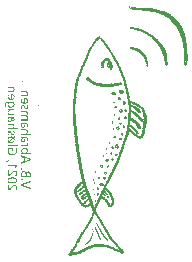
<source format=gbo>
G04*
G04 #@! TF.GenerationSoftware,Altium Limited,Altium Designer,21.6.4 (81)*
G04*
G04 Layer_Color=32896*
%FSLAX44Y44*%
%MOMM*%
G71*
G04*
G04 #@! TF.SameCoordinates,0A195E51-53B8-4AD9-BF6B-D2F5FD9C9AB7*
G04*
G04*
G04 #@! TF.FilePolarity,Positive*
G04*
G01*
G75*
G36*
X208961Y404673D02*
X209020Y404614D01*
X209060Y404535D01*
X209198Y404436D01*
X209218Y404060D01*
Y404020D01*
X209178Y403783D01*
X209040Y403684D01*
X209000Y403447D01*
X208862Y403308D01*
X208822Y403229D01*
X208763Y403170D01*
X208644Y403209D01*
X208545Y403348D01*
X208426Y403466D01*
X208407Y403526D01*
X208327Y403565D01*
X208268Y403625D01*
X208228Y403783D01*
X208268Y403902D01*
X208248Y404555D01*
X208288Y404673D01*
X208446Y404713D01*
X208684Y404673D01*
X208802Y404713D01*
X208961Y404673D01*
D02*
G37*
G36*
X210900Y387378D02*
X210979Y387220D01*
X211810Y387180D01*
X211870Y387121D01*
X211889Y387062D01*
X212048Y387022D01*
X212780Y387002D01*
X212819Y386923D01*
X212918Y386824D01*
X213255Y386844D01*
X213374Y386765D01*
X213413Y386686D01*
X213591Y386626D01*
X213750Y386666D01*
X214007Y386646D01*
X214224Y386666D01*
X214363Y386527D01*
X214383Y386468D01*
X214561Y386448D01*
X214818Y386468D01*
X214917Y386369D01*
X214957Y386290D01*
X215986Y386250D01*
X216124Y386072D01*
X217153Y386033D01*
X217252Y385894D01*
X217371Y385815D01*
X217410Y385736D01*
X217589Y385676D01*
X217747Y385716D01*
X218063Y385676D01*
X218360Y385379D01*
X218380Y385320D01*
X218855Y385281D01*
X218954Y385142D01*
X219251Y385083D01*
X219350Y384944D01*
X219567Y384924D01*
X219686Y384964D01*
X219765Y384924D01*
X219864Y384826D01*
X219884Y384766D01*
X219983Y384746D01*
X220121Y384766D01*
X220220Y384667D01*
X220260Y384588D01*
X220557Y384529D01*
X220616Y384469D01*
X220656Y384390D01*
X220774Y384311D01*
X220814Y384232D01*
X220873Y384173D01*
X221507Y384133D01*
X221566Y384073D01*
X221586Y384014D01*
X221902Y383935D01*
X221982Y383816D01*
X222140Y383777D01*
X222298Y383816D01*
X222456Y383777D01*
X222555Y383638D01*
X222852Y383579D01*
X222951Y383440D01*
X223169Y383223D01*
X223604Y383183D01*
X223664Y383124D01*
X223703Y383045D01*
X223921Y383025D01*
X224039Y383064D01*
X224218Y382965D01*
X224257Y382886D01*
X224317Y382827D01*
X224376Y382807D01*
X224415Y382728D01*
X224475Y382668D01*
X224554Y382629D01*
X224653Y382490D01*
X225128Y382451D01*
X225168Y382332D01*
X225187Y382114D01*
X225504Y382035D01*
X225959Y381580D01*
X225979Y381521D01*
X226256Y381481D01*
X226315Y381422D01*
X226355Y381343D01*
X226652Y381283D01*
X226770Y381125D01*
X227047Y381085D01*
X227166Y380927D01*
X227225Y380907D01*
X227265Y380828D01*
X227324Y380769D01*
X227602Y380729D01*
X227700Y380591D01*
X228116Y380175D01*
X228452Y380195D01*
X228571Y380116D01*
X228611Y380037D01*
X228908Y379977D01*
X228967Y379918D01*
X229007Y379839D01*
X229145Y379740D01*
X229204Y379443D01*
X229343Y379344D01*
X229382Y379265D01*
X229462Y379225D01*
X229561Y379126D01*
X229580Y379067D01*
X229660Y379027D01*
X229758Y378928D01*
X229778Y378869D01*
X229857Y378829D01*
X229917Y378770D01*
X229937Y378711D01*
X230016Y378671D01*
X230115Y378572D01*
X230134Y378513D01*
X230214Y378473D01*
X230312Y378374D01*
X230352Y378295D01*
X230649Y378236D01*
X230728Y378117D01*
X230807Y378078D01*
X230867Y378018D01*
X230906Y377939D01*
X231045Y377840D01*
X231124Y377721D01*
X231401Y377682D01*
X231500Y377543D01*
X231618Y377464D01*
X231658Y377385D01*
X231717Y377326D01*
X231777Y377306D01*
X231816Y377227D01*
X231915Y377128D01*
X231975Y377108D01*
X232014Y377029D01*
X232074Y376969D01*
X232351Y376930D01*
X232450Y376791D01*
X232667Y376574D01*
X232747Y376534D01*
X232786Y376217D01*
X233103Y376178D01*
X233162Y375881D01*
X233221Y375822D01*
X233301Y375782D01*
X233400Y375644D01*
X233518Y375564D01*
X233558Y375485D01*
X233617Y375426D01*
X233676Y375406D01*
X233716Y375327D01*
X233815Y375228D01*
X233874Y375208D01*
X233914Y375129D01*
X234013Y375030D01*
X234072Y375010D01*
X234112Y374931D01*
X234171Y374872D01*
X234250Y374832D01*
X234310Y374535D01*
X234369Y374476D01*
X234448Y374436D01*
X234527Y374318D01*
X234607Y374278D01*
X234666Y374219D01*
X234706Y374140D01*
X234844Y374041D01*
X234923Y373922D01*
X235002Y373882D01*
X235101Y373744D01*
X235220Y373665D01*
X235260Y373586D01*
X235319Y373526D01*
X235398Y373487D01*
X235477Y373368D01*
X235557Y373328D01*
X235616Y373269D01*
X235655Y373190D01*
X235794Y373091D01*
X235873Y372972D01*
X235952Y372933D01*
X236051Y372794D01*
X236170Y372715D01*
X236210Y372438D01*
X236348Y372339D01*
X236407Y372280D01*
X236427Y372220D01*
X236506Y372181D01*
X236566Y372121D01*
X236605Y372042D01*
X236744Y371943D01*
X236764Y371726D01*
X236724Y371607D01*
X236863Y371429D01*
X236922Y371409D01*
X236961Y371330D01*
X237021Y371270D01*
X237298Y371231D01*
X237357Y370934D01*
X237614Y370677D01*
X237674Y370657D01*
X237713Y370499D01*
X237694Y370241D01*
X237773Y370123D01*
X237852Y370083D01*
X237911Y369984D01*
X237872Y369865D01*
X237931Y369766D01*
X238010Y369727D01*
X238109Y369628D01*
X238129Y369568D01*
X238208Y369529D01*
X238307Y369430D01*
X238327Y369371D01*
X238406Y369331D01*
X238465Y369272D01*
X238505Y368836D01*
X238762Y368579D01*
X238822Y368559D01*
X238861Y368401D01*
X238822Y368243D01*
X238861Y368084D01*
X238920Y368025D01*
X239000Y367985D01*
X239059Y367689D01*
X239198Y367590D01*
X239277Y367471D01*
X239356Y367431D01*
X239415Y367372D01*
X239435Y367115D01*
X239514Y367075D01*
X239613Y366976D01*
X239593Y366442D01*
X239673Y366323D01*
X239752Y366284D01*
X239811Y366105D01*
X239771Y365947D01*
X239811Y365789D01*
X239949Y365690D01*
X240167Y365472D01*
X240207Y365037D01*
X240266Y364978D01*
X240345Y364938D01*
X240385Y363909D01*
X240563Y363770D01*
X240523Y363691D01*
X240464Y363632D01*
X240385Y363592D01*
X240326Y363454D01*
X240464Y363276D01*
X240523Y363256D01*
X240563Y363098D01*
X240543Y360941D01*
X240622Y360822D01*
X240702Y360782D01*
X240721Y360684D01*
X240662Y360624D01*
X240583Y360584D01*
X240563Y360486D01*
X240622Y360426D01*
X240702Y360387D01*
X240761Y360327D01*
X240721Y359813D01*
X240741Y358289D01*
X240721Y358071D01*
X240820Y357972D01*
X240899Y357933D01*
X240919Y357834D01*
X240860Y357775D01*
X240781Y357735D01*
X240721Y357676D01*
X240781Y357577D01*
X240919Y357517D01*
X240939Y357418D01*
X240919Y357201D01*
X240959Y357161D01*
X240860Y357023D01*
X240781Y356983D01*
X240721Y356924D01*
X240781Y356825D01*
X240919Y356765D01*
X240959Y356647D01*
X240919Y356528D01*
X240899Y355717D01*
X240820Y355677D01*
X240721Y355578D01*
X240741Y355281D01*
X240721Y355024D01*
X240761Y354905D01*
X240662Y354727D01*
X240583Y354688D01*
X240543Y354450D01*
X240504Y354371D01*
X240424Y354331D01*
X240326Y354232D01*
X240306Y354173D01*
X239633Y354213D01*
X239593Y354450D01*
X239554Y354529D01*
X239475Y354569D01*
X239415Y354628D01*
X239455Y354905D01*
X239593Y354965D01*
X239613Y355420D01*
X239554Y355479D01*
X239415Y355459D01*
X239376Y355301D01*
X239395Y355123D01*
X239356Y354925D01*
X238881Y354965D01*
X238822Y355024D01*
X238841Y355202D01*
X238802Y355281D01*
X238723Y355321D01*
X238624Y355420D01*
X238663Y355618D01*
X238723Y355677D01*
X238802Y355717D01*
X238861Y355895D01*
X238822Y356053D01*
X238841Y357497D01*
X238762Y357577D01*
X238683Y357616D01*
X238624Y357794D01*
X238663Y357953D01*
X238624Y358111D01*
X238485Y358210D01*
X238426Y358507D01*
X238287Y358606D01*
X238248Y359437D01*
X238070Y359575D01*
X238030Y360209D01*
X237971Y360268D01*
X237911Y360288D01*
X237872Y360446D01*
Y360684D01*
Y360723D01*
X237911Y360842D01*
X237852Y360980D01*
X237773Y361020D01*
X237713Y361079D01*
X237674Y361317D01*
X237575Y361416D01*
X237516Y361435D01*
X237476Y362464D01*
X237377Y362563D01*
X237318Y362583D01*
X237278Y363058D01*
X237140Y363157D01*
X237080Y363454D01*
X236942Y363553D01*
X236922Y363770D01*
X236961Y363889D01*
X236922Y363968D01*
X236823Y364067D01*
X236764Y364087D01*
X236724Y364245D01*
X236764Y364404D01*
X236724Y364562D01*
X236665Y364621D01*
X236586Y364661D01*
X236526Y364958D01*
X236388Y365057D01*
X236348Y365492D01*
X236269Y365571D01*
X236210Y365591D01*
X236170Y365749D01*
X236190Y365967D01*
X236130Y366105D01*
X235992Y366204D01*
X235972Y366343D01*
X236012Y366383D01*
X235913Y366521D01*
X235833Y366561D01*
X235774Y366620D01*
X235754Y366679D01*
X235675Y366719D01*
X235616Y366778D01*
X235576Y367412D01*
X235517Y367471D01*
X235438Y367510D01*
X235339Y367649D01*
X235220Y367728D01*
X235240Y368065D01*
X235180Y368203D01*
X235042Y368302D01*
X234963Y368421D01*
X234884Y368460D01*
X234824Y368638D01*
X234864Y368757D01*
X234824Y368915D01*
X234725Y369014D01*
X234666Y369034D01*
X234626Y369311D01*
X234567Y369371D01*
X234488Y369410D01*
X234429Y369707D01*
X234290Y369806D01*
X234231Y370103D01*
X234092Y370202D01*
X234072Y370301D01*
X234112Y370380D01*
X234053Y370479D01*
X233973Y370518D01*
X233716Y370776D01*
X233676Y371013D01*
X233419Y371270D01*
X233340Y371310D01*
X233281Y371607D01*
X233221Y371666D01*
X233162Y371686D01*
X233123Y371844D01*
X233162Y371884D01*
X233063Y372022D01*
X232984Y372062D01*
X232885Y372200D01*
X232766Y372280D01*
X232727Y372359D01*
X232667Y372418D01*
X232588Y372458D01*
X232509Y372576D01*
X232430Y372616D01*
X232370Y372675D01*
X232331Y372952D01*
X232192Y373051D01*
X232153Y373130D01*
X232074Y373170D01*
X231975Y373269D01*
X231955Y373328D01*
X231876Y373368D01*
X231816Y373427D01*
X231777Y373704D01*
X231638Y373803D01*
X231421Y374021D01*
X231381Y374258D01*
X231163Y374476D01*
X230886Y374516D01*
X230827Y374813D01*
X230372Y375268D01*
X230312Y375287D01*
X230273Y375446D01*
X230253Y375624D01*
X229937Y375663D01*
X229838Y375802D01*
X229066Y376574D01*
X228828Y376613D01*
X228571Y376870D01*
X228551Y377128D01*
X228393Y377167D01*
X228314Y377128D01*
X227819Y377622D01*
X227780Y377900D01*
X227641Y377919D01*
X227522Y377880D01*
X227423Y377979D01*
X227483Y378078D01*
X227562Y378117D01*
X227621Y378176D01*
X227582Y378295D01*
X227443Y378394D01*
X227364Y378473D01*
X227087Y378513D01*
X226988Y378652D01*
X226572Y379067D01*
X226434Y379047D01*
X226196Y379245D01*
X226078Y379364D01*
X226058Y379423D01*
X225781Y379463D01*
X225722Y379522D01*
X225682Y379601D01*
X225385Y379661D01*
X225286Y379799D01*
X224989Y379859D01*
X224890Y379997D01*
X224811Y380037D01*
X224772Y380116D01*
X224712Y380175D01*
X224554Y380215D01*
X224435Y380175D01*
X224277Y380215D01*
X223822Y380670D01*
X223782Y380749D01*
X223486Y380808D01*
X223426Y380868D01*
X223406Y380927D01*
X223248Y380967D01*
X223208Y380927D01*
X223070Y381026D01*
X223030Y381105D01*
X222733Y381165D01*
X222635Y381303D01*
X222575Y381362D01*
X222516Y381382D01*
X222476Y381461D01*
X222417Y381521D01*
X222140Y381560D01*
X222041Y381699D01*
X221784Y381719D01*
X221705Y381679D01*
X221526Y381818D01*
X221507Y381877D01*
X221427Y381917D01*
X221329Y382015D01*
X221309Y382075D01*
X221230Y382114D01*
X221170Y382174D01*
X221131Y382253D01*
X220992Y382352D01*
X220913Y382471D01*
X220636Y382510D01*
X220517Y382668D01*
X220240Y382708D01*
X220121Y382866D01*
X219943Y382847D01*
X219864Y382886D01*
X219825Y382965D01*
X219765Y383025D01*
X219646Y383064D01*
X219528Y383025D01*
X219132Y383064D01*
X219073Y383124D01*
X219033Y383203D01*
X218736Y383262D01*
X218637Y383401D01*
X218360Y383440D01*
X218321Y383519D01*
X218024Y383816D01*
X217668Y383777D01*
X217569Y383876D01*
X217529Y383955D01*
X217351Y384014D01*
X217232Y383975D01*
X216678Y384014D01*
X216579Y384113D01*
X216560Y384173D01*
X216282Y384212D01*
X216223Y384271D01*
X216183Y384351D01*
X215154Y384390D01*
X215075Y384469D01*
X215036Y384548D01*
X214363Y384588D01*
X214323Y384667D01*
X214224Y384766D01*
X214046Y384746D01*
X213928Y384865D01*
X213908Y384924D01*
X213750Y384964D01*
X213631Y384924D01*
X213037Y384964D01*
X212958Y385122D01*
X212681Y385162D01*
X212621Y385221D01*
X212582Y385300D01*
X210207Y385340D01*
X210069Y385518D01*
X209238Y385558D01*
X209178Y385617D01*
X209159Y385676D01*
X209079Y385716D01*
X209020Y385775D01*
X209040Y386231D01*
X209119Y386270D01*
X209515Y386666D01*
X209574Y386686D01*
X209534Y386844D01*
X209376Y386963D01*
X209416Y387160D01*
X209475Y387220D01*
X209554Y387259D01*
X209653Y387398D01*
X210425Y387418D01*
X210524Y387319D01*
X210564Y387240D01*
X210662Y387220D01*
X210722Y387279D01*
X210761Y387358D01*
X210821Y387418D01*
X210900Y387378D01*
D02*
G37*
G36*
X183335Y379403D02*
X183374Y379324D01*
X183473Y379225D01*
X183552Y379186D01*
X183612Y378889D01*
X183730Y378810D01*
X183770Y378652D01*
X183730Y378493D01*
X183770Y378335D01*
X183829Y378275D01*
X184106Y378236D01*
X184185Y378117D01*
X184344Y378078D01*
X184502Y378117D01*
X184819Y378078D01*
X185016Y377880D01*
X185076Y377860D01*
X185116Y377583D01*
X185630Y377068D01*
X185670Y376989D01*
X185808Y376930D01*
X185887Y376772D01*
X185966Y376732D01*
X186125Y376574D01*
X186382Y376554D01*
X186422Y376475D01*
X186718Y376178D01*
X186778Y376158D01*
X186817Y375881D01*
X186877Y375822D01*
X186956Y375782D01*
X187015Y375485D01*
X187075Y375426D01*
X187253Y375446D01*
X187332Y375406D01*
X187371Y375327D01*
X187431Y375268D01*
X187510Y375228D01*
X187589Y375070D01*
X187708Y375030D01*
X187767Y374971D01*
X187807Y374892D01*
X187985Y374714D01*
X188064Y374674D01*
X188123Y374615D01*
X188163Y374535D01*
X188321Y374456D01*
X188302Y374318D01*
X188123Y374338D01*
X188104Y374476D01*
X187925Y374456D01*
X187965Y374298D01*
X188104Y374239D01*
X188222Y374080D01*
X188302Y374041D01*
X188381Y373922D01*
X188460Y373882D01*
X188519Y373823D01*
X188559Y373744D01*
X188677Y373665D01*
X188717Y373506D01*
X188677Y373388D01*
X188717Y373190D01*
X189014Y373130D01*
X189073Y373071D01*
X189113Y372992D01*
X189251Y372893D01*
X189271Y372675D01*
X189231Y372557D01*
X189291Y372418D01*
X189608Y372379D01*
X189667Y372082D01*
X189924Y371824D01*
X190003Y371785D01*
X190023Y371528D01*
X189984Y371409D01*
X190043Y371270D01*
X190201Y371231D01*
X190261Y371092D01*
X190320Y371033D01*
X190379Y371013D01*
X190419Y370894D01*
X190379Y370815D01*
X190439Y370716D01*
X190518Y370677D01*
X190577Y370617D01*
X190617Y370340D01*
X190914Y370281D01*
X190973Y370221D01*
X191012Y369944D01*
X191151Y369925D01*
X191270Y369964D01*
X191369Y369865D01*
X191309Y369766D01*
X191230Y369727D01*
X191171Y369668D01*
X191210Y369549D01*
X191349Y369529D01*
X191428Y369568D01*
X191527Y369509D01*
X191567Y369232D01*
X191626Y369173D01*
X191705Y369133D01*
X191764Y368836D01*
X191824Y368777D01*
X192101Y368737D01*
X192160Y368441D01*
X192279Y368361D01*
X192318Y368282D01*
X192378Y368223D01*
X192457Y368183D01*
X192536Y368065D01*
X192675Y368005D01*
X192635Y367887D01*
X192576Y367827D01*
X192497Y367788D01*
X192477Y367689D01*
X192536Y367629D01*
X192793Y367649D01*
X192873Y367570D01*
X192912Y367491D01*
X193051Y367392D01*
X193110Y367095D01*
X193249Y366996D01*
X193268Y366818D01*
X193229Y366699D01*
X193268Y366541D01*
X193565Y366482D01*
X193822Y366224D01*
X193862Y365789D01*
X194159Y365729D01*
X194218Y365551D01*
X194179Y365393D01*
X194218Y365235D01*
X194278Y365176D01*
X194357Y365136D01*
X194416Y364839D01*
X194713Y364780D01*
X194772Y364720D01*
X194812Y364443D01*
X194950Y364344D01*
X194990Y364067D01*
X195069Y364028D01*
X195267Y363830D01*
X195326Y363810D01*
X195366Y363533D01*
X195425Y363474D01*
X195504Y363434D01*
X195564Y363137D01*
X195623Y363078D01*
X195702Y363038D01*
X195781Y362920D01*
X195861Y362880D01*
X195920Y362821D01*
X195861Y362722D01*
X195722Y362662D01*
X195742Y362524D01*
X196098Y362484D01*
X196118Y362464D01*
X196019Y362326D01*
X195940Y362286D01*
X195920Y362148D01*
X196098Y362128D01*
X196217Y362168D01*
X196276Y362108D01*
X196237Y361990D01*
X196177Y361930D01*
X196118Y361910D01*
X196098Y361811D01*
X196316Y361633D01*
X196573Y361376D01*
X196652Y361337D01*
X196712Y361040D01*
X196870Y360921D01*
X196910Y360644D01*
X197028Y360565D01*
X197048Y360466D01*
X197028Y360367D01*
X197087Y360268D01*
X197167Y360228D01*
X197266Y360129D01*
X197285Y360070D01*
X197365Y360030D01*
X197424Y359971D01*
X197444Y359714D01*
X197523Y359674D01*
X197622Y359615D01*
X197661Y359338D01*
X197721Y359278D01*
X197800Y359239D01*
X197859Y358942D01*
X197978Y358863D01*
X198018Y358784D01*
X198077Y358724D01*
X198156Y358685D01*
X198216Y358388D01*
X198354Y358289D01*
X198433Y358170D01*
X198512Y358131D01*
X198572Y358071D01*
X198611Y357794D01*
X198750Y357695D01*
X198789Y357616D01*
X198869Y357577D01*
X198967Y357478D01*
X198928Y357319D01*
X198987Y357220D01*
X199066Y357181D01*
X199264Y356983D01*
X199324Y356963D01*
X199363Y356686D01*
X199423Y356627D01*
X199502Y356587D01*
X199561Y356290D01*
X199700Y356191D01*
X199759Y355895D01*
X199878Y355816D01*
X199917Y355697D01*
X199878Y355618D01*
X199937Y355519D01*
X200016Y355479D01*
X200076Y355420D01*
X200115Y355301D01*
X200076Y355182D01*
X200115Y354984D01*
X200372Y354727D01*
X200452Y354688D01*
X200511Y354391D01*
X200650Y354292D01*
X200709Y353995D01*
X200847Y353896D01*
X200867Y353718D01*
X200828Y353599D01*
X200867Y353480D01*
X201164Y353184D01*
X201223Y353164D01*
X201263Y352887D01*
X201322Y352827D01*
X201402Y352788D01*
X201441Y352313D01*
X201619Y352174D01*
X201599Y351838D01*
X201639Y351719D01*
X201777Y351660D01*
X201817Y351502D01*
X201777Y351225D01*
X201876Y351126D01*
X201956Y351086D01*
X202015Y350789D01*
X202074Y350730D01*
X202153Y350690D01*
X202193Y350255D01*
X202312Y350136D01*
X202371Y350116D01*
X202411Y349839D01*
X202470Y349780D01*
X202529Y349760D01*
X202569Y349602D01*
X202549Y349345D01*
X202628Y349226D01*
X202708Y349186D01*
X202767Y349127D01*
X202747Y348949D01*
X202787Y348870D01*
X202866Y348830D01*
X202925Y348771D01*
X202965Y348494D01*
X203123Y348415D01*
X203163Y347940D01*
X203222Y347880D01*
X203301Y347841D01*
X203341Y347366D01*
X203519Y347227D01*
X203539Y346970D01*
X203677Y346911D01*
X203717Y346752D01*
X203677Y346475D01*
X203776Y346376D01*
X203855Y346337D01*
X203915Y346040D01*
X204053Y345941D01*
X204093Y345506D01*
X204271Y345328D01*
X204310Y344892D01*
X204449Y344793D01*
X204508Y344496D01*
X204627Y344417D01*
X204667Y344259D01*
X204627Y344101D01*
X204667Y343942D01*
X204825Y343863D01*
X204845Y343685D01*
X204825Y343428D01*
X204924Y343329D01*
X205003Y343289D01*
X205042Y342814D01*
X205221Y342676D01*
X205260Y342240D01*
X205320Y342181D01*
X205379Y342161D01*
X205418Y342003D01*
X205399Y341746D01*
X205478Y341627D01*
X205557Y341587D01*
X205616Y341409D01*
X205577Y341251D01*
X205597Y340796D01*
X205577Y340618D01*
X205676Y340479D01*
X205755Y340440D01*
X205795Y340202D01*
X205874Y340123D01*
X205953Y340084D01*
X205973Y339985D01*
X205913Y339925D01*
X205834Y339886D01*
X205775Y339826D01*
X205814Y339747D01*
X205973Y339668D01*
X206012Y339193D01*
X206151Y339094D01*
X206190Y338461D01*
X206269Y338382D01*
X206329Y338362D01*
X206368Y338204D01*
X206349Y337946D01*
X206428Y337828D01*
X206507Y337788D01*
X206566Y337729D01*
X206527Y337373D01*
X206586Y337274D01*
X206725Y337214D01*
X206744Y337076D01*
X206725Y336581D01*
X206784Y336522D01*
X206863Y336482D01*
X206922Y336423D01*
X206962Y335789D01*
X207021Y335730D01*
X207101Y335690D01*
X207140Y334820D01*
X207279Y334761D01*
X207318Y334602D01*
X207298Y334147D01*
X207378Y334028D01*
X207457Y333989D01*
X207516Y333929D01*
X207496Y333633D01*
X207516Y333573D01*
X207477Y333454D01*
X207516Y333336D01*
X207575Y333276D01*
X207655Y333237D01*
X207694Y333078D01*
X207674Y332425D01*
X207813Y332287D01*
X207872Y332267D01*
X207912Y331990D01*
X207971Y331931D01*
X208031Y331911D01*
X208070Y331832D01*
X208169Y331733D01*
X208248Y331693D01*
X208308Y331396D01*
X208426Y331317D01*
X208466Y331159D01*
X208426Y331001D01*
X208466Y330724D01*
X208407Y330625D01*
X208090Y330585D01*
X208070Y330486D01*
X208169Y330387D01*
X208248Y330348D01*
X208268Y329893D01*
X208228Y329813D01*
X208367Y329635D01*
X208426Y329616D01*
X208466Y329457D01*
X208426Y329299D01*
X208446Y329002D01*
X208426Y328824D01*
X208565Y328685D01*
X208624Y328666D01*
X208644Y328527D01*
X208624Y327835D01*
X208684Y327775D01*
X208763Y327735D01*
X208822Y327676D01*
X208802Y327419D01*
X208723Y327379D01*
X208624Y327280D01*
X208664Y326489D01*
X208723Y326429D01*
X208802Y326390D01*
X208842Y324609D01*
X208921Y324530D01*
X209159Y324569D01*
X209218Y324629D01*
X209258Y324708D01*
X209673Y324728D01*
X209812Y324589D01*
X209831Y324530D01*
X210108Y324490D01*
X210168Y324431D01*
X210207Y324352D01*
X210504Y324292D01*
X210583Y324174D01*
X210702Y324134D01*
X210781Y324174D01*
X210920Y324075D01*
X210959Y323996D01*
X211137Y323936D01*
X211217Y323976D01*
X211276Y324035D01*
X211315Y324114D01*
X211454Y324134D01*
X211513Y324075D01*
X211474Y323916D01*
X211513Y323798D01*
X211612Y323778D01*
X211711Y323877D01*
X211751Y323956D01*
X211968Y323976D01*
X212028Y323916D01*
X212068Y323837D01*
X212127Y323778D01*
X212562Y323738D01*
X212661Y323639D01*
X212681Y323580D01*
X212958Y323540D01*
X213017Y323481D01*
X213037Y323422D01*
X213195Y323382D01*
X213453Y323402D01*
X213571Y323323D01*
X213611Y323243D01*
X213670Y323184D01*
X213750Y323145D01*
X213829Y323026D01*
X214106Y322986D01*
X214205Y322848D01*
X214501Y322788D01*
X214581Y322630D01*
X214858Y322590D01*
X214917Y322531D01*
X214957Y322452D01*
X215253Y322393D01*
X215333Y322274D01*
X215451Y322234D01*
X215530Y322274D01*
X215669Y322175D01*
X215709Y322096D01*
X216005Y322036D01*
X216104Y321898D01*
X216164Y321839D01*
X216223Y321819D01*
X216263Y321740D01*
X216322Y321680D01*
X216579Y321660D01*
X216619Y321581D01*
X216916Y321284D01*
X217094Y321304D01*
X217213Y321185D01*
X217232Y321126D01*
X217391Y321087D01*
X217509Y321126D01*
X217707Y321087D01*
X217767Y321027D01*
X217806Y320948D01*
X217925Y320869D01*
X217964Y320790D01*
X218024Y320730D01*
X218301Y320691D01*
X218400Y320552D01*
X218677Y320513D01*
X218716Y320434D01*
X219369Y319781D01*
X219607Y319741D01*
X219666Y319682D01*
X219686Y319622D01*
X219765Y319583D01*
X219864Y319484D01*
X219825Y319325D01*
X220359Y318791D01*
X220418Y318771D01*
X220458Y318494D01*
X220517Y318435D01*
X220576Y318415D01*
X220616Y318336D01*
X220715Y318237D01*
X220774Y318217D01*
X220814Y318099D01*
X220774Y317980D01*
X220873Y317881D01*
X220952Y317841D01*
X221052Y317703D01*
X221170Y317624D01*
X221210Y317149D01*
X221348Y317050D01*
X221388Y316614D01*
X221467Y316535D01*
X221546Y316496D01*
X221606Y316199D01*
X221724Y316120D01*
X221764Y315961D01*
X221724Y315803D01*
X221764Y315645D01*
X221902Y315546D01*
X221962Y315486D01*
X221982Y315427D01*
X222061Y315387D01*
X222120Y315328D01*
X222160Y314695D01*
X222219Y314636D01*
X222298Y314596D01*
X222338Y314319D01*
X222516Y314220D01*
X222476Y314141D01*
X222417Y314081D01*
X222338Y314042D01*
X222318Y313943D01*
X222377Y313884D01*
X222674Y313864D01*
X222714Y313706D01*
X222674Y313428D01*
X222733Y313369D01*
X222813Y313330D01*
X222872Y313270D01*
X222832Y313151D01*
X222694Y313053D01*
X222674Y313033D01*
X222773Y312934D01*
X222852Y312894D01*
X222912Y312597D01*
X223050Y312498D01*
X223090Y311865D01*
X223268Y311766D01*
X223228Y311647D01*
X223090Y311549D01*
X223070Y311489D01*
X223169Y311390D01*
X223248Y311351D01*
X223268Y307136D01*
X223208Y307076D01*
X223070Y307017D01*
X223109Y306898D01*
X223248Y306799D01*
X223268Y306740D01*
X223208Y306681D01*
X223070Y306621D01*
X223109Y306502D01*
X223248Y306404D01*
X223268Y305632D01*
X223169Y305533D01*
X223090Y305493D01*
X223030Y305196D01*
X222971Y305137D01*
X222892Y305098D01*
X222832Y304801D01*
X222694Y304702D01*
X222674Y304563D01*
X222714Y304524D01*
X222654Y304425D01*
X222575Y304385D01*
X222516Y304326D01*
X222476Y304167D01*
X222516Y304049D01*
X222476Y303890D01*
X222377Y303791D01*
X222318Y303772D01*
X222278Y302743D01*
X222140Y302644D01*
X222120Y302584D01*
X222219Y302485D01*
X222298Y302446D01*
X222318Y302347D01*
X222120Y302228D01*
X222080Y301793D01*
X222021Y301733D01*
X221942Y301694D01*
X221922Y301635D01*
X222021Y301535D01*
X222100Y301496D01*
X222120Y301397D01*
X222061Y301338D01*
X221922Y301278D01*
X221883Y300051D01*
X221724Y299933D01*
X221744Y299636D01*
X221724Y299379D01*
X221764Y299260D01*
X221724Y299141D01*
X221586Y299042D01*
X221566Y298943D01*
X221625Y298884D01*
X221705Y298844D01*
X221724Y298745D01*
X221665Y298686D01*
X221586Y298646D01*
X221526Y298468D01*
X221566Y298350D01*
X221526Y297993D01*
X221467Y297934D01*
X221388Y297894D01*
X221348Y297063D01*
X221269Y296984D01*
X221190Y296945D01*
X221150Y296272D01*
X220972Y296133D01*
X220992Y295797D01*
X220873Y295639D01*
X220814Y295619D01*
X220774Y295460D01*
X220794Y295282D01*
X220774Y295183D01*
X220814Y295065D01*
X220715Y294887D01*
X220438Y294847D01*
X220379Y294550D01*
X220240Y294451D01*
X220161Y294333D01*
X220082Y294293D01*
X220023Y294233D01*
X220003Y293976D01*
X219923Y293937D01*
X219825Y293838D01*
X219805Y293778D01*
X219686Y293739D01*
X219567Y293778D01*
X219429Y293640D01*
X219409Y293580D01*
X219330Y293541D01*
X219073Y293284D01*
X219033Y293204D01*
X218558Y293165D01*
X218420Y292987D01*
X218340Y292947D01*
X218242Y292809D01*
X218063Y292789D01*
X217945Y292829D01*
X217866Y292789D01*
X217747Y292829D01*
X217628Y292789D01*
X217569Y292730D01*
X217529Y292651D01*
X217430Y292631D01*
X217331Y292730D01*
X217292Y292809D01*
X217114Y292829D01*
X216995Y292789D01*
X216836Y292829D01*
X216560Y292789D01*
X216421Y292888D01*
X216381Y292967D01*
X216203Y293027D01*
X216085Y292987D01*
X215887Y293027D01*
X215788Y293165D01*
X215550Y293204D01*
X215273Y293482D01*
X215253Y293541D01*
X214937Y293620D01*
X214877Y293680D01*
X214858Y293739D01*
X214778Y293778D01*
X214680Y293877D01*
X214660Y293937D01*
X214383Y293976D01*
X214323Y294036D01*
X214284Y294115D01*
X214145Y294214D01*
X214066Y294333D01*
X213789Y294372D01*
X213730Y294669D01*
X213670Y294728D01*
X213492Y294708D01*
X213374Y294788D01*
X213334Y294867D01*
X213275Y294926D01*
X213215Y294946D01*
X213136Y295263D01*
X212839Y295322D01*
X212740Y295460D01*
X212621Y295540D01*
X212582Y295619D01*
X212523Y295678D01*
X212463Y295698D01*
X212424Y295777D01*
X212325Y295876D01*
X212265Y295896D01*
X212226Y295975D01*
X212166Y296034D01*
X212087Y296074D01*
X211988Y296212D01*
X211711Y296252D01*
X211672Y296331D01*
X210623Y297380D01*
X210385Y297419D01*
X209930Y297875D01*
X209911Y297934D01*
X209634Y297974D01*
X209574Y298033D01*
X209554Y298092D01*
X209475Y298132D01*
X209376Y298231D01*
X209356Y298290D01*
X209277Y298330D01*
X209218Y298389D01*
X209178Y298468D01*
X209119Y298528D01*
X209020Y298468D01*
X208981Y298389D01*
X208881Y298290D01*
X208684Y298330D01*
X208605Y298488D01*
X208486Y298528D01*
X208367Y298488D01*
X208268Y298587D01*
X208228Y298666D01*
X208090Y298686D01*
X208031Y298508D01*
X208070Y298389D01*
X208031Y296292D01*
X207674Y295935D01*
X207635Y295698D01*
X207575Y295639D01*
X207516Y295619D01*
X207477Y295460D01*
X207516Y295421D01*
X207417Y295282D01*
X207338Y295243D01*
X207279Y295065D01*
X207318Y294946D01*
X207279Y294748D01*
X207140Y294649D01*
X207101Y294214D01*
X207021Y294135D01*
X206942Y294095D01*
X206883Y293798D01*
X206824Y293739D01*
X206744Y293699D01*
X206685Y293402D01*
X206546Y293304D01*
X206527Y293086D01*
X206566Y292967D01*
X206507Y292829D01*
X206428Y292789D01*
X206368Y292730D01*
X206329Y292611D01*
X206368Y292492D01*
X206329Y292096D01*
X206269Y292037D01*
X206190Y291998D01*
X206131Y291701D01*
X205992Y291602D01*
X205953Y291325D01*
X205874Y291285D01*
X205775Y291186D01*
X205795Y290850D01*
X205715Y290731D01*
X205636Y290691D01*
X205577Y290513D01*
X205616Y290276D01*
X205557Y290177D01*
X205478Y290137D01*
X205418Y290078D01*
X205379Y289801D01*
X205240Y289702D01*
X205201Y289267D01*
X205122Y289188D01*
X205042Y289148D01*
X204983Y288851D01*
X204845Y288752D01*
X204805Y288277D01*
X204686Y288238D01*
X204568Y288277D01*
X204489Y288238D01*
X204469Y288099D01*
X204528Y288040D01*
X204607Y288000D01*
X204667Y287941D01*
X204627Y287743D01*
X204568Y287684D01*
X204489Y287644D01*
X204429Y287347D01*
X204370Y287288D01*
X204291Y287248D01*
X204251Y286615D01*
X204172Y286536D01*
X204093Y286496D01*
X204053Y285467D01*
X203974Y285388D01*
X203915Y285368D01*
X203875Y285289D01*
X203776Y285190D01*
X203717Y285170D01*
X203677Y285012D01*
X203717Y284814D01*
X203677Y284695D01*
X203697Y284359D01*
X203657Y284280D01*
X203519Y284221D01*
X203479Y283944D01*
X203420Y283884D01*
X203341Y283845D01*
X203301Y283370D01*
X203123Y283231D01*
X203103Y282776D01*
X203024Y282736D01*
X202925Y282638D01*
X202945Y282301D01*
X202866Y282182D01*
X202787Y282143D01*
X202727Y281965D01*
X202767Y281727D01*
X202708Y281628D01*
X202628Y281589D01*
X202569Y281529D01*
X202529Y281371D01*
X202569Y281252D01*
X202529Y281094D01*
X202430Y280995D01*
X202371Y280975D01*
X202332Y280500D01*
X202193Y280401D01*
X202153Y280322D01*
X201975Y280223D01*
X202015Y280105D01*
X202153Y280045D01*
X202173Y279946D01*
X202114Y279887D01*
X202035Y279847D01*
X201975Y279788D01*
X201936Y279550D01*
X201797Y279452D01*
X201777Y279432D01*
X201837Y279333D01*
X201975Y279273D01*
X201956Y279135D01*
X201777Y279036D01*
X201797Y278858D01*
X201758Y278779D01*
X201679Y278739D01*
X201619Y278680D01*
X201580Y278521D01*
X201619Y278403D01*
X201580Y278244D01*
X201520Y278185D01*
X201441Y278146D01*
X201402Y277670D01*
X201223Y277532D01*
X201184Y277453D01*
X201045Y277354D01*
X201026Y277097D01*
X201065Y277017D01*
X201006Y276879D01*
X200926Y276839D01*
X200828Y276740D01*
X200867Y276384D01*
X200768Y276285D01*
X200689Y276246D01*
X200630Y276068D01*
X200669Y275949D01*
X200630Y275553D01*
X200471Y275474D01*
X200432Y275197D01*
X200372Y275138D01*
X200293Y275098D01*
X200254Y274623D01*
X200076Y274485D01*
X200095Y273950D01*
X199996Y273812D01*
X199917Y273772D01*
X199878Y273614D01*
X199917Y273535D01*
X199818Y273436D01*
X199739Y273396D01*
X199680Y273099D01*
X199620Y273040D01*
X199541Y273000D01*
X199482Y272704D01*
X199324Y272585D01*
X199284Y272150D01*
X199225Y272090D01*
X199146Y272051D01*
X199126Y271793D01*
X199165Y271714D01*
X199066Y271536D01*
X198987Y271497D01*
X198928Y271437D01*
X198948Y271259D01*
X198908Y271180D01*
X198829Y271140D01*
X198770Y271081D01*
X198730Y270804D01*
X198572Y270725D01*
X198532Y270448D01*
X198473Y270388D01*
X198394Y270349D01*
X198334Y270052D01*
X198275Y269993D01*
X198196Y269953D01*
X198116Y269834D01*
X198037Y269795D01*
X197938Y269656D01*
X197820Y269577D01*
X197780Y269419D01*
X197820Y269300D01*
X197780Y269102D01*
X197642Y269003D01*
X197582Y268706D01*
X197424Y268627D01*
X197384Y268350D01*
X197325Y268291D01*
X197246Y268251D01*
X197187Y267954D01*
X197068Y267875D01*
X197028Y267717D01*
X197068Y267479D01*
X197008Y267381D01*
X196929Y267341D01*
X196870Y267282D01*
X196830Y267005D01*
X196672Y266925D01*
X196632Y266648D01*
X196573Y266589D01*
X196494Y266549D01*
X196434Y266253D01*
X196375Y266193D01*
X196296Y266154D01*
X196237Y265857D01*
X196098Y265758D01*
X196078Y265659D01*
X196118Y265580D01*
X196059Y265481D01*
X195979Y265441D01*
X195881Y265342D01*
X195861Y265283D01*
X195781Y265243D01*
X195722Y265184D01*
X195702Y264927D01*
X195623Y264887D01*
X195524Y264788D01*
X195485Y264353D01*
X195425Y264293D01*
X195346Y264254D01*
X195287Y263957D01*
X195148Y263858D01*
X195069Y263739D01*
X194990Y263700D01*
X194931Y263522D01*
X194970Y263403D01*
X194931Y263245D01*
X194634Y262948D01*
X194574Y262928D01*
X194535Y262651D01*
X194475Y262592D01*
X194416Y262572D01*
X194377Y262493D01*
X194278Y262394D01*
X194218Y262374D01*
X194179Y262216D01*
X194218Y262137D01*
X194119Y262038D01*
X194040Y261998D01*
X193981Y261701D01*
X193921Y261642D01*
X193842Y261602D01*
X193783Y261305D01*
X193644Y261206D01*
X193605Y260930D01*
X193526Y260890D01*
X193229Y260593D01*
X193268Y260237D01*
X193169Y260138D01*
X193090Y260098D01*
X193031Y259802D01*
X192971Y259742D01*
X192892Y259703D01*
X192833Y259406D01*
X192754Y259366D01*
X192734Y259346D01*
X192675Y259287D01*
X192655Y259030D01*
X192576Y258990D01*
X192477Y258891D01*
X192497Y258555D01*
X192417Y258436D01*
X192338Y258396D01*
X192279Y258258D01*
X192318Y258179D01*
X192220Y258040D01*
X192140Y258001D01*
X192081Y257704D01*
X191923Y257585D01*
X191903Y257328D01*
X191824Y257288D01*
X191725Y257229D01*
X191685Y256952D01*
X191626Y256893D01*
X191547Y256853D01*
X191487Y256556D01*
X191369Y256477D01*
X191329Y256398D01*
X191270Y256339D01*
X191191Y256299D01*
X191131Y256002D01*
X191072Y255943D01*
X190993Y255903D01*
X190933Y255606D01*
X190795Y255507D01*
X190755Y255230D01*
X190676Y255191D01*
X190320Y254835D01*
X190241Y254795D01*
X190221Y254696D01*
X190280Y254637D01*
X190359Y254597D01*
X190379Y254459D01*
X190063Y254419D01*
X190023Y254300D01*
X189984Y254102D01*
X189825Y254023D01*
X189865Y253904D01*
X190003Y253806D01*
X190023Y253707D01*
X189845Y253647D01*
X189726Y253687D01*
X189627Y253588D01*
X189608Y253331D01*
X189528Y253291D01*
X189429Y253192D01*
X189469Y252836D01*
X189212Y252579D01*
X189133Y252539D01*
X189073Y252480D01*
X189093Y252381D01*
X189271Y252282D01*
X189231Y252203D01*
X189172Y252143D01*
X189093Y252104D01*
X189014Y251985D01*
X188935Y251945D01*
X188875Y251886D01*
X188836Y251253D01*
X188776Y251194D01*
X188519Y251174D01*
X188479Y251015D01*
X188519Y250897D01*
X188578Y250837D01*
X188836Y250857D01*
X188935Y251035D01*
X189053Y250996D01*
X189073Y250897D01*
X189014Y250837D01*
X188895Y250798D01*
X188875Y250699D01*
X188935Y250639D01*
X189014Y250600D01*
X189073Y250541D01*
X189113Y250461D01*
X189212Y250441D01*
X189271Y250501D01*
X189331Y250639D01*
X189608Y250600D01*
X189706Y250461D01*
X190003Y250402D01*
X190102Y250263D01*
X190379Y250224D01*
X190419Y250145D01*
X191468Y249096D01*
X191527Y249076D01*
X191567Y248759D01*
X191883Y248720D01*
X191923Y248641D01*
X192121Y248443D01*
X192160Y248205D01*
X192220Y248146D01*
X192279Y248126D01*
X192318Y248047D01*
X192576Y247790D01*
X192655Y247750D01*
X192714Y247453D01*
X192774Y247394D01*
X192853Y247355D01*
X192912Y247058D01*
X193051Y246959D01*
X193130Y246840D01*
X193209Y246800D01*
X193268Y246662D01*
X193229Y246583D01*
X193288Y246484D01*
X193367Y246444D01*
X193427Y246385D01*
X193466Y246108D01*
X193625Y246029D01*
X193664Y245752D01*
X193724Y245692D01*
X193803Y245653D01*
X193862Y245356D01*
X194000Y245257D01*
X194020Y245000D01*
X193981Y244881D01*
X194040Y244782D01*
X194119Y244742D01*
X194218Y244643D01*
X194238Y244584D01*
X194317Y244545D01*
X194377Y244485D01*
X194416Y244327D01*
X194377Y244208D01*
X194416Y244050D01*
X194475Y243990D01*
X194555Y243951D01*
X194594Y243476D01*
X194772Y243337D01*
X194812Y243060D01*
X194950Y242962D01*
X194990Y242684D01*
X195128Y242625D01*
X195168Y242467D01*
X195128Y242269D01*
X195168Y242229D01*
X195128Y242111D01*
X195168Y241952D01*
X195227Y241893D01*
X195307Y241853D01*
X195366Y241715D01*
X195326Y241596D01*
X195366Y240448D01*
X195524Y240290D01*
X195485Y238153D01*
X195326Y237994D01*
X195346Y237302D01*
X195307Y237183D01*
X195227Y237144D01*
X195030Y236946D01*
X194970Y236926D01*
X195010Y236768D01*
X195148Y236669D01*
X195168Y236491D01*
X195069Y236392D01*
X194792Y236352D01*
X194733Y236055D01*
X194673Y235996D01*
X194594Y235956D01*
X194535Y235660D01*
X194238Y235600D01*
X194139Y235462D01*
X194020Y235382D01*
X193981Y235303D01*
X193921Y235244D01*
X193644Y235204D01*
X193545Y235066D01*
X193466Y235026D01*
X193427Y234947D01*
X193367Y234888D01*
X193209Y234848D01*
X193090Y234888D01*
X192932Y234848D01*
X192833Y234749D01*
X192813Y234690D01*
X191943Y234729D01*
X191844Y234868D01*
X191626Y234888D01*
X191507Y234848D01*
X191369Y234907D01*
X191329Y235066D01*
X191369Y235105D01*
X191309Y235244D01*
X191032Y235284D01*
X190834Y235481D01*
X190775Y235501D01*
X190735Y235778D01*
X190676Y235838D01*
X190597Y235877D01*
X190537Y236174D01*
X190399Y236273D01*
X190379Y236491D01*
X190419Y236609D01*
X190359Y236748D01*
X190280Y236787D01*
X190181Y236886D01*
X190162Y236946D01*
X190082Y236985D01*
X190023Y237045D01*
X189984Y237282D01*
X189627Y237638D01*
X189588Y237876D01*
X189528Y237935D01*
X189469Y237955D01*
X189429Y238034D01*
X189331Y238133D01*
X189271Y238153D01*
X189231Y238430D01*
X189172Y238489D01*
X189093Y238529D01*
X188974Y238687D01*
X188895Y238727D01*
X188776Y238885D01*
X188697Y238925D01*
X188618Y239043D01*
X188539Y239083D01*
X188479Y239142D01*
X188499Y239320D01*
X188420Y239439D01*
X188341Y239479D01*
X188302Y239716D01*
X188262Y239795D01*
X188183Y239835D01*
X187530Y240488D01*
X187510Y240547D01*
X187431Y240587D01*
X187371Y240646D01*
X187332Y240923D01*
X187035Y240983D01*
X186382Y241636D01*
X186362Y241695D01*
X186085Y241735D01*
X186026Y241794D01*
X185986Y241873D01*
X185848Y241972D01*
X185769Y242091D01*
X185135Y242130D01*
X184779Y242486D01*
X184542Y242447D01*
X184482Y242150D01*
X184383Y242051D01*
X184324Y242031D01*
X184284Y241952D01*
X184225Y241893D01*
X184146Y241853D01*
X184106Y241378D01*
X183928Y241240D01*
X183908Y240983D01*
X183829Y240943D01*
X183730Y240844D01*
X183770Y240488D01*
X183671Y240389D01*
X183592Y240349D01*
X183532Y240053D01*
X183473Y239993D01*
X183394Y239954D01*
X183354Y239479D01*
X183176Y239340D01*
X183156Y239083D01*
X183077Y239043D01*
X182978Y238944D01*
X182998Y238608D01*
X182919Y238489D01*
X182840Y238450D01*
X182780Y238272D01*
X182820Y238113D01*
X182780Y237955D01*
X182642Y237856D01*
X182602Y237619D01*
X182563Y237539D01*
X182424Y237480D01*
X182385Y237203D01*
X182325Y237144D01*
X182266Y237124D01*
X182226Y237045D01*
X182127Y236946D01*
X181969Y236985D01*
X181890Y236946D01*
X181831Y236886D01*
X181929Y236748D01*
X182009Y236708D01*
X182068Y236649D01*
X182029Y236451D01*
X181969Y236392D01*
X181890Y236352D01*
X181831Y236293D01*
X181850Y236115D01*
X181811Y236035D01*
X181732Y235996D01*
X181672Y235937D01*
X181633Y235660D01*
X181474Y235580D01*
X181435Y235303D01*
X181376Y235244D01*
X181296Y235204D01*
X181237Y234907D01*
X181079Y234789D01*
X181098Y234452D01*
X181039Y234314D01*
X180742Y234254D01*
X180703Y234017D01*
X180623Y233938D01*
X180544Y233898D01*
X180525Y233799D01*
X180584Y233740D01*
X180663Y233700D01*
X180722Y233641D01*
X180683Y233562D01*
X180445Y233364D01*
X180327Y233285D01*
X180287Y232810D01*
X180149Y232711D01*
X180129Y232454D01*
X180168Y232375D01*
X180069Y232236D01*
X179990Y232197D01*
X179970Y232058D01*
X180030Y231999D01*
X180109Y231959D01*
X180149Y231722D01*
X180327Y231583D01*
X180366Y231464D01*
X180505Y231405D01*
X180564Y231108D01*
X180703Y231009D01*
X180762Y230712D01*
X180900Y230613D01*
X180920Y230435D01*
X180881Y230317D01*
X180920Y230198D01*
X181276Y229842D01*
X181257Y229584D01*
X181098Y229545D01*
X181079Y229406D01*
X181138Y229347D01*
X181257Y229387D01*
X181316Y229525D01*
X181415Y229545D01*
X181474Y229485D01*
X181514Y229208D01*
X181653Y229109D01*
X181712Y228813D01*
X181850Y228714D01*
X181870Y228615D01*
X181831Y228536D01*
X181890Y228437D01*
X181969Y228397D01*
X182068Y228298D01*
X182088Y228239D01*
X182167Y228199D01*
X182226Y228140D01*
X182266Y227902D01*
X182721Y227447D01*
X182780Y227428D01*
X182820Y227309D01*
X182780Y227190D01*
X182879Y227091D01*
X182959Y227052D01*
X183018Y226755D01*
X183077Y226695D01*
X183156Y226656D01*
X183255Y226517D01*
X183374Y226438D01*
X183414Y226359D01*
X183572Y226240D01*
X183612Y225963D01*
X183770Y225844D01*
X183750Y225666D01*
X183790Y225587D01*
X183869Y225548D01*
X183928Y225488D01*
X183968Y225251D01*
X184265Y224954D01*
X184324Y224934D01*
X184363Y224657D01*
X184423Y224598D01*
X184502Y224558D01*
X184561Y224261D01*
X184680Y224182D01*
X184720Y224103D01*
X184779Y224044D01*
X184858Y224004D01*
X184918Y223707D01*
X185056Y223608D01*
X185116Y223311D01*
X185254Y223213D01*
X185294Y222936D01*
X185432Y222876D01*
X185511Y222560D01*
X185571Y222500D01*
X185630Y222480D01*
X185670Y222362D01*
X185630Y222243D01*
X185729Y222144D01*
X185808Y222104D01*
X185907Y221966D01*
X186026Y221887D01*
X186065Y221610D01*
X186224Y221491D01*
X186263Y221214D01*
X186422Y221095D01*
X186402Y220759D01*
X186501Y220620D01*
X186580Y220581D01*
X186619Y220501D01*
X186718Y220403D01*
X186778Y220383D01*
X186817Y220304D01*
X186877Y220244D01*
X186956Y220205D01*
X187015Y219908D01*
X187075Y219848D01*
X187154Y219809D01*
X187213Y219512D01*
X187352Y219413D01*
X187431Y219294D01*
X187510Y219255D01*
X187569Y219195D01*
X187549Y219017D01*
X187589Y218938D01*
X187668Y218899D01*
X187767Y218800D01*
X187787Y218740D01*
X187866Y218701D01*
X187925Y218641D01*
X187945Y218384D01*
X188024Y218344D01*
X188123Y218246D01*
X188163Y217810D01*
X188302Y217711D01*
X188381Y217593D01*
X188460Y217553D01*
X188519Y217414D01*
X188479Y217335D01*
X188578Y217197D01*
X188658Y217157D01*
X188737Y217038D01*
X188816Y216999D01*
X188875Y216940D01*
X188915Y216663D01*
X189073Y216544D01*
X189093Y216287D01*
X189172Y216247D01*
X189370Y216049D01*
X189429Y216029D01*
X189469Y215910D01*
X189429Y215792D01*
X189528Y215693D01*
X189608Y215653D01*
X189667Y215356D01*
X189726Y215297D01*
X189805Y215257D01*
X189904Y215119D01*
X190023Y215040D01*
X190063Y214763D01*
X190201Y214664D01*
X190241Y214387D01*
X190320Y214347D01*
X190617Y214050D01*
X190637Y213991D01*
X190716Y213951D01*
X190775Y213892D01*
X190795Y213635D01*
X190973Y213536D01*
X191012Y213259D01*
X191072Y213200D01*
X191131Y213180D01*
X191171Y213101D01*
X191270Y213002D01*
X191329Y212982D01*
X191369Y212863D01*
X191329Y212744D01*
X191428Y212645D01*
X191507Y212606D01*
X191567Y212309D01*
X191725Y212190D01*
X191764Y211913D01*
X192002Y211715D01*
X192121Y211597D01*
X192101Y211260D01*
X192200Y211122D01*
X192279Y211082D01*
X192318Y210963D01*
X192279Y210845D01*
X192378Y210746D01*
X192457Y210706D01*
X192556Y210568D01*
X192675Y210488D01*
X192714Y210409D01*
X192774Y210350D01*
X192853Y210310D01*
X192932Y210192D01*
X193011Y210152D01*
X193071Y210093D01*
X193110Y210014D01*
X193229Y209934D01*
X193249Y209638D01*
X193427Y209578D01*
X193466Y209459D01*
X193526Y209400D01*
X193605Y209361D01*
X193684Y209242D01*
X193763Y209202D01*
X193822Y209143D01*
X193862Y209064D01*
X194000Y208965D01*
X194040Y208688D01*
X194119Y208648D01*
X194574Y208193D01*
X194614Y207955D01*
X195267Y207302D01*
X195326Y207283D01*
X195366Y207006D01*
X195425Y206946D01*
X195504Y206907D01*
X195603Y206768D01*
X195722Y206689D01*
X195762Y206412D01*
X195920Y206293D01*
X195960Y206214D01*
X196256Y206155D01*
X196355Y206016D01*
X196434Y205977D01*
X196474Y205898D01*
X196573Y205799D01*
X196652Y205759D01*
X196712Y205462D01*
X196850Y205363D01*
X196929Y205245D01*
X197008Y205205D01*
X197107Y205066D01*
X197226Y204987D01*
X197266Y204908D01*
X197325Y204849D01*
X197404Y204809D01*
X197463Y204512D01*
X197602Y204413D01*
X197681Y204295D01*
X197760Y204255D01*
X197820Y204196D01*
X197859Y204117D01*
X197998Y204018D01*
X198037Y203939D01*
X198116Y203899D01*
X198216Y203800D01*
X198235Y203741D01*
X198314Y203701D01*
X198374Y203642D01*
X198413Y203563D01*
X198552Y203464D01*
X198591Y203186D01*
X198671Y203147D01*
X199522Y202296D01*
X199541Y202039D01*
X199620Y201999D01*
X200214Y201406D01*
X200273Y201386D01*
X200313Y200911D01*
X200372Y200851D01*
X200551Y200871D01*
X200669Y200792D01*
X200709Y200515D01*
X201006Y200456D01*
X201105Y200317D01*
X201322Y200100D01*
X201382Y200080D01*
X201421Y200000D01*
X201520Y199902D01*
X201698Y199921D01*
X201777Y199882D01*
X201797Y199783D01*
X201777Y199644D01*
X201916Y199506D01*
X201975Y199486D01*
X202015Y199407D01*
X202114Y199308D01*
X202173Y199288D01*
X202213Y199209D01*
X202272Y199150D01*
X202609Y199169D01*
X202747Y199070D01*
X202826Y198991D01*
X202905Y198952D01*
X202925Y198853D01*
X202826Y198754D01*
X202767Y198734D01*
X202747Y198635D01*
X202826Y198556D01*
X202985Y198596D01*
X203103Y198556D01*
X203143Y198081D01*
X203222Y198002D01*
X203301Y197962D01*
X203380Y197844D01*
X203459Y197804D01*
X203519Y197745D01*
X203558Y197666D01*
X203677Y197586D01*
X203717Y197468D01*
X203677Y197388D01*
X203776Y197250D01*
X203855Y197210D01*
X203895Y197052D01*
X203875Y196716D01*
X203915Y196676D01*
X203816Y196498D01*
X203736Y196458D01*
X203677Y196399D01*
X203697Y196221D01*
X203657Y196142D01*
X203519Y196082D01*
X203479Y195766D01*
X203182Y195706D01*
X203123Y195647D01*
X203083Y195568D01*
X202787Y195508D01*
X202727Y195449D01*
X202688Y195370D01*
X201876Y195350D01*
X201817Y195410D01*
X201777Y195489D01*
X201718Y195548D01*
X201639Y195588D01*
X201520Y195746D01*
X201441Y195786D01*
X201322Y195944D01*
X201243Y195984D01*
X201124Y196142D01*
X200926Y196102D01*
X200867Y196043D01*
X200828Y195964D01*
X200689Y195944D01*
X200630Y196003D01*
X200669Y196280D01*
X200531Y196300D01*
X200471Y196241D01*
X200432Y196162D01*
X200372Y196102D01*
X200293Y196142D01*
X200254Y196458D01*
X200115Y196557D01*
X200076Y196637D01*
X200016Y196696D01*
X199897Y196656D01*
X199838Y196518D01*
X199620Y196498D01*
X199027Y197092D01*
X198671Y197052D01*
X198532Y197191D01*
X198512Y197250D01*
X198433Y197290D01*
X198314Y197448D01*
X198216Y197428D01*
X198116Y197250D01*
X198037Y197290D01*
X197978Y197349D01*
X197938Y197428D01*
X197820Y197507D01*
X197780Y197586D01*
X197721Y197646D01*
X197266Y197666D01*
X197206Y197804D01*
X197048Y197844D01*
X196593Y197824D01*
X196474Y197903D01*
X196434Y197982D01*
X196375Y198041D01*
X196019Y198002D01*
X195920Y198061D01*
X195861Y198200D01*
X195584Y198239D01*
X195524Y198299D01*
X195485Y198378D01*
X195188Y198437D01*
X195128Y198497D01*
X195089Y198576D01*
X194970Y198655D01*
X194931Y198734D01*
X194871Y198794D01*
X194594Y198833D01*
X194475Y198991D01*
X194317Y198952D01*
X194218Y199011D01*
X194179Y199090D01*
X194119Y199150D01*
X193882Y199189D01*
X193783Y199288D01*
X193763Y199347D01*
X193288Y199387D01*
X193229Y199447D01*
X193189Y199526D01*
X192892Y199585D01*
X192793Y199723D01*
X192516Y199763D01*
X192477Y199842D01*
X192378Y199941D01*
X192022Y199902D01*
X191923Y200000D01*
X191883Y200080D01*
X191725Y200119D01*
X191072Y200100D01*
X190933Y200238D01*
X190914Y200297D01*
X190439Y200337D01*
X190379Y200396D01*
X190340Y200476D01*
X190063Y200515D01*
X189964Y200693D01*
X189884Y200654D01*
X189825Y200594D01*
X189786Y200515D01*
X189687Y200495D01*
X189627Y200555D01*
X189588Y200634D01*
X189528Y200693D01*
X189192Y200673D01*
X189073Y200753D01*
X189034Y200832D01*
X188855Y200891D01*
X188697Y200851D01*
X188618Y200891D01*
X188499Y200851D01*
X188341Y200891D01*
X188262Y201049D01*
X188123Y201069D01*
X186877Y201049D01*
X186817Y201109D01*
X186758Y201247D01*
X186639Y201208D01*
X186580Y201148D01*
X186540Y201069D01*
X186481Y201049D01*
X186382Y201148D01*
X186342Y201227D01*
X185709Y201267D01*
X185630Y201346D01*
X185590Y201425D01*
X184205Y201465D01*
X184126Y201544D01*
X184086Y201623D01*
X184027Y201643D01*
X183928Y201544D01*
X183889Y201465D01*
X182306Y201425D01*
X182226Y201346D01*
X182187Y201267D01*
X181534Y201247D01*
X181474Y201307D01*
X181435Y201386D01*
X181376Y201445D01*
X181098Y201406D01*
X181079Y201346D01*
X181178Y201247D01*
X181257Y201208D01*
X181276Y201109D01*
X181217Y201049D01*
X180742Y201089D01*
X180643Y201227D01*
X180287Y201267D01*
X180228Y201287D01*
X180109Y201247D01*
X179852Y201267D01*
X179773Y201227D01*
X179812Y201069D01*
X179931Y201029D01*
X179951Y200931D01*
X179911Y200851D01*
X179792Y200891D01*
X179733Y201029D01*
X179634Y201049D01*
X179535Y200950D01*
X179496Y200871D01*
X179317Y200851D01*
X179179Y200950D01*
X179139Y201029D01*
X178961Y201089D01*
X178823Y200990D01*
X178783Y200911D01*
X178645Y200812D01*
X178566Y200693D01*
X178407Y200654D01*
X178288Y200693D01*
X177873Y200713D01*
X177833Y200871D01*
X177695Y200891D01*
X177635Y200792D01*
X177734Y200693D01*
X177873Y200634D01*
X177833Y200515D01*
X177774Y200456D01*
X177616Y200495D01*
X177517Y200476D01*
X177418Y200297D01*
X177141Y200258D01*
X177081Y200198D01*
X177042Y200119D01*
X176745Y200060D01*
X176646Y199921D01*
X176547Y199902D01*
X176468Y199941D01*
X176329Y199842D01*
X176290Y199763D01*
X176112Y199704D01*
X176033Y199743D01*
X175973Y199803D01*
X175934Y199882D01*
X175795Y199902D01*
X175597Y199664D01*
X175518Y199545D01*
X175043Y199506D01*
X174924Y199347D01*
X174667Y199328D01*
X174628Y199249D01*
X174529Y199150D01*
X174291Y199110D01*
X174232Y199051D01*
X174212Y198991D01*
X174054Y198952D01*
X173816Y198991D01*
X173678Y198892D01*
X173638Y198813D01*
X173341Y198754D01*
X173242Y198615D01*
X172945Y198556D01*
X172847Y198417D01*
X172411Y198378D01*
X172332Y198299D01*
X172292Y198220D01*
X171996Y198160D01*
X171897Y198022D01*
X171778Y197943D01*
X171738Y197863D01*
X171560Y197804D01*
X171442Y197844D01*
X171244Y197804D01*
X171145Y197666D01*
X170927Y197448D01*
X170690Y197408D01*
X170630Y197349D01*
X170591Y197270D01*
X170294Y197210D01*
X170215Y197092D01*
X170096Y197052D01*
X170017Y197092D01*
X169878Y196993D01*
X169839Y196914D01*
X169542Y196854D01*
X169423Y196696D01*
X169146Y196656D01*
X169027Y196498D01*
X168790Y196458D01*
X168731Y196399D01*
X168691Y196320D01*
X168394Y196261D01*
X168315Y196142D01*
X168196Y196102D01*
X168117Y196142D01*
X167979Y196043D01*
X167939Y195964D01*
X167642Y195904D01*
X167543Y195766D01*
X167246Y195706D01*
X167148Y195568D01*
X166910Y195528D01*
X166831Y195449D01*
X166811Y195390D01*
X166653Y195350D01*
X166395Y195370D01*
X166277Y195291D01*
X166237Y195212D01*
X166178Y195152D01*
X165822Y195192D01*
X165723Y195133D01*
X165683Y195053D01*
X165624Y194994D01*
X165505Y194954D01*
X165386Y194994D01*
X164991Y194954D01*
X164931Y194895D01*
X164892Y194816D01*
X163863Y194776D01*
X163724Y194598D01*
X163269Y194578D01*
X163229Y194499D01*
X163130Y194400D01*
X162596Y194420D01*
X162517Y194381D01*
X162458Y194242D01*
X162359Y194222D01*
X162279Y194262D01*
X162220Y194400D01*
X162101Y194440D01*
X161983Y194400D01*
X161844Y194420D01*
X161706Y194321D01*
X161666Y194242D01*
X161587Y194202D01*
X161488Y194064D01*
X161389Y194044D01*
X161330Y194104D01*
X161290Y194183D01*
X161231Y194242D01*
X160835Y194202D01*
X160736Y194104D01*
X160716Y194044D01*
X160558Y194005D01*
X160439Y194044D01*
X159846Y194005D01*
X159747Y193866D01*
X158559Y193827D01*
X158421Y193648D01*
X158302Y193688D01*
X158223Y193846D01*
X157392Y193886D01*
X157135Y194143D01*
X157154Y194321D01*
X157036Y194440D01*
X156976Y194460D01*
X156956Y194598D01*
X156976Y194776D01*
X156937Y194816D01*
X156996Y194954D01*
X157075Y194994D01*
X157530Y195449D01*
X157570Y195884D01*
X157629Y195944D01*
X157708Y195984D01*
X157827Y196142D01*
X157906Y196181D01*
X157966Y196478D01*
X158084Y196557D01*
X158124Y196676D01*
X158084Y196755D01*
X158144Y196854D01*
X158223Y196894D01*
X158322Y196993D01*
X158342Y197052D01*
X158421Y197092D01*
X158480Y197151D01*
X158520Y197428D01*
X158658Y197527D01*
X158698Y197804D01*
X158876Y197903D01*
X158916Y198180D01*
X159034Y198259D01*
X159074Y198378D01*
X159034Y198497D01*
X159133Y198596D01*
X159212Y198635D01*
X159331Y198794D01*
X159410Y198833D01*
X159489Y198952D01*
X159569Y198991D01*
X159628Y199051D01*
X159667Y199328D01*
X159826Y199447D01*
X159846Y199506D01*
X159925Y199545D01*
X160024Y199644D01*
X160063Y199723D01*
X160162Y199743D01*
X160281Y199704D01*
X160360Y199743D01*
X160380Y199842D01*
X160281Y199941D01*
X160202Y199981D01*
X160182Y200080D01*
X160360Y200139D01*
X160479Y200100D01*
X160578Y200198D01*
X160617Y200278D01*
X160756Y200376D01*
X160815Y200673D01*
X161112Y200733D01*
X161171Y200792D01*
X161191Y200851D01*
X161270Y200891D01*
X161369Y200990D01*
X161389Y201049D01*
X161468Y201089D01*
X161528Y201148D01*
X161547Y201406D01*
X161626Y201445D01*
X161725Y201544D01*
X161765Y201782D01*
X161824Y201841D01*
X161884Y201861D01*
X161923Y201979D01*
X161884Y202098D01*
X161983Y202197D01*
X162062Y202237D01*
X162181Y202395D01*
X162260Y202435D01*
X162379Y202593D01*
X162458Y202632D01*
X162517Y202929D01*
X162675Y203048D01*
X162656Y203582D01*
X162774Y203741D01*
X162834Y203760D01*
X162873Y203879D01*
X162834Y203998D01*
X162932Y204097D01*
X163012Y204136D01*
X163071Y204433D01*
X163130Y204493D01*
X163210Y204532D01*
X163289Y204651D01*
X163368Y204690D01*
X163427Y204750D01*
X163467Y205027D01*
X163605Y205126D01*
X163625Y205581D01*
X163586Y205660D01*
X163724Y205838D01*
X163783Y205858D01*
X163823Y206016D01*
X163764Y206155D01*
X163586Y206254D01*
X163625Y206373D01*
X163724Y206392D01*
X163783Y206333D01*
X163843Y206194D01*
X163962Y206234D01*
X164021Y206293D01*
X164060Y206373D01*
X164179Y206452D01*
X164219Y206729D01*
X164357Y206828D01*
X164397Y207105D01*
X164476Y207144D01*
X164575Y207243D01*
X164555Y207579D01*
X164634Y207698D01*
X164713Y207738D01*
X164773Y207876D01*
X164733Y207995D01*
X164832Y208094D01*
X164911Y208134D01*
X165010Y208272D01*
X165129Y208351D01*
X165169Y208628D01*
X165327Y208747D01*
X165347Y209004D01*
X165426Y209044D01*
X165525Y209143D01*
X165564Y209380D01*
X165624Y209440D01*
X165683Y209459D01*
X165723Y209578D01*
X165683Y209697D01*
X165782Y209796D01*
X165861Y209835D01*
X165921Y210014D01*
X165881Y210132D01*
X165921Y210330D01*
X166059Y210429D01*
X166099Y210706D01*
X166178Y210746D01*
X166475Y211043D01*
X166455Y211379D01*
X166534Y211498D01*
X166613Y211537D01*
X166673Y211676D01*
X166633Y211794D01*
X166732Y211894D01*
X166811Y211933D01*
X166910Y212072D01*
X167029Y212151D01*
X167068Y212428D01*
X167227Y212547D01*
X167246Y212804D01*
X167326Y212843D01*
X167820Y213338D01*
X167840Y213397D01*
X168117Y213437D01*
X168176Y213496D01*
X168216Y213575D01*
X168374Y213694D01*
X168355Y214110D01*
X168473Y214149D01*
X168533Y214130D01*
X168592Y213991D01*
X168731Y214011D01*
X168770Y214090D01*
X168829Y214149D01*
X168909Y214189D01*
X168929Y214288D01*
X168869Y214347D01*
X168790Y214387D01*
X168731Y214446D01*
X168770Y214525D01*
X168909Y214624D01*
X169027Y214743D01*
X169107Y214783D01*
X169166Y215079D01*
X169225Y215139D01*
X169285Y215159D01*
X169324Y215238D01*
X169384Y215297D01*
X169463Y215337D01*
X169522Y215475D01*
X169482Y215594D01*
X169582Y215693D01*
X169661Y215732D01*
X169760Y215871D01*
X169878Y215950D01*
X169918Y216385D01*
X170531Y216999D01*
X170611Y217038D01*
X170630Y217177D01*
X170432Y217256D01*
X170452Y217395D01*
X170551Y217414D01*
X170630Y217335D01*
X170650Y217197D01*
X170808Y217236D01*
X170868Y217296D01*
X170828Y217454D01*
X170868Y217533D01*
X171006Y217632D01*
X171026Y217691D01*
X170927Y217790D01*
X170848Y217830D01*
X170828Y217929D01*
X170888Y217988D01*
X171165Y217949D01*
X171224Y218008D01*
X171184Y218087D01*
X171026Y218246D01*
X171046Y218344D01*
X171145Y218364D01*
X171323Y218344D01*
X171382Y218404D01*
X171422Y218681D01*
X171560Y218780D01*
X171620Y218839D01*
X171639Y218899D01*
X171719Y218938D01*
X171778Y218997D01*
X171798Y219255D01*
X171877Y219294D01*
X172530Y219947D01*
X172570Y220185D01*
X172827Y220442D01*
X172906Y220482D01*
X172965Y220779D01*
X173025Y220838D01*
X173104Y220877D01*
X173163Y221174D01*
X173460Y221234D01*
X173519Y221530D01*
X173579Y221590D01*
X173658Y221629D01*
X173737Y221748D01*
X173816Y221788D01*
X173876Y221847D01*
X173915Y222124D01*
X174074Y222243D01*
X174093Y222500D01*
X174232Y222560D01*
X174271Y222678D01*
X174232Y222797D01*
X174370Y222936D01*
X174430Y222955D01*
X174469Y223232D01*
X174529Y223292D01*
X174608Y223331D01*
X174667Y223628D01*
X174806Y223727D01*
X174865Y224024D01*
X175004Y224123D01*
X175023Y224578D01*
X174984Y224657D01*
X175083Y224796D01*
X175162Y224835D01*
X175221Y224974D01*
X175182Y225092D01*
X175281Y225191D01*
X175360Y225231D01*
X175459Y225369D01*
X175577Y225449D01*
X175617Y225528D01*
X175756Y225627D01*
X175835Y225745D01*
X175914Y225785D01*
X175973Y225844D01*
X176013Y225924D01*
X176151Y226022D01*
X176230Y226141D01*
X176310Y226181D01*
X176409Y226319D01*
X176527Y226399D01*
X176567Y226478D01*
X176725Y226596D01*
X176745Y228001D01*
X176824Y228041D01*
X176923Y228140D01*
X176884Y228536D01*
X176824Y228595D01*
X176745Y228635D01*
X176725Y228734D01*
X176824Y228832D01*
X176903Y228872D01*
X176923Y229090D01*
X176884Y229208D01*
X177022Y229387D01*
X177081Y229406D01*
X177121Y229525D01*
X177081Y229644D01*
X177180Y229743D01*
X177259Y229782D01*
X177319Y230079D01*
X177378Y230138D01*
X177457Y230178D01*
X177477Y231187D01*
X177418Y231247D01*
X177339Y231286D01*
X177279Y231346D01*
X177240Y231623D01*
X177101Y231722D01*
X177081Y231900D01*
X177121Y231979D01*
X177081Y232098D01*
X177121Y232216D01*
X177081Y232335D01*
X176982Y232434D01*
X176923Y232454D01*
X176884Y232612D01*
X176923Y232731D01*
X176884Y232929D01*
X176745Y233028D01*
X176705Y233463D01*
X176587Y233582D01*
X176527Y233601D01*
X176488Y233878D01*
X176428Y233938D01*
X176349Y233978D01*
X176329Y234472D01*
X176369Y234512D01*
X176310Y234650D01*
X176230Y234690D01*
X176131Y234789D01*
X176151Y234967D01*
X176112Y235046D01*
X175973Y235105D01*
X175953Y235284D01*
X175973Y235739D01*
X175914Y235798D01*
X175835Y235838D01*
X175775Y235897D01*
X175736Y236570D01*
X175637Y236590D01*
X175577Y236530D01*
X175538Y236451D01*
X175380Y236293D01*
X175360Y236233D01*
X175281Y236194D01*
X175182Y236095D01*
X175162Y236035D01*
X175083Y235996D01*
X174984Y235897D01*
X174964Y235838D01*
X174687Y235798D01*
X174628Y235739D01*
X174588Y235660D01*
X174450Y235560D01*
X174370Y235442D01*
X174291Y235402D01*
X174232Y235343D01*
X174192Y235264D01*
X173895Y235204D01*
X173797Y235066D01*
X173658Y235046D01*
X173618Y235086D01*
X173519Y235026D01*
X173480Y234947D01*
X173381Y234848D01*
X173321Y234828D01*
X173282Y234749D01*
X173223Y234690D01*
X173084Y234670D01*
X172827Y234690D01*
X172728Y234591D01*
X172688Y234512D01*
X171085Y234492D01*
X171026Y234551D01*
X170986Y234631D01*
X170927Y234690D01*
X170492Y234729D01*
X170432Y234789D01*
X170393Y234868D01*
X170096Y234927D01*
X170017Y235046D01*
X169740Y235086D01*
X169680Y235145D01*
X169641Y235224D01*
X169522Y235303D01*
X169482Y235382D01*
X169423Y235442D01*
X169146Y235481D01*
X169047Y235620D01*
X168770Y235660D01*
X168711Y235798D01*
X168394Y235877D01*
X168335Y235937D01*
X168315Y235996D01*
X168236Y236035D01*
X167781Y236491D01*
X167761Y236748D01*
X167603Y236787D01*
X167425Y236807D01*
X167405Y236985D01*
X167425Y237243D01*
X167365Y237341D01*
X167068Y237361D01*
X167029Y237440D01*
X166732Y237737D01*
X166673Y237757D01*
X166633Y237915D01*
X166673Y237994D01*
X166534Y238133D01*
X166475Y238153D01*
X166435Y238232D01*
X166178Y238489D01*
X166099Y238529D01*
X166039Y238826D01*
X165901Y238925D01*
X165822Y239043D01*
X165742Y239083D01*
X165683Y239142D01*
X165703Y239320D01*
X165624Y239439D01*
X165545Y239479D01*
X165485Y239538D01*
X165466Y239597D01*
X165386Y239637D01*
X165327Y239696D01*
X165287Y239973D01*
X165149Y240072D01*
X165109Y240349D01*
X165030Y240389D01*
X164832Y240587D01*
X164773Y240607D01*
X164733Y240765D01*
X164773Y240844D01*
X164634Y240983D01*
X164575Y241002D01*
X164535Y241082D01*
X164278Y241339D01*
X164199Y241378D01*
X164140Y241675D01*
X164080Y241735D01*
X164001Y241774D01*
X163922Y241893D01*
X163843Y241933D01*
X163783Y242111D01*
X163823Y242348D01*
X163764Y242447D01*
X163685Y242486D01*
X163586Y242586D01*
X163566Y242645D01*
X163487Y242684D01*
X163427Y242744D01*
X163407Y243001D01*
X163328Y243041D01*
X163229Y243100D01*
X163190Y243377D01*
X163130Y243436D01*
X163051Y243476D01*
X162992Y243773D01*
X162853Y243872D01*
X162834Y243971D01*
X162873Y244050D01*
X162774Y244188D01*
X162695Y244228D01*
X162636Y244525D01*
X162477Y244643D01*
X162438Y245277D01*
X162379Y245336D01*
X162299Y245376D01*
X162220Y245494D01*
X162141Y245534D01*
X162082Y245593D01*
X162101Y246128D01*
X162062Y246246D01*
X161923Y246306D01*
X161884Y246464D01*
X161923Y246662D01*
X161884Y246781D01*
X161903Y247117D01*
X161864Y247196D01*
X161785Y247236D01*
X161725Y247295D01*
X161686Y247414D01*
X161725Y247533D01*
X161686Y248680D01*
X161547Y248779D01*
X161528Y248878D01*
X161587Y248938D01*
X161666Y248977D01*
X161725Y249037D01*
X161706Y249373D01*
X161745Y249452D01*
X161884Y249512D01*
X161844Y249670D01*
X161725Y249749D01*
X161765Y249868D01*
X162082Y250105D01*
X162062Y250244D01*
X161923Y250303D01*
X161943Y250441D01*
X162022Y250481D01*
X162774Y251233D01*
X162834Y251253D01*
X162873Y251372D01*
X162834Y251490D01*
X162932Y251589D01*
X163012Y251629D01*
X163071Y251767D01*
X163032Y251886D01*
X163071Y252282D01*
X163269Y252480D01*
X163289Y252539D01*
X163586Y252559D01*
X163625Y252717D01*
X163605Y252974D01*
X163704Y253113D01*
X163783Y253153D01*
X163823Y253232D01*
X163922Y253331D01*
X163981Y253350D01*
X164021Y253667D01*
X164080Y253687D01*
X164278Y253489D01*
X164377Y253509D01*
X164417Y253825D01*
X164476Y253885D01*
X164535Y253904D01*
X164575Y253984D01*
X164674Y254083D01*
X164733Y254102D01*
X164773Y254182D01*
X164872Y254280D01*
X164931Y254300D01*
X164971Y254577D01*
X165030Y254637D01*
X165287Y254657D01*
X165327Y254736D01*
X165624Y255033D01*
X165683Y255052D01*
X165723Y255131D01*
X165822Y255230D01*
X165881Y255250D01*
X165921Y255329D01*
X165980Y255389D01*
X166415Y255428D01*
X166475Y255488D01*
X166514Y255567D01*
X166811Y255626D01*
X166890Y255745D01*
X166969Y255784D01*
X167029Y255844D01*
X167068Y255923D01*
X167207Y256022D01*
X167286Y256141D01*
X167365Y256180D01*
X167425Y256240D01*
X167464Y256319D01*
X167761Y256378D01*
X167860Y256517D01*
X168157Y256576D01*
X168256Y256714D01*
X168533Y256754D01*
X168572Y256912D01*
X168533Y257031D01*
X168473Y257090D01*
X168394Y257130D01*
X168335Y257308D01*
X168374Y257427D01*
X168335Y257625D01*
X168196Y257724D01*
X168157Y258357D01*
X168078Y258436D01*
X167998Y258476D01*
X167959Y259307D01*
X167880Y259386D01*
X167820Y259406D01*
X167781Y259564D01*
X167801Y259821D01*
X167721Y259940D01*
X167642Y259980D01*
X167583Y260039D01*
X167603Y260336D01*
X167583Y260791D01*
X167622Y260910D01*
X167523Y261088D01*
X167444Y261127D01*
X167385Y261305D01*
X167425Y261424D01*
X167385Y261978D01*
X167326Y262038D01*
X167246Y262077D01*
X167207Y262552D01*
X167029Y262651D01*
X167068Y262770D01*
X167207Y262869D01*
X167227Y262928D01*
X167167Y262987D01*
X167088Y263027D01*
X167029Y263086D01*
X166989Y263720D01*
X166831Y263838D01*
X166851Y264768D01*
X166772Y264887D01*
X166692Y264927D01*
X166633Y264986D01*
X166653Y265243D01*
X166633Y265342D01*
X166673Y265461D01*
X166633Y265580D01*
X166574Y265639D01*
X166495Y265679D01*
X166435Y265857D01*
X166475Y265975D01*
X166435Y266371D01*
X166297Y266470D01*
X166257Y267104D01*
X166079Y267202D01*
X166119Y267321D01*
X166257Y267420D01*
X166277Y267479D01*
X166178Y267578D01*
X166099Y267618D01*
X166059Y268053D01*
X165980Y268132D01*
X165901Y268172D01*
X165881Y269023D01*
X165921Y269102D01*
X165782Y269280D01*
X165723Y269300D01*
X165683Y269458D01*
X165723Y269656D01*
X165683Y269775D01*
X165723Y270091D01*
X165584Y270230D01*
X165525Y270250D01*
X165505Y270428D01*
X165525Y271041D01*
X165466Y271140D01*
X165386Y271180D01*
X165327Y271239D01*
X165287Y272427D01*
X165188Y272526D01*
X165129Y272545D01*
X165089Y273218D01*
X164951Y273317D01*
X164931Y274366D01*
X164971Y274405D01*
X164872Y274584D01*
X164793Y274623D01*
X164733Y274683D01*
X164773Y274880D01*
X164832Y274940D01*
X164911Y274979D01*
X164931Y275118D01*
X164733Y275237D01*
X164753Y275494D01*
X164733Y275593D01*
X164773Y275711D01*
X164733Y275870D01*
X164575Y275949D01*
X164535Y276107D01*
X164595Y276246D01*
X164733Y276305D01*
X164694Y276464D01*
X164575Y276543D01*
X164615Y276661D01*
X164753Y276760D01*
X164773Y276938D01*
X164674Y277037D01*
X164595Y277077D01*
X164535Y277374D01*
X164377Y277453D01*
X164417Y277611D01*
X164575Y277730D01*
X164535Y278126D01*
X164476Y278185D01*
X164397Y278225D01*
X164357Y279254D01*
X164278Y279333D01*
X164199Y279372D01*
X164159Y280203D01*
X164080Y280283D01*
X164021Y280302D01*
X163981Y280461D01*
X164001Y281074D01*
X163962Y281193D01*
X163882Y281232D01*
X163783Y281331D01*
X163803Y281589D01*
X163783Y281688D01*
X163823Y281806D01*
X163724Y281984D01*
X163645Y282024D01*
X163586Y282163D01*
X163625Y282281D01*
X163586Y282677D01*
X163427Y282835D01*
X163388Y282954D01*
X163487Y283093D01*
X163566Y283132D01*
X163625Y283192D01*
X163586Y283271D01*
X163526Y283330D01*
X163447Y283370D01*
X163407Y284201D01*
X163229Y284300D01*
X163269Y284418D01*
X163407Y284517D01*
X163427Y284577D01*
X163328Y284676D01*
X163249Y284715D01*
X163210Y284953D01*
X163032Y285091D01*
X163071Y285170D01*
X163210Y285269D01*
X163229Y285368D01*
X163032Y285487D01*
X163051Y285863D01*
X162932Y285982D01*
X162873Y286001D01*
X162913Y286160D01*
X163032Y286239D01*
X163071Y286358D01*
X163032Y286476D01*
X163051Y286575D01*
X162992Y286714D01*
X162853Y286813D01*
X162834Y286991D01*
X162873Y287070D01*
X162834Y287189D01*
X162873Y287308D01*
X162834Y287426D01*
X162774Y287486D01*
X162497Y287525D01*
X162458Y288000D01*
X162279Y288139D01*
X162299Y288238D01*
X162458Y288277D01*
X162576Y288238D01*
X162675Y288337D01*
X162656Y288831D01*
X162675Y289682D01*
X162576Y289781D01*
X162497Y289821D01*
X162458Y290177D01*
X162438Y290276D01*
X162477Y290395D01*
X162438Y291067D01*
X162299Y291166D01*
X162279Y292136D01*
X162379Y292235D01*
X162458Y292274D01*
X162477Y292373D01*
X162279Y292492D01*
X162319Y292611D01*
X162477Y292690D01*
X162438Y293165D01*
X162299Y293264D01*
X162260Y293699D01*
X162181Y293778D01*
X162101Y293818D01*
X162082Y294075D01*
X162121Y294194D01*
X162022Y294333D01*
X161943Y294372D01*
X161884Y294431D01*
X161923Y294827D01*
X162022Y294926D01*
X162082Y294946D01*
X162101Y295124D01*
X162062Y295995D01*
X161943Y296034D01*
X161725Y296054D01*
X161765Y296212D01*
X161884Y296292D01*
X161844Y296410D01*
X161725Y296490D01*
X161765Y296608D01*
X161923Y296727D01*
X161884Y296925D01*
X161824Y296984D01*
X161350Y297024D01*
X161330Y297677D01*
X161389Y297736D01*
X161468Y297776D01*
X161528Y297835D01*
X161508Y298172D01*
X161607Y298310D01*
X161725Y298429D01*
X161686Y299616D01*
X161369Y299656D01*
X161330Y299774D01*
X161429Y299873D01*
X161508Y299913D01*
X161528Y300131D01*
X161468Y300190D01*
X161389Y300229D01*
X161330Y300289D01*
X161369Y300408D01*
X161528Y300487D01*
X161488Y300724D01*
X161429Y300784D01*
X161350Y300823D01*
X161330Y300922D01*
X161389Y300981D01*
X161468Y301021D01*
X161528Y301080D01*
X161488Y302070D01*
X161429Y302129D01*
X161350Y302169D01*
X161310Y303791D01*
X161231Y303831D01*
X161132Y303930D01*
X161152Y305968D01*
X161053Y306107D01*
X160973Y306146D01*
X160934Y306305D01*
X160973Y306502D01*
X160934Y306621D01*
X160954Y307512D01*
X160875Y307630D01*
X160795Y307670D01*
X160736Y307808D01*
X160776Y307927D01*
X160756Y308620D01*
X160795Y308738D01*
X160875Y308778D01*
X160973Y308877D01*
X160934Y309075D01*
X160875Y309134D01*
X160795Y309174D01*
X160776Y309273D01*
X160835Y309332D01*
X160914Y309372D01*
X160934Y309510D01*
X160776Y309589D01*
X160736Y309748D01*
X160776Y309867D01*
X160736Y311924D01*
X160677Y311984D01*
X160597Y312024D01*
X160578Y312122D01*
X160677Y312221D01*
X160756Y312261D01*
X160776Y312835D01*
X160716Y312934D01*
X160578Y312993D01*
X160538Y313270D01*
X160479Y313330D01*
X160400Y313369D01*
X160380Y313824D01*
X160439Y313884D01*
X160518Y313923D01*
X160578Y313983D01*
X160617Y314616D01*
X160756Y314715D01*
X160776Y314774D01*
X160677Y314873D01*
X160597Y314913D01*
X160558Y315744D01*
X160380Y315882D01*
X160419Y316120D01*
X160578Y316278D01*
X160558Y316496D01*
X160380Y316595D01*
X160419Y316713D01*
X160479Y316773D01*
X160558Y316812D01*
X160578Y317030D01*
X160518Y317089D01*
X160439Y317129D01*
X160380Y317188D01*
X160419Y317307D01*
X160578Y317386D01*
X160538Y317822D01*
X160479Y317881D01*
X160400Y317920D01*
X160380Y318019D01*
X160439Y318079D01*
X160518Y318118D01*
X160776Y318376D01*
X160736Y318573D01*
X160380Y318930D01*
X160419Y319167D01*
X160558Y319266D01*
X160578Y319325D01*
X160479Y319424D01*
X160400Y319464D01*
X160380Y319879D01*
X160479Y319978D01*
X160558Y320018D01*
X160617Y320315D01*
X160756Y320414D01*
X160776Y320473D01*
X160677Y320572D01*
X160597Y320612D01*
X160578Y321621D01*
X160776Y321740D01*
X160736Y321819D01*
X160677Y321878D01*
X160597Y321918D01*
X160578Y322017D01*
X160637Y322076D01*
X160716Y322116D01*
X160776Y322175D01*
X160736Y322412D01*
X160578Y322452D01*
X160558Y322551D01*
X160597Y322630D01*
X160756Y322590D01*
X160795Y322432D01*
X160954Y322472D01*
X160973Y322571D01*
X160914Y322630D01*
X160776Y322690D01*
X160736Y322769D01*
X160677Y322828D01*
X160597Y322868D01*
X160578Y322966D01*
X160637Y323026D01*
X160934Y323046D01*
X160973Y323204D01*
X160934Y323323D01*
X160677Y323580D01*
X160597Y323619D01*
X160578Y323718D01*
X160637Y323778D01*
X160716Y323817D01*
X160835Y323936D01*
X160914Y323976D01*
X160934Y324114D01*
X160776Y324193D01*
X160795Y324332D01*
X160934Y324391D01*
X160973Y324550D01*
X160934Y324708D01*
X160973Y324985D01*
X160875Y325084D01*
X160795Y325123D01*
X160776Y325262D01*
X161132Y325539D01*
X161092Y325658D01*
X161033Y325717D01*
X160954Y325757D01*
X160934Y325935D01*
X161072Y326073D01*
X161132Y326093D01*
X161171Y326291D01*
X161132Y326410D01*
X161171Y326568D01*
X161231Y326627D01*
X161310Y326667D01*
X161350Y328092D01*
X161528Y328191D01*
X161488Y328309D01*
X161330Y328389D01*
X161369Y328507D01*
X161508Y328606D01*
X161547Y330546D01*
X161626Y330625D01*
X161686Y330644D01*
X161725Y330803D01*
X161686Y331119D01*
X161626Y331179D01*
X161547Y331218D01*
X161528Y331317D01*
X161587Y331377D01*
X161666Y331416D01*
X161725Y331476D01*
X161706Y332960D01*
X161785Y333078D01*
X161864Y333118D01*
X161923Y333296D01*
X161884Y333454D01*
X161903Y334503D01*
X161884Y334681D01*
X162022Y334820D01*
X162082Y334840D01*
X162101Y334978D01*
X162082Y336027D01*
X162181Y336126D01*
X162260Y336166D01*
X162299Y337195D01*
X162379Y337274D01*
X162458Y337313D01*
X162497Y337986D01*
X162576Y338026D01*
X162675Y338125D01*
X162656Y339015D01*
X162695Y339134D01*
X162774Y339173D01*
X162873Y339272D01*
X162834Y339668D01*
X162873Y339787D01*
X162834Y339906D01*
X162873Y340064D01*
X163012Y340163D01*
X163071Y340301D01*
X163032Y340420D01*
X163071Y341014D01*
X163130Y341073D01*
X163210Y341113D01*
X163249Y341944D01*
X163328Y342023D01*
X163407Y342062D01*
X163447Y342735D01*
X163526Y342775D01*
X163625Y342874D01*
X163605Y343210D01*
X163685Y343329D01*
X163764Y343368D01*
X163823Y343507D01*
X163783Y343626D01*
X163882Y343725D01*
X163962Y343764D01*
X164021Y343942D01*
X163981Y344061D01*
X164021Y344219D01*
X164377Y344576D01*
X164417Y345011D01*
X164476Y345070D01*
X164555Y345110D01*
X164615Y345407D01*
X164773Y345525D01*
X164733Y345882D01*
X164793Y345981D01*
X164931Y346040D01*
X164971Y346317D01*
X165030Y346376D01*
X165109Y346416D01*
X165169Y346713D01*
X165228Y346772D01*
X165307Y346812D01*
X165347Y347287D01*
X165525Y347425D01*
X165505Y347761D01*
X165604Y347900D01*
X165683Y347940D01*
X165723Y348058D01*
X165683Y348177D01*
X165782Y348276D01*
X165861Y348316D01*
X165921Y348494D01*
X165881Y348613D01*
X165921Y348810D01*
X166059Y348909D01*
X166099Y349345D01*
X166178Y349424D01*
X166257Y349463D01*
X166297Y349938D01*
X166475Y350077D01*
X166514Y350156D01*
X166633Y350235D01*
X166673Y350393D01*
X166633Y350552D01*
X166673Y350710D01*
X166831Y350789D01*
X166851Y350967D01*
X166831Y351225D01*
X166930Y351324D01*
X167009Y351363D01*
X167049Y351838D01*
X167227Y351977D01*
X167266Y352610D01*
X167326Y352669D01*
X167405Y352709D01*
X167425Y352966D01*
X167385Y353085D01*
X167484Y353223D01*
X167563Y353263D01*
X167622Y353322D01*
X167583Y353678D01*
X167880Y353975D01*
X167959Y354015D01*
X168018Y354312D01*
X168078Y354371D01*
X168157Y354411D01*
X168216Y354707D01*
X168355Y354806D01*
X168414Y355103D01*
X168552Y355202D01*
X168572Y355261D01*
X168533Y355380D01*
X168592Y355479D01*
X168671Y355519D01*
X168929Y355776D01*
X168968Y356211D01*
X169027Y356271D01*
X169107Y356310D01*
X169146Y356785D01*
X169324Y356924D01*
X169344Y357181D01*
X169423Y357220D01*
X169621Y357418D01*
X169680Y357438D01*
X169720Y357715D01*
X169779Y357775D01*
X169858Y357814D01*
X169918Y358111D01*
X169977Y358170D01*
X170056Y358210D01*
X170116Y358507D01*
X170254Y358606D01*
X170314Y358903D01*
X170452Y359001D01*
X170472Y359061D01*
X170432Y359179D01*
X170492Y359278D01*
X170630Y359338D01*
X170650Y359516D01*
X170630Y359773D01*
X170729Y359872D01*
X170808Y359912D01*
X170848Y360387D01*
X170967Y360426D01*
X171204Y360466D01*
X171224Y360525D01*
X171125Y360624D01*
X171046Y360664D01*
X171026Y360763D01*
X171085Y360822D01*
X171165Y360862D01*
X171224Y360921D01*
X171264Y361158D01*
X171323Y361218D01*
X171382Y361237D01*
X171422Y361317D01*
X171481Y361376D01*
X171560Y361416D01*
X171580Y361515D01*
X171521Y361574D01*
X171442Y361614D01*
X171382Y361673D01*
X171442Y361772D01*
X171580Y361831D01*
X171620Y361990D01*
X171580Y362108D01*
X171620Y362267D01*
X171976Y362623D01*
X172015Y363058D01*
X172075Y363117D01*
X172154Y363157D01*
X172213Y363454D01*
X172332Y363533D01*
X172372Y363691D01*
X172332Y363850D01*
X172372Y364008D01*
X172530Y364087D01*
X172570Y364364D01*
X172629Y364423D01*
X172708Y364463D01*
X172748Y364938D01*
X172926Y365076D01*
X172945Y365532D01*
X173025Y365571D01*
X173124Y365670D01*
X173084Y365908D01*
X172945Y365967D01*
X172886Y366026D01*
X172926Y366105D01*
X172985Y366165D01*
X173064Y366125D01*
X173183Y365927D01*
X173262Y365967D01*
X173321Y366026D01*
X173302Y366244D01*
X173381Y366323D01*
X173460Y366363D01*
X173500Y366521D01*
X173480Y366976D01*
X173777Y367273D01*
X173856Y367313D01*
X173876Y367372D01*
X173777Y367471D01*
X173697Y367510D01*
X173678Y367609D01*
X173737Y367669D01*
X173876Y367728D01*
X173915Y368005D01*
X174054Y368104D01*
X174113Y368401D01*
X174252Y368500D01*
X174271Y368559D01*
X174232Y368678D01*
X174291Y368777D01*
X174430Y368836D01*
X174469Y369153D01*
X174786Y369193D01*
X174825Y369272D01*
X174727Y369371D01*
X174647Y369410D01*
X174628Y369509D01*
X174687Y369568D01*
X174825Y369628D01*
X174865Y369707D01*
X174964Y369766D01*
X175083Y369727D01*
X175162Y369766D01*
X175221Y369865D01*
X175182Y369984D01*
X175221Y370063D01*
X175281Y370123D01*
X175360Y370162D01*
X175419Y370459D01*
X175558Y370558D01*
X175637Y370677D01*
X175716Y370716D01*
X175775Y370776D01*
X175815Y371053D01*
X175953Y371152D01*
X175993Y371429D01*
X176072Y371468D01*
X176468Y371864D01*
X176527Y371884D01*
X176567Y372161D01*
X176705Y372260D01*
X176745Y372379D01*
X176923Y372477D01*
X176963Y372557D01*
X177022Y372616D01*
X177081Y372636D01*
X177121Y372755D01*
X177081Y372873D01*
X177180Y372972D01*
X177259Y373012D01*
X177378Y373170D01*
X177457Y373210D01*
X177517Y373506D01*
X177655Y373605D01*
X177734Y373724D01*
X177813Y373764D01*
X177873Y373823D01*
X177913Y374100D01*
X178051Y374199D01*
X178071Y374258D01*
X178031Y374377D01*
X178091Y374476D01*
X178229Y374535D01*
X178269Y374813D01*
X178724Y375268D01*
X178803Y375307D01*
X178862Y375604D01*
X179159Y375663D01*
X179219Y375960D01*
X179278Y376020D01*
X179357Y376059D01*
X179456Y376198D01*
X179575Y376277D01*
X179614Y376356D01*
X179674Y376415D01*
X179753Y376455D01*
X179812Y376752D01*
X179970Y376870D01*
X180010Y376950D01*
X180129Y377029D01*
X180168Y377108D01*
X180307Y377207D01*
X180386Y377326D01*
X180465Y377365D01*
X180525Y377425D01*
X180564Y377702D01*
X180703Y377800D01*
X180920Y378018D01*
X180940Y378078D01*
X181019Y378117D01*
X181118Y378216D01*
X181138Y378275D01*
X181415Y378315D01*
X181474Y378374D01*
X181514Y378454D01*
X181811Y378513D01*
X181910Y378652D01*
X182207Y378711D01*
X182266Y379008D01*
X182325Y379067D01*
X182404Y379107D01*
X182484Y379225D01*
X182642Y379265D01*
X182800Y379225D01*
X182959Y379265D01*
X183057Y379403D01*
X183196Y379463D01*
X183335Y379403D01*
D02*
G37*
G36*
X186026Y377147D02*
X186046Y377049D01*
X186006Y376969D01*
X185828Y376989D01*
X185867Y377147D01*
X185927Y377167D01*
X185966D01*
X186026Y377147D01*
D02*
G37*
G36*
X176725Y372438D02*
X176547Y372418D01*
X176527Y372557D01*
X176587Y372616D01*
X176666D01*
X176725Y372438D01*
D02*
G37*
G36*
X190379Y371448D02*
X190419Y371330D01*
X190359Y371270D01*
X190181Y371290D01*
X190280Y371468D01*
X190359D01*
X190379Y371448D01*
D02*
G37*
G36*
X211810Y404278D02*
X211870Y404218D01*
X211909Y404139D01*
X212206Y404080D01*
X212265Y404020D01*
X212305Y403941D01*
X213908Y403921D01*
X213987Y403961D01*
X214165Y403823D01*
X214185Y403763D01*
X214343Y403723D01*
X214501Y403763D01*
X214600Y403743D01*
X214778Y403763D01*
X214877Y403704D01*
X214917Y403625D01*
X214976Y403565D01*
X216955Y403526D01*
X217054Y403387D01*
X220715Y403367D01*
X220814Y403466D01*
X220854Y403545D01*
X221823Y403565D01*
X221922Y403506D01*
X221962Y403427D01*
X222021Y403367D01*
X224158Y403407D01*
X224317Y403565D01*
X226256Y403526D01*
X226315Y403466D01*
X226355Y403387D01*
X227186Y403348D01*
X227265Y403268D01*
X227305Y403189D01*
X228136Y403150D01*
X228215Y403070D01*
X228235Y403011D01*
X228393Y402972D01*
X229046Y402991D01*
X229125Y402952D01*
X229165Y402873D01*
X229264Y402774D01*
X229660Y402813D01*
X229778Y402774D01*
X229897Y402813D01*
X230055Y402774D01*
X230154Y402635D01*
X230253Y402576D01*
X230372Y402615D01*
X231005Y402576D01*
X231064Y402516D01*
X231104Y402437D01*
X231579Y402398D01*
X231717Y402220D01*
X231975Y402200D01*
X232034Y402061D01*
X232192Y402022D01*
X232647Y402042D01*
X232766Y401962D01*
X232806Y401883D01*
X232865Y401824D01*
X232925Y401804D01*
X232964Y401725D01*
X233023Y401665D01*
X233261Y401626D01*
X233320Y401567D01*
X233360Y401487D01*
X233459Y401468D01*
X233558Y401567D01*
X233597Y401646D01*
X233815Y401665D01*
X233874Y401606D01*
X233914Y401527D01*
X233973Y401468D01*
X234033Y401448D01*
X234072Y401369D01*
X234171Y401270D01*
X234250Y401309D01*
X234310Y401369D01*
X234349Y401448D01*
X234567Y401468D01*
X234666Y401369D01*
X234706Y401289D01*
X235002Y401230D01*
X235062Y401171D01*
X235101Y401092D01*
X235398Y401032D01*
X235477Y400914D01*
X235576Y400894D01*
X235675Y400914D01*
X235774Y400854D01*
X235814Y400775D01*
X235873Y400716D01*
X236506Y400676D01*
X236605Y400538D01*
X236704Y400518D01*
X236764Y400577D01*
X236803Y400656D01*
X236863Y400716D01*
X237258Y400676D01*
X237357Y400577D01*
X237377Y400518D01*
X238406Y400478D01*
X238465Y400419D01*
X238505Y400340D01*
X238802Y400280D01*
X238861Y400221D01*
X238901Y400142D01*
X239198Y400082D01*
X239277Y399964D01*
X239435Y399924D01*
X239593Y399964D01*
X239752Y399924D01*
X239851Y399786D01*
X239989Y399726D01*
X240108Y399766D01*
X240306Y399726D01*
X240365Y399667D01*
X240405Y399588D01*
X240702Y399528D01*
X240800Y399390D01*
X241097Y399330D01*
X241196Y399192D01*
X241493Y399133D01*
X241533Y398816D01*
X242008Y398776D01*
X242265Y398519D01*
X242304Y398440D01*
X242601Y398381D01*
X242661Y398321D01*
X242700Y398242D01*
X242918Y398222D01*
X243036Y398262D01*
X243215Y398163D01*
X243254Y398084D01*
X243314Y398024D01*
X243492Y398044D01*
X243571Y398005D01*
X243610Y397728D01*
X243670Y397668D01*
X243749Y397629D01*
X243848Y397490D01*
X244125Y397451D01*
X244165Y397371D01*
X244857Y396679D01*
X244916Y396659D01*
X244936Y396362D01*
X245095Y396323D01*
X245273Y396303D01*
X245312Y396224D01*
X245569Y395966D01*
X245807Y395927D01*
X247014Y394720D01*
X247054Y394641D01*
X247350Y394581D01*
X247410Y394522D01*
X247430Y394463D01*
X247509Y394423D01*
X247608Y394324D01*
X247628Y394265D01*
X247707Y394225D01*
X247766Y394166D01*
X247786Y393908D01*
X247865Y393869D01*
X248914Y392820D01*
X248934Y392563D01*
X249250Y392484D01*
X249310Y392424D01*
X249329Y392365D01*
X249408Y392325D01*
X249468Y392266D01*
X249507Y392029D01*
X249963Y391573D01*
X250022Y391554D01*
X250101Y391237D01*
X250220Y391158D01*
X250259Y391079D01*
X250319Y391019D01*
X250596Y390980D01*
X250655Y390683D01*
X250714Y390624D01*
X250774Y390604D01*
X250813Y390525D01*
X250912Y390426D01*
X250972Y390406D01*
X251011Y390327D01*
X251110Y390228D01*
X251170Y390208D01*
X251209Y390050D01*
X251170Y389891D01*
X251209Y389733D01*
X251348Y389634D01*
X251407Y389575D01*
X251427Y389515D01*
X251506Y389476D01*
X251565Y389416D01*
X251605Y389337D01*
X251744Y389238D01*
X251783Y388961D01*
X251862Y388922D01*
X252120Y388664D01*
X252139Y388565D01*
X252120Y388467D01*
X252614Y387972D01*
X252693Y387932D01*
X252753Y387635D01*
X252812Y387576D01*
X252891Y387537D01*
X252951Y387240D01*
X253069Y387160D01*
X253109Y387002D01*
X253069Y386844D01*
X253109Y386686D01*
X253208Y386626D01*
X253327Y386666D01*
X253406Y386626D01*
X253465Y386567D01*
X253505Y386132D01*
X253564Y386072D01*
X253623Y386052D01*
X253663Y385894D01*
X253703Y385538D01*
X253841Y385439D01*
X253900Y385142D01*
X254019Y385063D01*
X254039Y384964D01*
X254019Y384865D01*
X254079Y384766D01*
X254158Y384726D01*
X254217Y384667D01*
X254257Y384034D01*
X254316Y383975D01*
X254395Y383935D01*
X254474Y383816D01*
X254554Y383777D01*
X254613Y383717D01*
X254633Y383262D01*
X254712Y383223D01*
X254811Y383124D01*
X254791Y382787D01*
X254870Y382668D01*
X254949Y382629D01*
X255009Y382530D01*
X254969Y382411D01*
X255009Y382332D01*
X255068Y382273D01*
X255147Y382233D01*
X255207Y381936D01*
X255345Y381837D01*
X255424Y381719D01*
X255503Y381679D01*
X255563Y381620D01*
X255602Y380234D01*
X255662Y380175D01*
X255721Y380155D01*
X255761Y379997D01*
X255741Y379740D01*
X255820Y379621D01*
X255899Y379581D01*
X255958Y379403D01*
X255919Y379245D01*
X255958Y379087D01*
X256097Y378988D01*
X256136Y378157D01*
X256315Y378058D01*
X256275Y377939D01*
X256216Y377880D01*
X256136Y377840D01*
X256117Y377622D01*
X256216Y377523D01*
X256295Y377484D01*
X256354Y377187D01*
X256493Y377088D01*
X256532Y375663D01*
X256611Y375624D01*
X256710Y375525D01*
X256691Y374397D01*
X256809Y374278D01*
X256869Y374258D01*
X256908Y374100D01*
X256869Y373942D01*
X256889Y373487D01*
X256869Y373269D01*
X257007Y373130D01*
X257067Y373111D01*
X257106Y371290D01*
X257245Y371191D01*
X257284Y368460D01*
X257462Y368322D01*
X257423Y368084D01*
X257284Y367985D01*
X257264Y367887D01*
X257324Y367827D01*
X257462Y367768D01*
X257423Y367135D01*
X257363Y367075D01*
X257284Y367036D01*
X257264Y366778D01*
X257324Y366719D01*
X257403Y366679D01*
X257462Y366620D01*
X257502Y364641D01*
X257660Y364522D01*
X257700Y364245D01*
X257858Y364127D01*
X257819Y363929D01*
X257759Y363869D01*
X257680Y363830D01*
X257660Y363731D01*
X257720Y363671D01*
X257799Y363632D01*
X257819Y363533D01*
X257759Y363474D01*
X257680Y363434D01*
X257660Y363335D01*
X257720Y363276D01*
X257799Y363236D01*
X257819Y363137D01*
X257660Y363058D01*
X257700Y362900D01*
X257838Y362801D01*
X257858Y362742D01*
X257819Y362623D01*
X257917Y362524D01*
X257997Y362484D01*
X258016Y358784D01*
X257957Y358724D01*
X257878Y358685D01*
X257819Y358625D01*
X257838Y358447D01*
X257799Y358368D01*
X257720Y358329D01*
X257660Y358269D01*
X257621Y358111D01*
X257660Y357992D01*
X257621Y357438D01*
X257482Y357339D01*
X257443Y356904D01*
X257324Y356785D01*
X257264Y356765D01*
X257225Y356290D01*
X257086Y356191D01*
X257047Y356112D01*
X256968Y356073D01*
X256869Y355974D01*
X256928Y355875D01*
X257067Y355816D01*
X257106Y355538D01*
X257264Y355459D01*
X257225Y355341D01*
X257166Y355281D01*
X257086Y355242D01*
X257007Y355123D01*
X256730Y355083D01*
X256611Y354925D01*
X256176Y354885D01*
X256018Y354727D01*
X255780Y354767D01*
X255741Y354925D01*
X255761Y355103D01*
X255721Y355182D01*
X255761Y355301D01*
X255800Y355657D01*
X255939Y355756D01*
X256018Y355875D01*
X256255Y355914D01*
X256513Y356172D01*
X256473Y356409D01*
X256374Y356429D01*
X256275Y356330D01*
X256236Y356251D01*
X256057Y356231D01*
X255958Y356330D01*
X255919Y356409D01*
X255780Y356429D01*
X255721Y356370D01*
X255761Y355934D01*
X255681Y355697D01*
X255523Y355578D01*
X255543Y355400D01*
X255503Y355321D01*
X255424Y355281D01*
X255365Y355222D01*
X255325Y355143D01*
X254870Y355123D01*
X254811Y355182D01*
X254771Y355420D01*
X254712Y355479D01*
X254633Y355519D01*
X254613Y355657D01*
X254811Y355776D01*
X254791Y358052D01*
X254870Y358131D01*
X254949Y358170D01*
X254969Y358309D01*
X254811Y358388D01*
X254830Y358526D01*
X254949Y358566D01*
X254969Y358705D01*
X254811Y358784D01*
X254771Y358942D01*
X254830Y359081D01*
X254910Y359120D01*
X255009Y359219D01*
X254969Y359417D01*
X254830Y359516D01*
X254811Y359654D01*
X254969Y359734D01*
X255009Y359892D01*
X254969Y359971D01*
X254910Y360030D01*
X254830Y360070D01*
X254811Y360209D01*
X254870Y360268D01*
X254949Y360308D01*
X255009Y360367D01*
X254969Y360763D01*
X255009Y361712D01*
X255068Y361772D01*
X255147Y361811D01*
X255207Y361990D01*
X255068Y362168D01*
X255009Y362187D01*
X254969Y362346D01*
X255009Y362464D01*
X255167Y362544D01*
X255147Y362682D01*
X255009Y362742D01*
X254989Y362840D01*
X255068Y362920D01*
X255147Y362959D01*
X255207Y363058D01*
X255167Y363177D01*
X255187Y363711D01*
X255107Y363830D01*
X255028Y363869D01*
X254969Y363929D01*
X255009Y364008D01*
X255068Y364067D01*
X255147Y364107D01*
X255167Y364562D01*
X255028Y364661D01*
X254969Y364720D01*
X254989Y366798D01*
X254870Y366917D01*
X254811Y366937D01*
X254771Y367095D01*
X254811Y367214D01*
Y367451D01*
Y367491D01*
X254771Y367966D01*
X254672Y368065D01*
X254613Y368084D01*
X254573Y368955D01*
X254435Y369054D01*
X254395Y369489D01*
X254217Y369628D01*
X254257Y369707D01*
X254415Y369786D01*
X254375Y369905D01*
X254237Y370004D01*
X254217Y370063D01*
X254276Y370123D01*
X254395Y370162D01*
X254415Y370261D01*
X254356Y370321D01*
X254276Y370360D01*
X254217Y370419D01*
X254197Y371231D01*
X254118Y371270D01*
X254019Y371369D01*
X254039Y371706D01*
X253960Y371824D01*
X253881Y371864D01*
X253821Y372042D01*
X253861Y372200D01*
X253821Y372359D01*
X253683Y372458D01*
X253663Y373467D01*
X253762Y373566D01*
X253841Y373605D01*
X253861Y374021D01*
X253762Y374120D01*
X253683Y374159D01*
X253643Y374595D01*
X253604Y374674D01*
X253524Y374714D01*
X253465Y374773D01*
X253426Y375406D01*
X253287Y375505D01*
X253247Y375980D01*
X253168Y376020D01*
X253069Y376119D01*
X253089Y377049D01*
X253050Y377128D01*
X252970Y377167D01*
X252713Y377425D01*
X252674Y377860D01*
X252614Y377919D01*
X252535Y377959D01*
X252476Y378256D01*
X252337Y378355D01*
X252278Y378652D01*
X252139Y378750D01*
X252120Y378968D01*
X252159Y379087D01*
X252120Y379166D01*
X252020Y379265D01*
X251961Y379285D01*
X251922Y379562D01*
X251862Y379621D01*
X251783Y379661D01*
X251744Y380136D01*
X251565Y380274D01*
X251526Y380551D01*
X251387Y380650D01*
X251348Y381283D01*
X251170Y381422D01*
X251130Y381699D01*
X251011Y381778D01*
X250972Y381936D01*
X251011Y382055D01*
X250972Y382411D01*
X250912Y382471D01*
X250833Y382510D01*
X250794Y382985D01*
X250616Y383124D01*
X250596Y383381D01*
X250517Y383420D01*
X250418Y383519D01*
X250437Y383856D01*
X250338Y383994D01*
X250259Y384034D01*
X250220Y384113D01*
X250160Y384173D01*
X250081Y384212D01*
X250022Y384390D01*
X250061Y384548D01*
X250022Y384707D01*
X249883Y384806D01*
X249824Y384865D01*
X249804Y384924D01*
X249725Y384964D01*
X249626Y385063D01*
X249606Y385122D01*
X249527Y385162D01*
X249468Y385221D01*
X249428Y385300D01*
X249290Y385399D01*
X249270Y385538D01*
X249310Y385577D01*
X249250Y385676D01*
X249171Y385716D01*
X248914Y385973D01*
X248874Y386409D01*
X248815Y386468D01*
X248736Y386507D01*
X248637Y386646D01*
X248518Y386725D01*
X248478Y387002D01*
X248340Y387101D01*
X248320Y387240D01*
X248360Y387279D01*
X248300Y387378D01*
X248221Y387418D01*
X248122Y387517D01*
X248102Y387576D01*
X248023Y387616D01*
X247924Y387715D01*
X247904Y387774D01*
X247825Y387813D01*
X247726Y387912D01*
X247707Y387972D01*
X247628Y388011D01*
X247568Y388071D01*
X247548Y388130D01*
X247469Y388170D01*
X247370Y388269D01*
X247350Y388328D01*
X247271Y388368D01*
X247212Y388427D01*
X247192Y388526D01*
X247212Y388625D01*
X247153Y388724D01*
X246875Y388763D01*
X246816Y388823D01*
X246777Y388902D01*
X246638Y389001D01*
X246559Y389120D01*
X246282Y389159D01*
X246222Y389456D01*
X246084Y389555D01*
X246025Y389852D01*
X245886Y389951D01*
X245471Y390366D01*
X245490Y390505D01*
X245292Y390742D01*
X245015Y391019D01*
X244936Y391059D01*
X244877Y391356D01*
X244818Y391415D01*
X244738Y391455D01*
X244639Y391593D01*
X244560Y391633D01*
X244521Y391712D01*
X244422Y391811D01*
X244362Y391831D01*
X244323Y391910D01*
X244263Y391969D01*
X244184Y392009D01*
X244085Y392147D01*
X243967Y392226D01*
X243927Y392305D01*
X243868Y392365D01*
X243789Y392405D01*
X243729Y392701D01*
X243591Y392800D01*
X243512Y392919D01*
X243432Y392959D01*
X243333Y393097D01*
X243215Y393176D01*
X243175Y393255D01*
X243036Y393354D01*
X242957Y393473D01*
X242878Y393513D01*
X242819Y393572D01*
X242779Y393651D01*
X242641Y393750D01*
X242562Y393869D01*
X242482Y393908D01*
X242383Y394047D01*
X242087Y394106D01*
X241988Y394245D01*
X241909Y394284D01*
X241869Y394364D01*
X241770Y394463D01*
X241711Y394482D01*
X241671Y394561D01*
X241612Y394621D01*
X241533Y394660D01*
X241414Y394819D01*
X241335Y394858D01*
X241216Y395017D01*
X241137Y395056D01*
X241018Y395214D01*
X240939Y395254D01*
X240860Y395373D01*
X240583Y395412D01*
X240484Y395551D01*
X240246Y395590D01*
X239870Y395966D01*
X239534Y395947D01*
X239415Y396026D01*
X239376Y396105D01*
X239316Y396164D01*
X239138Y396144D01*
X239020Y396224D01*
X238980Y396303D01*
X238920Y396362D01*
X238861Y396382D01*
X238822Y396461D01*
X238762Y396521D01*
X238485Y396560D01*
X238386Y396699D01*
X238109Y396738D01*
X238050Y396877D01*
X237892Y396916D01*
X237634Y396897D01*
X237516Y396976D01*
X237476Y397055D01*
X237417Y397114D01*
X237337Y397154D01*
X237258Y397272D01*
X236981Y397312D01*
X236863Y397470D01*
X236427Y397510D01*
X236328Y397609D01*
X236308Y397668D01*
X235833Y397708D01*
X235715Y397866D01*
X235636Y397906D01*
X235517Y398064D01*
X235161Y398024D01*
X235062Y398084D01*
X235022Y398163D01*
X234963Y398222D01*
X234725Y398262D01*
X234626Y398361D01*
X234607Y398420D01*
X234330Y398460D01*
X234231Y398598D01*
X234171Y398618D01*
X234072Y398519D01*
X234033Y398440D01*
X233973Y398420D01*
X233874Y398519D01*
X233835Y398598D01*
X233360Y398638D01*
X233320Y398757D01*
X233281Y398955D01*
X233221Y399014D01*
X233162Y399034D01*
X233123Y399113D01*
X233063Y399172D01*
X232826Y399212D01*
X232727Y399311D01*
X232707Y399370D01*
X232232Y399410D01*
X232133Y399548D01*
X232074Y399568D01*
X231975Y399469D01*
X231935Y399390D01*
X231520Y399370D01*
X231421Y399469D01*
X231381Y399548D01*
X230906Y399588D01*
X230768Y399766D01*
X230075Y399746D01*
X229937Y399805D01*
X229838Y399944D01*
X229620Y399964D01*
X229501Y399924D01*
X229382Y399964D01*
X229066Y399924D01*
X228967Y400023D01*
X228927Y400102D01*
X228749Y400162D01*
X228631Y400122D01*
X228433Y400162D01*
X228334Y400300D01*
X227087Y400359D01*
X226988Y400498D01*
X226770Y400518D01*
X226671Y400419D01*
X226632Y400340D01*
X226375Y400320D01*
X226315Y400379D01*
X226276Y400458D01*
X226216Y400518D01*
X225583Y400557D01*
X225524Y400617D01*
X225484Y400696D01*
X224237Y400716D01*
X224198Y400676D01*
X224020Y400775D01*
X223980Y400854D01*
X223921Y400914D01*
X223584Y400894D01*
X223169Y400914D01*
X223050Y400874D01*
X222872Y400973D01*
X222832Y401052D01*
X222694Y401111D01*
X222575Y401072D01*
X222239Y401092D01*
X222120Y401012D01*
X222080Y400933D01*
X222021Y400874D01*
X221665Y400914D01*
X221546Y400874D01*
X221427Y400914D01*
X221368Y400973D01*
X221329Y401052D01*
X221150Y401111D01*
X221032Y401072D01*
X220478Y401111D01*
X220418Y401171D01*
X220379Y401250D01*
X220280Y401270D01*
X220220Y401210D01*
X220181Y401131D01*
X220121Y401072D01*
X220023Y401131D01*
X219963Y401270D01*
X218934Y401309D01*
X218875Y401369D01*
X218835Y401448D01*
X217806Y401487D01*
X217668Y401665D01*
X217589Y401626D01*
X217489Y401487D01*
X216322Y401468D01*
X216223Y401567D01*
X216203Y401626D01*
X216045Y401665D01*
X215530Y401626D01*
X215431Y401527D01*
X215412Y401468D01*
X215135Y401507D01*
X215075Y401567D01*
X215036Y401646D01*
X214185Y401665D01*
X214106Y401626D01*
X213928Y401764D01*
X213908Y401824D01*
X213750Y401863D01*
X213552Y401824D01*
X213433Y401863D01*
X212542Y401844D01*
X212424Y401923D01*
X212384Y402002D01*
X212246Y402061D01*
X212127Y402022D01*
X211790Y402042D01*
X211672Y401962D01*
X211632Y401883D01*
X211573Y401824D01*
X211415Y401863D01*
X211315Y401764D01*
X211276Y401685D01*
X211137Y401665D01*
X211038Y401804D01*
X210920Y401923D01*
X210880Y402002D01*
X210583Y402061D01*
X210524Y402121D01*
X210484Y402398D01*
X210366Y402477D01*
X210326Y402754D01*
X210188Y402774D01*
X210128Y402714D01*
X210089Y402437D01*
X209970Y402319D01*
X209930Y402239D01*
X209831Y402220D01*
X209772Y402279D01*
X209732Y402358D01*
X209673Y402417D01*
X209436Y402457D01*
X209376Y402516D01*
X209356Y402576D01*
X209277Y402615D01*
X209218Y402675D01*
X209178Y402833D01*
X209218Y402952D01*
X209198Y403367D01*
X209258Y403506D01*
X209574Y403823D01*
X209614Y403902D01*
X209911Y403961D01*
X209970Y404020D01*
X210009Y404100D01*
X210643Y404139D01*
X210821Y404317D01*
X211810Y404278D01*
D02*
G37*
G36*
X209218Y370815D02*
X209258Y370736D01*
X209317Y370677D01*
X210049Y370696D01*
X210128Y370657D01*
X210168Y370578D01*
X210267Y370479D01*
X210623Y370518D01*
X210722Y370419D01*
X210761Y370340D01*
X210860Y370321D01*
X210920Y370380D01*
X210959Y370459D01*
X211019Y370518D01*
X211256Y370479D01*
X211375Y370321D01*
X211513Y370301D01*
X211771Y370321D01*
X211870Y370221D01*
X211909Y370142D01*
X212384Y370103D01*
X212523Y369925D01*
X212978Y369905D01*
X213037Y369766D01*
X213195Y369727D01*
X213433Y369766D01*
X213571Y369668D01*
X213611Y369588D01*
X213789Y369529D01*
X213947Y369568D01*
X214106Y369529D01*
X214205Y369390D01*
X214363Y369351D01*
X214620Y369371D01*
X214719Y369272D01*
X214759Y369193D01*
X215590Y369153D01*
X215669Y369074D01*
X215709Y368995D01*
X216005Y368935D01*
X216065Y368876D01*
X216085Y368817D01*
X216401Y368737D01*
X216480Y368619D01*
X216639Y368579D01*
X216678Y368619D01*
X216718D01*
X217114Y368579D01*
X217213Y368480D01*
X217232Y368421D01*
X217509Y368381D01*
X217569Y368322D01*
X217608Y368243D01*
X217905Y368183D01*
X217964Y368124D01*
X218004Y368045D01*
X218123Y367966D01*
X218162Y367887D01*
X218222Y367827D01*
X218499Y367788D01*
X218598Y367649D01*
X218677Y367609D01*
X218716Y367530D01*
X218776Y367471D01*
X218855Y367431D01*
X218954Y367293D01*
X219073Y367214D01*
X219112Y367135D01*
X219172Y367075D01*
X219251Y367036D01*
X219310Y366739D01*
X219449Y366640D01*
X219528Y366521D01*
X219607Y366482D01*
X219666Y366422D01*
X219706Y366343D01*
X220003Y366284D01*
X220102Y366145D01*
X220220Y366066D01*
X220260Y365987D01*
X220319Y365927D01*
X220398Y365888D01*
X220458Y365591D01*
X220616Y365472D01*
X220656Y365393D01*
X220814Y365274D01*
X220854Y365195D01*
X220972Y365116D01*
X221012Y365037D01*
X221071Y364978D01*
X221150Y364938D01*
X221210Y364641D01*
X221348Y364542D01*
X221427Y364423D01*
X221507Y364384D01*
X221566Y364324D01*
X221586Y364067D01*
X221665Y364028D01*
X221863Y363830D01*
X221922Y363810D01*
X221962Y363533D01*
X222219Y363276D01*
X222298Y363236D01*
X222358Y362939D01*
X222417Y362880D01*
X222496Y362840D01*
X222555Y362544D01*
X222674Y362464D01*
X222694Y362365D01*
X222674Y362267D01*
X222733Y362168D01*
X222813Y362128D01*
X222912Y362029D01*
X222931Y361970D01*
X223011Y361930D01*
X223070Y361871D01*
X223090Y361614D01*
X223169Y361574D01*
X223268Y361475D01*
X223307Y361237D01*
X223367Y361178D01*
X223426Y361158D01*
X223466Y361000D01*
X223446Y360743D01*
X223525Y360624D01*
X223604Y360584D01*
X223664Y360406D01*
X223624Y360248D01*
X223644Y359793D01*
X223624Y359575D01*
X223683Y359516D01*
X223822Y359457D01*
X223802Y359318D01*
X223664Y359259D01*
X223644Y359160D01*
X223723Y359081D01*
X223802Y359041D01*
X223862Y358903D01*
X223822Y358784D01*
X223862Y358586D01*
X223921Y358526D01*
X224000Y358487D01*
X224039Y357656D01*
X224119Y357577D01*
X224198Y357537D01*
X224237Y357062D01*
X224415Y356924D01*
X224396Y355994D01*
X224475Y355875D01*
X224554Y355835D01*
X224613Y355657D01*
X224574Y355578D01*
X224613Y355459D01*
X224574Y355380D01*
X224515Y355321D01*
X224435Y355281D01*
X224415Y355143D01*
X224574Y355064D01*
X224613Y354905D01*
X224574Y354747D01*
X224594Y353896D01*
X224515Y353777D01*
X224435Y353738D01*
X224376Y353678D01*
X224336Y353599D01*
X223921Y353579D01*
X223822Y353678D01*
X223782Y353758D01*
X223624Y353876D01*
X223584Y353955D01*
X223288Y354015D01*
X223189Y354153D01*
X223109Y354193D01*
X223070Y354272D01*
X222971Y354371D01*
X222892Y354411D01*
X222872Y354826D01*
X222971Y354925D01*
X223050Y354965D01*
X223070Y355618D01*
X223011Y355677D01*
X222931Y355717D01*
X222872Y355776D01*
X222852Y356033D01*
X222773Y356073D01*
X222674Y356172D01*
X222714Y356528D01*
X222615Y356627D01*
X222536Y356666D01*
X222476Y356844D01*
X222516Y357003D01*
X222476Y357161D01*
X222338Y357260D01*
X222278Y357557D01*
X222140Y357656D01*
X222100Y358091D01*
X222021Y358170D01*
X221942Y358210D01*
X221902Y358883D01*
X221823Y358922D01*
X221724Y359021D01*
X221764Y359377D01*
X221625Y359516D01*
X221566Y359536D01*
X221526Y359615D01*
X221467Y359674D01*
X221388Y359714D01*
X221329Y360011D01*
X221269Y360070D01*
X221190Y360110D01*
X221150Y360584D01*
X220972Y360723D01*
X220952Y360980D01*
X220814Y361040D01*
X220774Y361198D01*
X220814Y361237D01*
X220715Y361376D01*
X220636Y361416D01*
X220576Y361712D01*
X220517Y361772D01*
X220438Y361811D01*
X220339Y361950D01*
X220220Y362029D01*
X220181Y362108D01*
X220042Y362207D01*
X219983Y362504D01*
X219686Y362563D01*
X219627Y362860D01*
X219488Y362959D01*
X219409Y363078D01*
X219330Y363117D01*
X219270Y363177D01*
X219231Y363256D01*
X218934Y363315D01*
X218875Y363375D01*
X218835Y363454D01*
X218716Y363533D01*
X218677Y363810D01*
X218617Y363869D01*
X218439Y363850D01*
X218321Y363929D01*
X218281Y364008D01*
X218143Y364107D01*
X218063Y364226D01*
X217984Y364265D01*
X217885Y364404D01*
X217767Y364483D01*
X217727Y364562D01*
X217668Y364621D01*
X217589Y364661D01*
X217489Y364799D01*
X217371Y364879D01*
X217331Y364958D01*
X217173Y365076D01*
X217133Y365156D01*
X216975Y365274D01*
X216936Y365354D01*
X216639Y365413D01*
X216540Y365551D01*
X216460Y365591D01*
X216421Y365670D01*
X216322Y365769D01*
X216263Y365789D01*
X216223Y365868D01*
X216124Y365967D01*
X216065Y365987D01*
X216025Y366066D01*
X215966Y366125D01*
X215689Y366165D01*
X215590Y366303D01*
X215174Y366719D01*
X214838Y366699D01*
X214719Y366778D01*
X214680Y366857D01*
X214383Y366917D01*
X214323Y366976D01*
X214284Y367055D01*
X214125Y367174D01*
X214086Y367253D01*
X213611Y367293D01*
X213571Y367372D01*
X213275Y367669D01*
X212740Y367649D01*
X212621Y367728D01*
X212582Y367807D01*
X212404Y367867D01*
X212285Y367827D01*
X211929Y367867D01*
X211830Y367966D01*
X211810Y368025D01*
X210940Y368065D01*
X210860Y368223D01*
X210583Y368262D01*
X210524Y368322D01*
X210484Y368401D01*
X209455Y368441D01*
X208822Y369074D01*
X208802Y369331D01*
X208723Y369371D01*
X208624Y369470D01*
X208664Y369668D01*
X208723Y369727D01*
X208802Y369766D01*
X208822Y369865D01*
X208723Y369964D01*
X208644Y370004D01*
X208624Y370419D01*
X208723Y370518D01*
X208802Y370558D01*
X208881Y370677D01*
X208961Y370716D01*
X209060Y370855D01*
X209159Y370875D01*
X209218Y370815D01*
D02*
G37*
G36*
X118586Y341766D02*
X118626Y341687D01*
X118784Y341528D01*
X118745Y341093D01*
X118606Y340994D01*
X118547Y340697D01*
X118092Y340677D01*
X118032Y340737D01*
X118013Y340915D01*
X118032Y341132D01*
X117933Y341231D01*
X117854Y341271D01*
X117835Y341409D01*
X118013Y341469D01*
X118131Y341429D01*
X118171D01*
X118369Y341469D01*
X118408Y341785D01*
X118527Y341825D01*
X118586Y341766D01*
D02*
G37*
G36*
X131572Y321376D02*
X131593Y321334D01*
X131676Y321252D01*
X131655Y321025D01*
X131583Y320973D01*
X131552Y320818D01*
X131314Y320808D01*
X131283Y320839D01*
X131273Y320932D01*
X131283Y321045D01*
X131232Y321097D01*
X131191Y321118D01*
X131180Y321190D01*
X131273Y321221D01*
X131335Y321200D01*
X131356D01*
X131459Y321221D01*
X131479Y321386D01*
X131541Y321407D01*
X131572Y321376D01*
D02*
G37*
G36*
X193664Y209736D02*
Y209697D01*
X193565Y209598D01*
X193427Y209618D01*
X193466Y209776D01*
X193565Y209835D01*
X193664Y209736D01*
D02*
G37*
G36*
X180327Y201029D02*
X180347Y200931D01*
X180307Y200851D01*
X180149Y200891D01*
X180129Y200990D01*
X180149Y201010D01*
X180267Y201049D01*
X180327Y201029D01*
D02*
G37*
G36*
X109356Y336585D02*
X109543Y336560D01*
X109706Y336535D01*
X109868Y336498D01*
X110006Y336460D01*
X110131Y336410D01*
X110256Y336373D01*
X110356Y336323D01*
X110443Y336273D01*
X110518Y336235D01*
X110581Y336198D01*
X110631Y336173D01*
X110668Y336148D01*
X110681Y336123D01*
X110693D01*
X110793Y336023D01*
X110893Y335923D01*
X111043Y335698D01*
X111143Y335460D01*
X111218Y335235D01*
X111268Y335035D01*
X111280Y334935D01*
Y334860D01*
X111293Y334798D01*
Y334711D01*
X111280Y334486D01*
X111243Y334286D01*
X111193Y334086D01*
X111130Y333911D01*
X111043Y333748D01*
X110955Y333598D01*
X110856Y333461D01*
X110756Y333336D01*
X110655Y333223D01*
X110555Y333123D01*
X110468Y333049D01*
X110381Y332986D01*
X110318Y332924D01*
X110268Y332886D01*
X110231Y332873D01*
X110218Y332861D01*
Y332836D01*
X111155D01*
Y331936D01*
X105519D01*
Y332836D01*
X108731D01*
X109006Y332861D01*
X109256Y332911D01*
X109481Y332974D01*
X109668Y333061D01*
X109818Y333136D01*
X109931Y333211D01*
X109993Y333261D01*
X110018Y333273D01*
X110193Y333448D01*
X110318Y333636D01*
X110406Y333823D01*
X110468Y334011D01*
X110506Y334161D01*
X110518Y334286D01*
X110531Y334336D01*
Y334398D01*
X110506Y334636D01*
X110456Y334836D01*
X110368Y335010D01*
X110256Y335160D01*
X110118Y335285D01*
X109956Y335385D01*
X109793Y335473D01*
X109631Y335548D01*
X109468Y335598D01*
X109306Y335635D01*
X109143Y335673D01*
X109018Y335685D01*
X108893Y335698D01*
X108806Y335710D01*
X108756D01*
X108731D01*
X105519D01*
Y336610D01*
X108956D01*
X109168D01*
X109356Y336585D01*
D02*
G37*
G36*
X108819Y330549D02*
X109031Y330537D01*
X109243Y330512D01*
X109431Y330462D01*
X109606Y330424D01*
X109768Y330374D01*
X109918Y330312D01*
X110056Y330262D01*
X110168Y330199D01*
X110281Y330149D01*
X110368Y330087D01*
X110443Y330049D01*
X110493Y330012D01*
X110531Y329974D01*
X110555Y329962D01*
X110568Y329949D01*
X110693Y329837D01*
X110806Y329699D01*
X110905Y329574D01*
X110993Y329437D01*
X111055Y329287D01*
X111118Y329150D01*
X111205Y328875D01*
X111255Y328625D01*
X111268Y328525D01*
X111280Y328437D01*
X111293Y328350D01*
Y328250D01*
X111280Y328050D01*
X111255Y327850D01*
X111218Y327662D01*
X111168Y327487D01*
X111030Y327175D01*
X110955Y327025D01*
X110880Y326900D01*
X110793Y326788D01*
X110718Y326688D01*
X110655Y326600D01*
X110593Y326525D01*
X110531Y326463D01*
X110493Y326425D01*
X110468Y326400D01*
X110456Y326388D01*
X110293Y326263D01*
X110131Y326150D01*
X109956Y326050D01*
X109768Y325963D01*
X109593Y325888D01*
X109418Y325825D01*
X109068Y325738D01*
X108919Y325713D01*
X108769Y325688D01*
X108644Y325675D01*
X108531Y325663D01*
X108431Y325650D01*
X108369D01*
X108319D01*
X108306D01*
X108056Y325663D01*
X107819Y325675D01*
X107594Y325713D01*
X107381Y325750D01*
X107194Y325813D01*
X107019Y325863D01*
X106856Y325925D01*
X106706Y325988D01*
X106581Y326050D01*
X106469Y326113D01*
X106369Y326175D01*
X106282Y326225D01*
X106219Y326263D01*
X106182Y326300D01*
X106157Y326313D01*
X106144Y326325D01*
X106007Y326463D01*
X105894Y326600D01*
X105794Y326750D01*
X105707Y326912D01*
X105632Y327062D01*
X105569Y327225D01*
X105482Y327525D01*
X105444Y327662D01*
X105419Y327800D01*
X105407Y327912D01*
X105394Y328012D01*
X105382Y328100D01*
Y328212D01*
X105394Y328437D01*
X105407Y328650D01*
X105432Y328849D01*
X105469Y329025D01*
X105507Y329199D01*
X105557Y329362D01*
X105607Y329512D01*
X105657Y329649D01*
X105707Y329774D01*
X105744Y329874D01*
X105794Y329962D01*
X105832Y330037D01*
X105869Y330099D01*
X105894Y330137D01*
X105919Y330162D01*
Y330174D01*
X106769D01*
X106657Y330024D01*
X106569Y329874D01*
X106482Y329712D01*
X106407Y329562D01*
X106294Y329274D01*
X106219Y328999D01*
X106194Y328875D01*
X106182Y328762D01*
X106169Y328675D01*
X106157Y328587D01*
X106144Y328512D01*
Y328425D01*
X106169Y328125D01*
X106219Y327862D01*
X106307Y327625D01*
X106407Y327437D01*
X106494Y327287D01*
X106581Y327175D01*
X106631Y327113D01*
X106657Y327088D01*
X106869Y326925D01*
X107106Y326800D01*
X107344Y326713D01*
X107581Y326650D01*
X107794Y326613D01*
X107881Y326600D01*
X107969D01*
X108031Y326588D01*
X108081D01*
X108106D01*
X108119D01*
Y330562D01*
X108581D01*
X108819Y330549D01*
D02*
G37*
G36*
X111155Y323301D02*
X110368D01*
Y323288D01*
X110531Y323176D01*
X110668Y323064D01*
X110793Y322926D01*
X110905Y322789D01*
X110993Y322651D01*
X111068Y322514D01*
X111130Y322364D01*
X111180Y322239D01*
X111243Y321976D01*
X111268Y321876D01*
X111280Y321776D01*
X111293Y321701D01*
Y321589D01*
X111280Y321376D01*
X111255Y321164D01*
X111218Y320964D01*
X111155Y320789D01*
X111093Y320614D01*
X111030Y320464D01*
X110943Y320327D01*
X110868Y320202D01*
X110793Y320077D01*
X110718Y319977D01*
X110643Y319902D01*
X110581Y319827D01*
X110518Y319777D01*
X110481Y319739D01*
X110456Y319714D01*
X110443Y319702D01*
X110281Y319577D01*
X110106Y319477D01*
X109918Y319389D01*
X109731Y319302D01*
X109343Y319177D01*
X108981Y319102D01*
X108806Y319077D01*
X108644Y319052D01*
X108506Y319039D01*
X108381Y319027D01*
X108281Y319015D01*
X108206D01*
X108156D01*
X108144D01*
X107919Y319027D01*
X107694Y319039D01*
X107494Y319077D01*
X107294Y319114D01*
X107119Y319165D01*
X106957Y319214D01*
X106806Y319277D01*
X106669Y319340D01*
X106544Y319389D01*
X106432Y319452D01*
X106344Y319502D01*
X106269Y319552D01*
X106207Y319589D01*
X106169Y319627D01*
X106144Y319639D01*
X106132Y319652D01*
X105994Y319777D01*
X105882Y319914D01*
X105782Y320052D01*
X105694Y320189D01*
X105632Y320327D01*
X105569Y320464D01*
X105482Y320739D01*
X105419Y320976D01*
X105407Y321089D01*
X105394Y321176D01*
X105382Y321251D01*
Y321352D01*
X105394Y321589D01*
X105432Y321801D01*
X105482Y322014D01*
X105544Y322201D01*
X105632Y322376D01*
X105719Y322526D01*
X105819Y322676D01*
X105919Y322801D01*
X106019Y322914D01*
X106119Y323013D01*
X106207Y323101D01*
X106294Y323163D01*
X106357Y323226D01*
X106407Y323264D01*
X106444Y323276D01*
X106457Y323288D01*
Y323301D01*
X105844D01*
X105644D01*
X105457Y323276D01*
X105119Y323214D01*
X104819Y323114D01*
X104570Y322976D01*
X104357Y322826D01*
X104182Y322651D01*
X104032Y322464D01*
X103920Y322264D01*
X103832Y322076D01*
X103757Y321889D01*
X103707Y321714D01*
X103682Y321551D01*
X103657Y321414D01*
X103645Y321314D01*
Y321227D01*
X103670Y320902D01*
X103732Y320577D01*
X103807Y320277D01*
X103907Y320002D01*
X103957Y319877D01*
X104007Y319764D01*
X104045Y319664D01*
X104082Y319577D01*
X104120Y319502D01*
X104145Y319452D01*
X104170Y319427D01*
Y319414D01*
X103270D01*
X103132Y319714D01*
X103045Y320027D01*
X102970Y320327D01*
X102920Y320614D01*
X102907Y320752D01*
X102895Y320864D01*
X102882Y320976D01*
Y321064D01*
X102870Y321139D01*
Y321239D01*
X102882Y321514D01*
X102907Y321764D01*
X102945Y322001D01*
X103007Y322226D01*
X103070Y322426D01*
X103157Y322614D01*
X103245Y322801D01*
X103357Y322963D01*
X103470Y323114D01*
X103595Y323251D01*
X103857Y323488D01*
X104132Y323688D01*
X104420Y323838D01*
X104707Y323963D01*
X104994Y324051D01*
X105257Y324126D01*
X105482Y324163D01*
X105682Y324188D01*
X105769Y324201D01*
X105832Y324213D01*
X105894D01*
X105932D01*
X105957D01*
X105969D01*
X111155D01*
Y323301D01*
D02*
G37*
G36*
Y316678D02*
X107906D01*
X107631Y316665D01*
X107381Y316615D01*
X107156Y316540D01*
X106969Y316465D01*
X106832Y316390D01*
X106719Y316315D01*
X106657Y316265D01*
X106631Y316253D01*
X106469Y316090D01*
X106344Y315903D01*
X106269Y315728D01*
X106207Y315553D01*
X106169Y315403D01*
X106157Y315278D01*
X106144Y315228D01*
Y315166D01*
X106169Y314928D01*
X106219Y314716D01*
X106307Y314528D01*
X106419Y314378D01*
X106557Y314241D01*
X106706Y314141D01*
X106869Y314041D01*
X107031Y313978D01*
X107194Y313916D01*
X107356Y313878D01*
X107506Y313841D01*
X107644Y313828D01*
X107756Y313816D01*
X107844Y313803D01*
X107894D01*
X107919D01*
X111155D01*
Y312904D01*
X107781D01*
X107569D01*
X107356Y312929D01*
X107169Y312954D01*
X106994Y312991D01*
X106669Y313091D01*
X106394Y313216D01*
X106157Y313366D01*
X105969Y313541D01*
X105807Y313728D01*
X105682Y313916D01*
X105582Y314103D01*
X105507Y314278D01*
X105457Y314453D01*
X105419Y314603D01*
X105394Y314728D01*
X105382Y314828D01*
Y314916D01*
X105394Y315128D01*
X105432Y315328D01*
X105482Y315515D01*
X105544Y315678D01*
X105619Y315840D01*
X105707Y315978D01*
X105794Y316115D01*
X105894Y316228D01*
X105994Y316328D01*
X106082Y316415D01*
X106169Y316490D01*
X106244Y316553D01*
X106307Y316590D01*
X106369Y316628D01*
X106394Y316653D01*
X106407D01*
Y316678D01*
X105519D01*
Y317577D01*
X111155D01*
Y316678D01*
D02*
G37*
G36*
X109556Y311292D02*
X109881Y311229D01*
X110156Y311129D01*
X110406Y311004D01*
X110605Y310854D01*
X110780Y310692D01*
X110918Y310504D01*
X111030Y310329D01*
X111118Y310142D01*
X111180Y309954D01*
X111230Y309792D01*
X111255Y309642D01*
X111280Y309517D01*
X111293Y309417D01*
Y309130D01*
X111268Y308942D01*
X111205Y308580D01*
X111118Y308255D01*
X111080Y308105D01*
X111030Y307967D01*
X110980Y307842D01*
X110930Y307742D01*
X110880Y307642D01*
X110843Y307568D01*
X110806Y307505D01*
X110780Y307455D01*
X110768Y307430D01*
X110756Y307418D01*
X109843D01*
X109968Y307580D01*
X110068Y307730D01*
X110168Y307892D01*
X110243Y308055D01*
X110368Y308367D01*
X110443Y308642D01*
X110468Y308780D01*
X110493Y308892D01*
X110506Y308992D01*
X110518Y309080D01*
X110531Y309155D01*
Y309255D01*
X110518Y309454D01*
X110468Y309642D01*
X110393Y309792D01*
X110306Y309929D01*
X110193Y310042D01*
X110081Y310129D01*
X109943Y310204D01*
X109818Y310267D01*
X109681Y310317D01*
X109543Y310354D01*
X109431Y310379D01*
X109318Y310404D01*
X109231D01*
X109156Y310417D01*
X109106D01*
X109093D01*
X108856Y308730D01*
X108793Y308405D01*
X108706Y308117D01*
X108594Y307867D01*
X108456Y307655D01*
X108306Y307467D01*
X108156Y307318D01*
X107994Y307205D01*
X107831Y307105D01*
X107669Y307030D01*
X107519Y306968D01*
X107381Y306930D01*
X107256Y306893D01*
X107156Y306880D01*
X107081Y306868D01*
X107019D01*
X107006D01*
X106744Y306893D01*
X106507Y306943D01*
X106307Y307018D01*
X106132Y307105D01*
X106007Y307193D01*
X105907Y307268D01*
X105844Y307318D01*
X105819Y307342D01*
X105669Y307530D01*
X105569Y307755D01*
X105494Y307967D01*
X105432Y308180D01*
X105407Y308380D01*
X105394Y308455D01*
Y308530D01*
X105382Y308592D01*
Y308667D01*
X105394Y308880D01*
X105432Y309067D01*
X105482Y309255D01*
X105544Y309417D01*
X105619Y309567D01*
X105707Y309717D01*
X105794Y309842D01*
X105894Y309954D01*
X105982Y310054D01*
X106069Y310142D01*
X106157Y310217D01*
X106232Y310279D01*
X106307Y310329D01*
X106357Y310367D01*
X106382Y310379D01*
X106394Y310392D01*
Y310417D01*
X105519D01*
Y311317D01*
X109181D01*
X109556Y311292D01*
D02*
G37*
G36*
X109393Y305568D02*
X109581Y305543D01*
X109756Y305518D01*
X110056Y305418D01*
X110318Y305293D01*
X110543Y305156D01*
X110730Y304993D01*
X110880Y304818D01*
X111005Y304643D01*
X111105Y304468D01*
X111168Y304293D01*
X111218Y304131D01*
X111255Y303993D01*
X111280Y303868D01*
X111293Y303781D01*
Y303694D01*
X111280Y303481D01*
X111243Y303269D01*
X111193Y303081D01*
X111130Y302894D01*
X111043Y302731D01*
X110955Y302581D01*
X110856Y302444D01*
X110756Y302319D01*
X110655Y302206D01*
X110555Y302119D01*
X110468Y302031D01*
X110381Y301969D01*
X110318Y301906D01*
X110268Y301869D01*
X110231Y301856D01*
X110218Y301844D01*
Y301819D01*
X113867D01*
Y300919D01*
X105519D01*
Y301819D01*
X108706D01*
X108993Y301844D01*
X109243Y301894D01*
X109468Y301956D01*
X109668Y302044D01*
X109818Y302131D01*
X109931Y302194D01*
X109993Y302244D01*
X110018Y302269D01*
X110193Y302444D01*
X110318Y302631D01*
X110406Y302819D01*
X110468Y302994D01*
X110506Y303144D01*
X110518Y303269D01*
X110531Y303319D01*
Y303381D01*
X110506Y303619D01*
X110456Y303818D01*
X110368Y303993D01*
X110256Y304143D01*
X110118Y304268D01*
X109968Y304368D01*
X109806Y304456D01*
X109643Y304531D01*
X109481Y304581D01*
X109318Y304618D01*
X109168Y304656D01*
X109031Y304668D01*
X108919Y304681D01*
X108831Y304693D01*
X108781D01*
X108756D01*
X105519D01*
Y305593D01*
X108993D01*
X109206D01*
X109393Y305568D01*
D02*
G37*
G36*
X107256Y299507D02*
X107356Y299482D01*
X107444Y299470D01*
X107506Y299445D01*
X107556Y299420D01*
X107594Y299407D01*
X107606D01*
X107781Y299307D01*
X107919Y299207D01*
X107969Y299157D01*
X108006Y299120D01*
X108031Y299095D01*
X108044Y299082D01*
X108181Y298920D01*
X108294Y298757D01*
X108331Y298682D01*
X108369Y298632D01*
X108381Y298595D01*
X108394Y298582D01*
X108506Y298345D01*
X108556Y298232D01*
X108594Y298132D01*
X108631Y298045D01*
X108656Y297970D01*
X108681Y297920D01*
Y297908D01*
X108756Y297720D01*
X108793Y297633D01*
X108819Y297558D01*
X108843Y297495D01*
X108869Y297445D01*
X108881Y297420D01*
Y297408D01*
X108956Y297258D01*
X109031Y297145D01*
X109056Y297095D01*
X109081Y297058D01*
X109093Y297045D01*
Y297033D01*
X109193Y296933D01*
X109268Y296858D01*
X109331Y296808D01*
X109356Y296795D01*
X109481Y296758D01*
X109606Y296733D01*
X109656Y296720D01*
X109693D01*
X109718D01*
X109731D01*
X109856Y296733D01*
X109956Y296758D01*
X110031Y296783D01*
X110043Y296795D01*
X110056D01*
X110156Y296870D01*
X110243Y296945D01*
X110293Y296995D01*
X110306Y297020D01*
X110368Y297133D01*
X110431Y297258D01*
X110443Y297295D01*
X110456Y297333D01*
X110468Y297358D01*
Y297370D01*
X110506Y297533D01*
X110518Y297682D01*
X110531Y297745D01*
Y297833D01*
X110518Y298132D01*
X110468Y298395D01*
X110406Y298645D01*
X110331Y298857D01*
X110243Y299032D01*
X110181Y299157D01*
X110156Y299207D01*
X110131Y299245D01*
X110118Y299257D01*
Y299270D01*
X111030D01*
X111118Y299045D01*
X111180Y298820D01*
X111230Y298595D01*
X111255Y298395D01*
X111280Y298220D01*
X111293Y298082D01*
Y297957D01*
X111280Y297658D01*
X111255Y297520D01*
X111243Y297408D01*
X111218Y297308D01*
X111193Y297220D01*
X111180Y297170D01*
Y297158D01*
X111143Y297020D01*
X111093Y296883D01*
X111043Y296770D01*
X110993Y296658D01*
X110943Y296583D01*
X110905Y296508D01*
X110880Y296470D01*
X110868Y296458D01*
X110705Y296258D01*
X110618Y296170D01*
X110543Y296108D01*
X110468Y296045D01*
X110406Y296008D01*
X110368Y295983D01*
X110356Y295970D01*
X110243Y295908D01*
X110118Y295870D01*
X110006Y295833D01*
X109893Y295821D01*
X109793Y295808D01*
X109718Y295795D01*
X109668D01*
X109656D01*
X109431Y295808D01*
X109331Y295833D01*
X109243Y295846D01*
X109181Y295870D01*
X109131Y295883D01*
X109093Y295896D01*
X109081D01*
X108919Y295983D01*
X108781Y296083D01*
X108731Y296120D01*
X108694Y296158D01*
X108668Y296170D01*
X108656Y296183D01*
X108519Y296333D01*
X108406Y296483D01*
X108369Y296545D01*
X108331Y296595D01*
X108319Y296633D01*
X108306Y296645D01*
X108194Y296870D01*
X108144Y296983D01*
X108106Y297083D01*
X108056Y297170D01*
X108031Y297245D01*
X108019Y297295D01*
X108006Y297308D01*
X107931Y297508D01*
X107894Y297582D01*
X107869Y297658D01*
X107844Y297720D01*
X107819Y297770D01*
X107806Y297795D01*
Y297808D01*
X107731Y297970D01*
X107669Y298107D01*
X107644Y298157D01*
X107619Y298195D01*
X107594Y298207D01*
Y298220D01*
X107494Y298332D01*
X107406Y298420D01*
X107331Y298482D01*
X107319Y298495D01*
X107306D01*
X107181Y298557D01*
X107069Y298582D01*
X107006Y298595D01*
X106969D01*
X106944D01*
X106931D01*
X106794Y298582D01*
X106669Y298545D01*
X106569Y298482D01*
X106482Y298407D01*
X106407Y298320D01*
X106332Y298220D01*
X106244Y298007D01*
X106182Y297782D01*
X106169Y297682D01*
X106157Y297595D01*
X106144Y297520D01*
Y297408D01*
X106157Y297245D01*
X106169Y297083D01*
X106232Y296783D01*
X106319Y296508D01*
X106419Y296258D01*
X106519Y296058D01*
X106569Y295983D01*
X106607Y295908D01*
X106644Y295858D01*
X106669Y295821D01*
X106694Y295795D01*
Y295783D01*
X105719D01*
X105607Y296033D01*
X105519Y296283D01*
X105469Y296545D01*
X105419Y296783D01*
X105394Y296983D01*
Y297070D01*
X105382Y297145D01*
Y297295D01*
X105394Y297607D01*
X105419Y297757D01*
X105432Y297882D01*
X105457Y297982D01*
X105469Y298057D01*
X105482Y298120D01*
Y298132D01*
X105519Y298282D01*
X105569Y298420D01*
X105607Y298545D01*
X105657Y298645D01*
X105707Y298732D01*
X105732Y298795D01*
X105757Y298832D01*
X105769Y298845D01*
X105857Y298957D01*
X105944Y299057D01*
X106019Y299132D01*
X106107Y299207D01*
X106182Y299257D01*
X106232Y299295D01*
X106269Y299320D01*
X106282Y299332D01*
X106407Y299395D01*
X106532Y299445D01*
X106657Y299470D01*
X106769Y299494D01*
X106869Y299507D01*
X106944Y299520D01*
X107006D01*
X107019D01*
X107256Y299507D01*
D02*
G37*
G36*
X111718Y294608D02*
X110743Y293708D01*
X110843Y293584D01*
X110930Y293446D01*
X111055Y293159D01*
X111155Y292884D01*
X111230Y292609D01*
X111268Y292384D01*
X111280Y292271D01*
Y292196D01*
X111293Y292121D01*
Y292022D01*
X111280Y291784D01*
X111255Y291547D01*
X111218Y291334D01*
X111168Y291134D01*
X111105Y290947D01*
X111043Y290772D01*
X110968Y290609D01*
X110893Y290472D01*
X110818Y290347D01*
X110743Y290234D01*
X110681Y290134D01*
X110618Y290060D01*
X110568Y289997D01*
X110531Y289947D01*
X110506Y289922D01*
X110493Y289909D01*
X110331Y289772D01*
X110168Y289660D01*
X109993Y289547D01*
X109806Y289460D01*
X109618Y289385D01*
X109443Y289322D01*
X109081Y289235D01*
X108919Y289197D01*
X108756Y289172D01*
X108618Y289160D01*
X108506Y289147D01*
X108406Y289135D01*
X108331D01*
X108281D01*
X108269D01*
X108069Y289147D01*
X107869Y289160D01*
X107506Y289222D01*
X107181Y289310D01*
X107044Y289360D01*
X106906Y289422D01*
X106794Y289472D01*
X106694Y289522D01*
X106607Y289572D01*
X106532Y289610D01*
X106469Y289647D01*
X106432Y289672D01*
X106407Y289697D01*
X106394D01*
X105494Y288872D01*
X105057Y289322D01*
X105944Y290122D01*
X105844Y290259D01*
X105757Y290397D01*
X105619Y290697D01*
X105519Y290984D01*
X105457Y291259D01*
X105407Y291509D01*
X105394Y291609D01*
Y291696D01*
X105382Y291772D01*
Y291871D01*
X105394Y292109D01*
X105419Y292321D01*
X105457Y292534D01*
X105507Y292734D01*
X105569Y292909D01*
X105632Y293071D01*
X105707Y293234D01*
X105782Y293371D01*
X105857Y293496D01*
X105932Y293596D01*
X105994Y293696D01*
X106057Y293771D01*
X106107Y293834D01*
X106144Y293871D01*
X106169Y293896D01*
X106182Y293909D01*
X106344Y294046D01*
X106507Y294158D01*
X106681Y294271D01*
X106869Y294358D01*
X107056Y294433D01*
X107231Y294496D01*
X107581Y294583D01*
X107744Y294621D01*
X107894Y294646D01*
X108031Y294658D01*
X108156Y294671D01*
X108244Y294683D01*
X108319D01*
X108369D01*
X108381D01*
X108594D01*
X108793Y294658D01*
X109168Y294596D01*
X109493Y294508D01*
X109631Y294471D01*
X109768Y294421D01*
X109893Y294371D01*
X109993Y294321D01*
X110081Y294271D01*
X110156Y294233D01*
X110218Y294196D01*
X110256Y294171D01*
X110281Y294158D01*
X110293Y294146D01*
X111280Y295071D01*
X111718Y294608D01*
D02*
G37*
G36*
X113867Y286798D02*
X105519D01*
Y287698D01*
X113867D01*
Y286798D01*
D02*
G37*
G36*
X109631Y282424D02*
X108793D01*
Y284149D01*
X106581D01*
X106457Y283886D01*
X106369Y283611D01*
X106307Y283349D01*
X106269Y283099D01*
X106244Y282874D01*
X106232Y282786D01*
X106219Y282699D01*
Y282549D01*
X106232Y282299D01*
X106257Y282074D01*
X106294Y281849D01*
X106357Y281649D01*
X106419Y281462D01*
X106494Y281274D01*
X106569Y281124D01*
X106644Y280974D01*
X106719Y280849D01*
X106806Y280737D01*
X106869Y280637D01*
X106931Y280562D01*
X106994Y280499D01*
X107031Y280449D01*
X107056Y280424D01*
X107069Y280412D01*
X107231Y280275D01*
X107419Y280149D01*
X107606Y280049D01*
X107794Y279962D01*
X107994Y279887D01*
X108181Y279812D01*
X108568Y279725D01*
X108743Y279687D01*
X108893Y279662D01*
X109043Y279650D01*
X109168Y279637D01*
X109281Y279625D01*
X109356D01*
X109406D01*
X109418D01*
X109681Y279637D01*
X109931Y279662D01*
X110181Y279700D01*
X110406Y279762D01*
X110605Y279825D01*
X110806Y279900D01*
X110980Y279974D01*
X111143Y280049D01*
X111293Y280124D01*
X111418Y280212D01*
X111530Y280275D01*
X111618Y280337D01*
X111693Y280399D01*
X111743Y280437D01*
X111768Y280462D01*
X111780Y280474D01*
X111943Y280637D01*
X112080Y280812D01*
X112205Y280987D01*
X112318Y281174D01*
X112405Y281362D01*
X112480Y281537D01*
X112542Y281712D01*
X112592Y281887D01*
X112630Y282036D01*
X112655Y282187D01*
X112680Y282311D01*
X112692Y282424D01*
X112705Y282524D01*
Y282649D01*
X112692Y282886D01*
X112680Y283124D01*
X112618Y283561D01*
X112568Y283761D01*
X112517Y283948D01*
X112467Y284123D01*
X112405Y284273D01*
X112355Y284423D01*
X112293Y284548D01*
X112243Y284661D01*
X112205Y284748D01*
X112155Y284823D01*
X112130Y284886D01*
X112118Y284911D01*
X112105Y284923D01*
X113117D01*
X113255Y284586D01*
X113367Y284211D01*
X113442Y283861D01*
X113492Y283511D01*
X113505Y283361D01*
X113517Y283211D01*
X113530Y283086D01*
X113542Y282974D01*
Y282761D01*
X113530Y282436D01*
X113492Y282124D01*
X113430Y281824D01*
X113355Y281549D01*
X113267Y281287D01*
X113167Y281049D01*
X113055Y280824D01*
X112955Y280612D01*
X112842Y280437D01*
X112730Y280275D01*
X112630Y280137D01*
X112542Y280025D01*
X112467Y279937D01*
X112405Y279862D01*
X112368Y279825D01*
X112355Y279812D01*
X112130Y279612D01*
X111893Y279437D01*
X111643Y279275D01*
X111393Y279150D01*
X111143Y279037D01*
X110893Y278937D01*
X110643Y278862D01*
X110418Y278812D01*
X110193Y278762D01*
X109993Y278725D01*
X109818Y278700D01*
X109656Y278675D01*
X109531D01*
X109431Y278662D01*
X109381D01*
X109356D01*
X109031Y278675D01*
X108719Y278712D01*
X108419Y278762D01*
X108144Y278825D01*
X107894Y278900D01*
X107656Y278987D01*
X107431Y279087D01*
X107244Y279187D01*
X107056Y279275D01*
X106906Y279375D01*
X106782Y279462D01*
X106669Y279537D01*
X106581Y279600D01*
X106519Y279650D01*
X106482Y279687D01*
X106469Y279700D01*
X106282Y279900D01*
X106107Y280124D01*
X105969Y280337D01*
X105844Y280574D01*
X105732Y280799D01*
X105644Y281024D01*
X105582Y281249D01*
X105519Y281462D01*
X105469Y281662D01*
X105444Y281849D01*
X105419Y282012D01*
X105394Y282162D01*
Y282274D01*
X105382Y282361D01*
Y282436D01*
X105394Y282711D01*
X105407Y282961D01*
X105482Y283461D01*
X105544Y283686D01*
X105594Y283911D01*
X105657Y284111D01*
X105719Y284298D01*
X105782Y284473D01*
X105844Y284623D01*
X105907Y284748D01*
X105957Y284861D01*
X105994Y284948D01*
X106032Y285023D01*
X106044Y285061D01*
X106057Y285073D01*
X109631D01*
Y282424D01*
D02*
G37*
G36*
X106769Y273464D02*
X104057Y272826D01*
Y273464D01*
X106769Y274351D01*
Y273464D01*
D02*
G37*
G36*
X113592Y270177D02*
X113455Y270015D01*
X113330Y269852D01*
X113292Y269777D01*
X113255Y269727D01*
X113230Y269690D01*
X113217Y269677D01*
X113080Y269465D01*
X113017Y269365D01*
X112967Y269277D01*
X112917Y269190D01*
X112880Y269127D01*
X112867Y269090D01*
X112855Y269077D01*
X112730Y268840D01*
X112680Y268727D01*
X112630Y268627D01*
X112592Y268540D01*
X112555Y268477D01*
X112542Y268428D01*
X112530Y268415D01*
X112443Y268178D01*
X112405Y268078D01*
X112368Y267978D01*
X112355Y267903D01*
X112330Y267840D01*
X112318Y267803D01*
Y267790D01*
X111405D01*
X111455Y267990D01*
X111518Y268153D01*
X111543Y268228D01*
X111568Y268277D01*
X111580Y268315D01*
Y268328D01*
X111668Y268528D01*
X111705Y268627D01*
X111743Y268702D01*
X111768Y268765D01*
X111793Y268827D01*
X111818Y268852D01*
Y268865D01*
X111918Y269040D01*
X112005Y269190D01*
X112043Y269240D01*
X112068Y269277D01*
X112093Y269302D01*
Y269315D01*
X112193Y269452D01*
X112268Y269540D01*
X112318Y269602D01*
X112330Y269615D01*
X105519D01*
Y270515D01*
X113592D01*
Y270177D01*
D02*
G37*
G36*
X106332Y262004D02*
X106544Y262017D01*
X106644Y262029D01*
X106719Y262042D01*
X106794Y262054D01*
X106844Y262067D01*
X106869Y262079D01*
X106882D01*
X107069Y262167D01*
X107219Y262267D01*
X107281Y262304D01*
X107331Y262342D01*
X107356Y262367D01*
X107369Y262379D01*
X107469Y262467D01*
X107556Y262554D01*
X107731Y262742D01*
X107794Y262829D01*
X107844Y262891D01*
X107881Y262941D01*
X107894Y262954D01*
X108006Y263104D01*
X108119Y263254D01*
X108244Y263404D01*
X108344Y263554D01*
X108444Y263679D01*
X108519Y263791D01*
X108568Y263854D01*
X108581Y263879D01*
X108694Y264041D01*
X108806Y264179D01*
X108919Y264316D01*
X109006Y264429D01*
X109093Y264516D01*
X109156Y264578D01*
X109193Y264629D01*
X109206Y264641D01*
X109318Y264766D01*
X109443Y264866D01*
X109543Y264966D01*
X109643Y265041D01*
X109718Y265103D01*
X109793Y265153D01*
X109831Y265178D01*
X109843Y265191D01*
X110093Y265341D01*
X110218Y265391D01*
X110331Y265441D01*
X110418Y265478D01*
X110493Y265503D01*
X110543Y265516D01*
X110555D01*
X110856Y265578D01*
X110993Y265603D01*
X111130Y265616D01*
X111243Y265628D01*
X111343D01*
X111393D01*
X111418D01*
X111605Y265616D01*
X111780Y265603D01*
X111930Y265578D01*
X112055Y265541D01*
X112168Y265503D01*
X112255Y265478D01*
X112305Y265466D01*
X112318Y265453D01*
X112455Y265378D01*
X112592Y265303D01*
X112705Y265228D01*
X112805Y265153D01*
X112880Y265078D01*
X112930Y265028D01*
X112967Y264991D01*
X112980Y264978D01*
X113080Y264866D01*
X113155Y264741D01*
X113230Y264616D01*
X113292Y264516D01*
X113330Y264416D01*
X113367Y264341D01*
X113392Y264279D01*
Y264266D01*
X113442Y264104D01*
X113480Y263954D01*
X113505Y263804D01*
X113530Y263666D01*
Y263541D01*
X113542Y263454D01*
Y263366D01*
X113530Y263129D01*
X113517Y262904D01*
X113480Y262704D01*
X113442Y262542D01*
X113405Y262404D01*
X113380Y262304D01*
X113355Y262242D01*
X113342Y262217D01*
X113267Y262042D01*
X113167Y261892D01*
X113080Y261742D01*
X112992Y261617D01*
X112905Y261517D01*
X112842Y261429D01*
X112793Y261379D01*
X112780Y261367D01*
X111818D01*
X111968Y261517D01*
X112093Y261654D01*
X112143Y261704D01*
X112180Y261742D01*
X112193Y261767D01*
X112205Y261779D01*
X112330Y261942D01*
X112418Y262092D01*
X112455Y262154D01*
X112480Y262204D01*
X112505Y262229D01*
Y262242D01*
X112592Y262429D01*
X112655Y262591D01*
X112680Y262654D01*
X112692Y262704D01*
X112705Y262729D01*
Y262742D01*
X112755Y262929D01*
X112767Y263091D01*
X112780Y263154D01*
Y263254D01*
X112767Y263479D01*
X112755Y263579D01*
X112730Y263654D01*
X112718Y263729D01*
X112692Y263779D01*
X112680Y263816D01*
Y263829D01*
X112605Y264016D01*
X112517Y264154D01*
X112480Y264204D01*
X112443Y264241D01*
X112430Y264266D01*
X112418Y264279D01*
X112280Y264416D01*
X112130Y264516D01*
X112068Y264541D01*
X112018Y264566D01*
X111980Y264591D01*
X111968D01*
X111755Y264666D01*
X111555Y264704D01*
X111468Y264716D01*
X111393D01*
X111343D01*
X111330D01*
X111093Y264704D01*
X110993Y264691D01*
X110905Y264678D01*
X110830Y264666D01*
X110768Y264653D01*
X110730Y264641D01*
X110718D01*
X110506Y264566D01*
X110406Y264529D01*
X110318Y264478D01*
X110256Y264441D01*
X110193Y264403D01*
X110156Y264391D01*
X110143Y264379D01*
X109943Y264229D01*
X109843Y264154D01*
X109756Y264079D01*
X109681Y264016D01*
X109631Y263966D01*
X109593Y263929D01*
X109581Y263916D01*
X109481Y263804D01*
X109381Y263679D01*
X109281Y263566D01*
X109193Y263454D01*
X109118Y263354D01*
X109056Y263279D01*
X109018Y263229D01*
X109006Y263204D01*
X108843Y262991D01*
X108694Y262791D01*
X108568Y262617D01*
X108444Y262479D01*
X108356Y262354D01*
X108281Y262267D01*
X108231Y262217D01*
X108219Y262192D01*
X108094Y262054D01*
X107956Y261917D01*
X107844Y261804D01*
X107744Y261717D01*
X107644Y261629D01*
X107581Y261579D01*
X107531Y261542D01*
X107519Y261529D01*
X107394Y261442D01*
X107269Y261367D01*
X107144Y261304D01*
X107031Y261254D01*
X106931Y261217D01*
X106856Y261192D01*
X106806Y261167D01*
X106794D01*
X106494Y261104D01*
X106344Y261092D01*
X106207Y261079D01*
X106082Y261067D01*
X105994D01*
X105932D01*
X105907D01*
X105519D01*
Y265928D01*
X106332D01*
Y262004D01*
D02*
G37*
G36*
X109856Y259992D02*
X110206Y259980D01*
X110531Y259942D01*
X110830Y259892D01*
X111105Y259842D01*
X111368Y259780D01*
X111618Y259705D01*
X111830Y259617D01*
X112043Y259530D01*
X112230Y259430D01*
X112393Y259330D01*
X112555Y259217D01*
X112692Y259105D01*
X112817Y258992D01*
X112930Y258880D01*
X113042Y258768D01*
X113205Y258530D01*
X113330Y258305D01*
X113417Y258093D01*
X113480Y257905D01*
X113517Y257743D01*
X113530Y257630D01*
X113542Y257580D01*
Y257518D01*
X113530Y257280D01*
X113505Y257068D01*
X113455Y256880D01*
X113405Y256705D01*
X113355Y256568D01*
X113305Y256468D01*
X113280Y256406D01*
X113267Y256381D01*
X113155Y256206D01*
X113030Y256043D01*
X112892Y255893D01*
X112755Y255781D01*
X112642Y255681D01*
X112542Y255606D01*
X112480Y255556D01*
X112467Y255543D01*
X112455D01*
X112243Y255431D01*
X112018Y255318D01*
X111793Y255231D01*
X111580Y255156D01*
X111405Y255106D01*
X111318Y255081D01*
X111255Y255068D01*
X111193Y255056D01*
X111155Y255043D01*
X111130Y255031D01*
X111118D01*
X110818Y254968D01*
X110506Y254931D01*
X110193Y254893D01*
X109906Y254881D01*
X109781Y254869D01*
X109668D01*
X109556Y254856D01*
X109468D01*
X109393D01*
X109343D01*
X109306D01*
X109293D01*
X108956Y254869D01*
X108631Y254881D01*
X108356Y254906D01*
X108106Y254944D01*
X107994Y254956D01*
X107906Y254968D01*
X107819Y254981D01*
X107744Y254993D01*
X107694Y255006D01*
X107656D01*
X107631Y255018D01*
X107619D01*
X107356Y255093D01*
X107119Y255168D01*
X106919Y255256D01*
X106732Y255331D01*
X106594Y255393D01*
X106482Y255456D01*
X106419Y255493D01*
X106394Y255506D01*
X106219Y255631D01*
X106069Y255768D01*
X105932Y255893D01*
X105832Y256018D01*
X105744Y256131D01*
X105682Y256218D01*
X105644Y256268D01*
X105632Y256293D01*
X105544Y256468D01*
X105482Y256656D01*
X105444Y256831D01*
X105419Y256993D01*
X105394Y257143D01*
X105382Y257255D01*
Y257355D01*
X105394Y257580D01*
X105419Y257793D01*
X105469Y257980D01*
X105519Y258143D01*
X105557Y258280D01*
X105607Y258380D01*
X105632Y258443D01*
X105644Y258468D01*
X105757Y258643D01*
X105882Y258805D01*
X106019Y258955D01*
X106144Y259080D01*
X106269Y259167D01*
X106357Y259242D01*
X106419Y259292D01*
X106444Y259305D01*
X106657Y259430D01*
X106869Y259530D01*
X107081Y259617D01*
X107281Y259692D01*
X107469Y259742D01*
X107606Y259780D01*
X107656Y259805D01*
X107694D01*
X107719Y259817D01*
X107731D01*
X108031Y259880D01*
X108331Y259930D01*
X108631Y259955D01*
X108906Y259980D01*
X109031Y259992D01*
X109143D01*
X109243Y260005D01*
X109331D01*
X109393D01*
X109456D01*
X109481D01*
X109493D01*
X109856Y259992D01*
D02*
G37*
G36*
X106332Y249857D02*
X106544Y249870D01*
X106644Y249882D01*
X106719Y249895D01*
X106794Y249907D01*
X106844Y249920D01*
X106869Y249932D01*
X106882D01*
X107069Y250020D01*
X107219Y250120D01*
X107281Y250157D01*
X107331Y250195D01*
X107356Y250220D01*
X107369Y250232D01*
X107469Y250320D01*
X107556Y250407D01*
X107731Y250595D01*
X107794Y250682D01*
X107844Y250744D01*
X107881Y250795D01*
X107894Y250807D01*
X108006Y250957D01*
X108119Y251107D01*
X108244Y251257D01*
X108344Y251407D01*
X108444Y251532D01*
X108519Y251644D01*
X108568Y251707D01*
X108581Y251732D01*
X108694Y251894D01*
X108806Y252032D01*
X108919Y252169D01*
X109006Y252282D01*
X109093Y252369D01*
X109156Y252432D01*
X109193Y252482D01*
X109206Y252494D01*
X109318Y252619D01*
X109443Y252719D01*
X109543Y252819D01*
X109643Y252894D01*
X109718Y252957D01*
X109793Y253006D01*
X109831Y253031D01*
X109843Y253044D01*
X110093Y253194D01*
X110218Y253244D01*
X110331Y253294D01*
X110418Y253331D01*
X110493Y253356D01*
X110543Y253369D01*
X110555D01*
X110856Y253431D01*
X110993Y253456D01*
X111130Y253469D01*
X111243Y253481D01*
X111343D01*
X111393D01*
X111418D01*
X111605Y253469D01*
X111780Y253456D01*
X111930Y253431D01*
X112055Y253394D01*
X112168Y253356D01*
X112255Y253331D01*
X112305Y253319D01*
X112318Y253306D01*
X112455Y253231D01*
X112592Y253156D01*
X112705Y253081D01*
X112805Y253006D01*
X112880Y252931D01*
X112930Y252882D01*
X112967Y252844D01*
X112980Y252831D01*
X113080Y252719D01*
X113155Y252594D01*
X113230Y252469D01*
X113292Y252369D01*
X113330Y252269D01*
X113367Y252194D01*
X113392Y252132D01*
Y252119D01*
X113442Y251957D01*
X113480Y251807D01*
X113505Y251657D01*
X113530Y251519D01*
Y251394D01*
X113542Y251307D01*
Y251219D01*
X113530Y250982D01*
X113517Y250757D01*
X113480Y250557D01*
X113442Y250395D01*
X113405Y250257D01*
X113380Y250157D01*
X113355Y250095D01*
X113342Y250070D01*
X113267Y249895D01*
X113167Y249745D01*
X113080Y249595D01*
X112992Y249470D01*
X112905Y249370D01*
X112842Y249282D01*
X112793Y249232D01*
X112780Y249220D01*
X111818D01*
X111968Y249370D01*
X112093Y249507D01*
X112143Y249557D01*
X112180Y249595D01*
X112193Y249620D01*
X112205Y249632D01*
X112330Y249795D01*
X112418Y249945D01*
X112455Y250007D01*
X112480Y250057D01*
X112505Y250082D01*
Y250095D01*
X112592Y250282D01*
X112655Y250445D01*
X112680Y250507D01*
X112692Y250557D01*
X112705Y250582D01*
Y250595D01*
X112755Y250782D01*
X112767Y250944D01*
X112780Y251007D01*
Y251107D01*
X112767Y251332D01*
X112755Y251432D01*
X112730Y251507D01*
X112718Y251582D01*
X112692Y251632D01*
X112680Y251669D01*
Y251682D01*
X112605Y251869D01*
X112517Y252007D01*
X112480Y252057D01*
X112443Y252094D01*
X112430Y252119D01*
X112418Y252132D01*
X112280Y252269D01*
X112130Y252369D01*
X112068Y252394D01*
X112018Y252419D01*
X111980Y252444D01*
X111968D01*
X111755Y252519D01*
X111555Y252557D01*
X111468Y252569D01*
X111393D01*
X111343D01*
X111330D01*
X111093Y252557D01*
X110993Y252544D01*
X110905Y252532D01*
X110830Y252519D01*
X110768Y252507D01*
X110730Y252494D01*
X110718D01*
X110506Y252419D01*
X110406Y252382D01*
X110318Y252332D01*
X110256Y252294D01*
X110193Y252257D01*
X110156Y252244D01*
X110143Y252232D01*
X109943Y252082D01*
X109843Y252007D01*
X109756Y251932D01*
X109681Y251869D01*
X109631Y251819D01*
X109593Y251782D01*
X109581Y251769D01*
X109481Y251657D01*
X109381Y251532D01*
X109281Y251419D01*
X109193Y251307D01*
X109118Y251207D01*
X109056Y251132D01*
X109018Y251082D01*
X109006Y251057D01*
X108843Y250844D01*
X108694Y250645D01*
X108568Y250470D01*
X108444Y250332D01*
X108356Y250207D01*
X108281Y250120D01*
X108231Y250070D01*
X108219Y250045D01*
X108094Y249907D01*
X107956Y249770D01*
X107844Y249657D01*
X107744Y249570D01*
X107644Y249482D01*
X107581Y249432D01*
X107531Y249395D01*
X107519Y249382D01*
X107394Y249295D01*
X107269Y249220D01*
X107144Y249157D01*
X107031Y249107D01*
X106931Y249070D01*
X106856Y249045D01*
X106806Y249020D01*
X106794D01*
X106494Y248958D01*
X106344Y248945D01*
X106207Y248932D01*
X106082Y248920D01*
X105994D01*
X105932D01*
X105907D01*
X105519D01*
Y253781D01*
X106332D01*
Y249857D01*
D02*
G37*
G36*
X120814Y333169D02*
X121001Y333144D01*
X121164Y333119D01*
X121326Y333081D01*
X121464Y333044D01*
X121589Y332994D01*
X121714Y332956D01*
X121814Y332906D01*
X121901Y332856D01*
X121976Y332819D01*
X122039Y332781D01*
X122089Y332756D01*
X122126Y332731D01*
X122139Y332706D01*
X122151D01*
X122251Y332606D01*
X122351Y332506D01*
X122501Y332281D01*
X122601Y332044D01*
X122676Y331819D01*
X122726Y331619D01*
X122739Y331519D01*
Y331444D01*
X122751Y331382D01*
Y331294D01*
X122739Y331069D01*
X122701Y330869D01*
X122651Y330669D01*
X122589Y330494D01*
X122501Y330332D01*
X122414Y330182D01*
X122314Y330045D01*
X122214Y329920D01*
X122114Y329807D01*
X122014Y329707D01*
X121926Y329632D01*
X121839Y329570D01*
X121776Y329507D01*
X121726Y329470D01*
X121689Y329457D01*
X121676Y329445D01*
Y329420D01*
X122613D01*
Y328520D01*
X116978D01*
Y329420D01*
X120189D01*
X120464Y329445D01*
X120714Y329495D01*
X120939Y329557D01*
X121126Y329645D01*
X121276Y329720D01*
X121389Y329795D01*
X121451Y329845D01*
X121476Y329857D01*
X121651Y330032D01*
X121776Y330219D01*
X121864Y330407D01*
X121926Y330594D01*
X121964Y330744D01*
X121976Y330869D01*
X121989Y330919D01*
Y330982D01*
X121964Y331219D01*
X121914Y331419D01*
X121826Y331594D01*
X121714Y331744D01*
X121576Y331869D01*
X121414Y331969D01*
X121251Y332057D01*
X121089Y332132D01*
X120927Y332182D01*
X120764Y332219D01*
X120602Y332257D01*
X120477Y332269D01*
X120352Y332281D01*
X120264Y332294D01*
X120214D01*
X120189D01*
X116978D01*
Y333194D01*
X120414D01*
X120626D01*
X120814Y333169D01*
D02*
G37*
G36*
X120277Y327133D02*
X120489Y327120D01*
X120702Y327095D01*
X120889Y327045D01*
X121064Y327008D01*
X121226Y326958D01*
X121376Y326895D01*
X121514Y326845D01*
X121626Y326783D01*
X121739Y326733D01*
X121826Y326670D01*
X121901Y326633D01*
X121951Y326595D01*
X121989Y326558D01*
X122014Y326545D01*
X122026Y326533D01*
X122151Y326421D01*
X122264Y326283D01*
X122364Y326158D01*
X122451Y326021D01*
X122514Y325871D01*
X122576Y325733D01*
X122663Y325458D01*
X122713Y325208D01*
X122726Y325108D01*
X122739Y325021D01*
X122751Y324933D01*
Y324833D01*
X122739Y324633D01*
X122713Y324434D01*
X122676Y324246D01*
X122626Y324071D01*
X122489Y323759D01*
X122414Y323609D01*
X122339Y323484D01*
X122251Y323371D01*
X122176Y323271D01*
X122114Y323184D01*
X122051Y323109D01*
X121989Y323046D01*
X121951Y323009D01*
X121926Y322984D01*
X121914Y322971D01*
X121751Y322846D01*
X121589Y322734D01*
X121414Y322634D01*
X121226Y322547D01*
X121051Y322472D01*
X120877Y322409D01*
X120527Y322322D01*
X120377Y322296D01*
X120227Y322271D01*
X120102Y322259D01*
X119989Y322247D01*
X119889Y322234D01*
X119827D01*
X119777D01*
X119764D01*
X119514Y322247D01*
X119277Y322259D01*
X119052Y322296D01*
X118840Y322334D01*
X118652Y322397D01*
X118477Y322447D01*
X118315Y322509D01*
X118165Y322571D01*
X118040Y322634D01*
X117927Y322696D01*
X117827Y322759D01*
X117740Y322809D01*
X117677Y322846D01*
X117640Y322884D01*
X117615Y322896D01*
X117602Y322909D01*
X117465Y323046D01*
X117352Y323184D01*
X117252Y323334D01*
X117165Y323496D01*
X117090Y323646D01*
X117028Y323809D01*
X116940Y324109D01*
X116903Y324246D01*
X116877Y324384D01*
X116865Y324496D01*
X116853Y324596D01*
X116840Y324683D01*
Y324796D01*
X116853Y325021D01*
X116865Y325233D01*
X116890Y325433D01*
X116927Y325608D01*
X116965Y325783D01*
X117015Y325946D01*
X117065Y326096D01*
X117115Y326233D01*
X117165Y326358D01*
X117202Y326458D01*
X117252Y326545D01*
X117290Y326620D01*
X117327Y326683D01*
X117352Y326720D01*
X117377Y326745D01*
Y326758D01*
X118227D01*
X118115Y326608D01*
X118027Y326458D01*
X117940Y326296D01*
X117865Y326146D01*
X117752Y325858D01*
X117677Y325583D01*
X117652Y325458D01*
X117640Y325346D01*
X117627Y325258D01*
X117615Y325171D01*
X117602Y325096D01*
Y325008D01*
X117627Y324708D01*
X117677Y324446D01*
X117765Y324208D01*
X117865Y324021D01*
X117952Y323871D01*
X118040Y323759D01*
X118090Y323696D01*
X118115Y323671D01*
X118327Y323509D01*
X118565Y323384D01*
X118802Y323296D01*
X119039Y323234D01*
X119252Y323196D01*
X119339Y323184D01*
X119427D01*
X119489Y323171D01*
X119539D01*
X119564D01*
X119577D01*
Y327145D01*
X120039D01*
X120277Y327133D01*
D02*
G37*
G36*
X118715Y321209D02*
X118814Y321184D01*
X118902Y321172D01*
X118965Y321147D01*
X119014Y321122D01*
X119052Y321109D01*
X119064D01*
X119239Y321009D01*
X119377Y320909D01*
X119427Y320859D01*
X119464Y320822D01*
X119489Y320797D01*
X119502Y320784D01*
X119639Y320622D01*
X119752Y320460D01*
X119789Y320384D01*
X119827Y320335D01*
X119839Y320297D01*
X119852Y320285D01*
X119964Y320047D01*
X120014Y319935D01*
X120052Y319835D01*
X120089Y319747D01*
X120114Y319672D01*
X120139Y319622D01*
Y319610D01*
X120214Y319422D01*
X120252Y319335D01*
X120277Y319260D01*
X120302Y319197D01*
X120327Y319147D01*
X120339Y319122D01*
Y319110D01*
X120414Y318960D01*
X120489Y318847D01*
X120514Y318797D01*
X120539Y318760D01*
X120552Y318747D01*
Y318735D01*
X120652Y318635D01*
X120726Y318560D01*
X120789Y318510D01*
X120814Y318498D01*
X120939Y318460D01*
X121064Y318435D01*
X121114Y318423D01*
X121151D01*
X121176D01*
X121189D01*
X121314Y318435D01*
X121414Y318460D01*
X121489Y318485D01*
X121501Y318498D01*
X121514D01*
X121614Y318573D01*
X121701Y318647D01*
X121751Y318697D01*
X121764Y318722D01*
X121826Y318835D01*
X121889Y318960D01*
X121901Y318997D01*
X121914Y319035D01*
X121926Y319060D01*
Y319072D01*
X121964Y319235D01*
X121976Y319385D01*
X121989Y319447D01*
Y319535D01*
X121976Y319835D01*
X121926Y320097D01*
X121864Y320347D01*
X121789Y320560D01*
X121701Y320734D01*
X121639Y320859D01*
X121614Y320909D01*
X121589Y320947D01*
X121576Y320959D01*
Y320972D01*
X122489D01*
X122576Y320747D01*
X122639Y320522D01*
X122689Y320297D01*
X122713Y320097D01*
X122739Y319922D01*
X122751Y319785D01*
Y319660D01*
X122739Y319360D01*
X122713Y319222D01*
X122701Y319110D01*
X122676Y319010D01*
X122651Y318922D01*
X122639Y318872D01*
Y318860D01*
X122601Y318722D01*
X122551Y318585D01*
X122501Y318472D01*
X122451Y318360D01*
X122401Y318285D01*
X122364Y318210D01*
X122339Y318173D01*
X122326Y318160D01*
X122164Y317960D01*
X122076Y317873D01*
X122001Y317810D01*
X121926Y317748D01*
X121864Y317710D01*
X121826Y317685D01*
X121814Y317673D01*
X121701Y317610D01*
X121576Y317573D01*
X121464Y317535D01*
X121351Y317523D01*
X121251Y317510D01*
X121176Y317498D01*
X121126D01*
X121114D01*
X120889Y317510D01*
X120789Y317535D01*
X120702Y317548D01*
X120639Y317573D01*
X120589Y317585D01*
X120552Y317598D01*
X120539D01*
X120377Y317685D01*
X120239Y317785D01*
X120189Y317823D01*
X120152Y317860D01*
X120127Y317873D01*
X120114Y317885D01*
X119977Y318035D01*
X119864Y318185D01*
X119827Y318248D01*
X119789Y318298D01*
X119777Y318335D01*
X119764Y318347D01*
X119652Y318573D01*
X119602Y318685D01*
X119564Y318785D01*
X119514Y318872D01*
X119489Y318947D01*
X119477Y318997D01*
X119464Y319010D01*
X119389Y319210D01*
X119352Y319285D01*
X119327Y319360D01*
X119302Y319422D01*
X119277Y319472D01*
X119264Y319497D01*
Y319510D01*
X119189Y319672D01*
X119127Y319810D01*
X119102Y319860D01*
X119077Y319897D01*
X119052Y319910D01*
Y319922D01*
X118952Y320035D01*
X118864Y320122D01*
X118790Y320185D01*
X118777Y320197D01*
X118764D01*
X118639Y320260D01*
X118527Y320285D01*
X118465Y320297D01*
X118427D01*
X118402D01*
X118390D01*
X118252Y320285D01*
X118127Y320247D01*
X118027Y320185D01*
X117940Y320110D01*
X117865Y320022D01*
X117790Y319922D01*
X117702Y319710D01*
X117640Y319485D01*
X117627Y319385D01*
X117615Y319297D01*
X117602Y319222D01*
Y319110D01*
X117615Y318947D01*
X117627Y318785D01*
X117690Y318485D01*
X117777Y318210D01*
X117877Y317960D01*
X117977Y317760D01*
X118027Y317685D01*
X118065Y317610D01*
X118102Y317560D01*
X118127Y317523D01*
X118152Y317498D01*
Y317485D01*
X117177D01*
X117065Y317735D01*
X116978Y317985D01*
X116927Y318248D01*
X116877Y318485D01*
X116853Y318685D01*
Y318772D01*
X116840Y318847D01*
Y318997D01*
X116853Y319310D01*
X116877Y319460D01*
X116890Y319585D01*
X116915Y319685D01*
X116927Y319760D01*
X116940Y319822D01*
Y319835D01*
X116978Y319985D01*
X117028Y320122D01*
X117065Y320247D01*
X117115Y320347D01*
X117165Y320434D01*
X117190Y320497D01*
X117215Y320535D01*
X117227Y320547D01*
X117315Y320659D01*
X117402Y320759D01*
X117477Y320834D01*
X117565Y320909D01*
X117640Y320959D01*
X117690Y320997D01*
X117727Y321022D01*
X117740Y321034D01*
X117865Y321097D01*
X117990Y321147D01*
X118115Y321172D01*
X118227Y321197D01*
X118327Y321209D01*
X118402Y321222D01*
X118465D01*
X118477D01*
X118715Y321209D01*
D02*
G37*
G36*
X120851Y316098D02*
X121039Y316073D01*
X121214Y316048D01*
X121514Y315948D01*
X121776Y315836D01*
X122001Y315686D01*
X122189Y315536D01*
X122339Y315361D01*
X122464Y315198D01*
X122563Y315023D01*
X122626Y314848D01*
X122676Y314699D01*
X122713Y314548D01*
X122739Y314436D01*
X122751Y314336D01*
Y314261D01*
X122739Y314036D01*
X122701Y313824D01*
X122639Y313624D01*
X122563Y313449D01*
X122476Y313274D01*
X122376Y313124D01*
X122276Y312986D01*
X122164Y312861D01*
X122051Y312749D01*
X121951Y312649D01*
X121851Y312574D01*
X121764Y312512D01*
X121689Y312449D01*
X121626Y312412D01*
X121589Y312399D01*
X121576Y312387D01*
X121764Y312324D01*
X121926Y312237D01*
X122076Y312137D01*
X122201Y312037D01*
X122301Y311949D01*
X122364Y311874D01*
X122414Y311824D01*
X122426Y311799D01*
X122538Y311637D01*
X122613Y311462D01*
X122676Y311299D01*
X122713Y311137D01*
X122739Y310999D01*
X122751Y310900D01*
Y310800D01*
X122739Y310587D01*
X122701Y310400D01*
X122651Y310212D01*
X122589Y310037D01*
X122514Y309887D01*
X122426Y309737D01*
X122326Y309612D01*
X122239Y309500D01*
X122139Y309387D01*
X122039Y309300D01*
X121951Y309225D01*
X121876Y309162D01*
X121814Y309112D01*
X121764Y309075D01*
X121726Y309062D01*
X121714Y309050D01*
Y309025D01*
X122613D01*
Y308125D01*
X116978D01*
Y309025D01*
X120189D01*
X120477Y309037D01*
X120726Y309087D01*
X120951Y309150D01*
X121139Y309225D01*
X121289Y309287D01*
X121401Y309350D01*
X121464Y309400D01*
X121489Y309412D01*
X121651Y309562D01*
X121776Y309725D01*
X121864Y309887D01*
X121926Y310050D01*
X121964Y310187D01*
X121976Y310287D01*
X121989Y310362D01*
Y310387D01*
X121976Y310612D01*
X121914Y310812D01*
X121839Y310987D01*
X121726Y311137D01*
X121601Y311262D01*
X121464Y311362D01*
X121314Y311449D01*
X121151Y311512D01*
X121001Y311562D01*
X120839Y311612D01*
X120702Y311637D01*
X120576Y311649D01*
X120464Y311662D01*
X120389Y311674D01*
X120339D01*
X120314D01*
X116978D01*
Y312574D01*
X120189D01*
X120452Y312586D01*
X120702Y312637D01*
X120914Y312699D01*
X121101Y312774D01*
X121251Y312849D01*
X121364Y312911D01*
X121426Y312961D01*
X121451Y312974D01*
X121551Y313049D01*
X121626Y313136D01*
X121764Y313299D01*
X121864Y313474D01*
X121926Y313624D01*
X121964Y313761D01*
X121976Y313861D01*
X121989Y313936D01*
Y313961D01*
X121976Y314199D01*
X121926Y314399D01*
X121851Y314573D01*
X121776Y314711D01*
X121701Y314811D01*
X121626Y314886D01*
X121576Y314923D01*
X121564Y314936D01*
X121389Y315036D01*
X121176Y315098D01*
X120951Y315148D01*
X120739Y315186D01*
X120539Y315211D01*
X120439D01*
X120364Y315223D01*
X120302D01*
X120252D01*
X120227D01*
X120214D01*
X116978D01*
Y316123D01*
X120452D01*
X120664D01*
X120851Y316098D01*
D02*
G37*
G36*
X121014Y306388D02*
X121339Y306326D01*
X121614Y306226D01*
X121864Y306101D01*
X122064Y305951D01*
X122239Y305788D01*
X122376Y305601D01*
X122489Y305426D01*
X122576Y305238D01*
X122639Y305051D01*
X122689Y304888D01*
X122713Y304739D01*
X122739Y304614D01*
X122751Y304514D01*
Y304226D01*
X122726Y304039D01*
X122663Y303676D01*
X122576Y303351D01*
X122538Y303201D01*
X122489Y303064D01*
X122439Y302939D01*
X122389Y302839D01*
X122339Y302739D01*
X122301Y302664D01*
X122264Y302602D01*
X122239Y302552D01*
X122226Y302527D01*
X122214Y302514D01*
X121301D01*
X121426Y302677D01*
X121526Y302826D01*
X121626Y302989D01*
X121701Y303151D01*
X121826Y303464D01*
X121901Y303739D01*
X121926Y303876D01*
X121951Y303989D01*
X121964Y304089D01*
X121976Y304176D01*
X121989Y304251D01*
Y304351D01*
X121976Y304551D01*
X121926Y304739D01*
X121851Y304888D01*
X121764Y305026D01*
X121651Y305138D01*
X121539Y305226D01*
X121401Y305301D01*
X121276Y305363D01*
X121139Y305413D01*
X121001Y305451D01*
X120889Y305476D01*
X120777Y305501D01*
X120689D01*
X120614Y305513D01*
X120564D01*
X120552D01*
X120314Y303826D01*
X120252Y303501D01*
X120164Y303214D01*
X120052Y302964D01*
X119914Y302752D01*
X119764Y302564D01*
X119614Y302414D01*
X119452Y302302D01*
X119289Y302202D01*
X119127Y302127D01*
X118977Y302064D01*
X118840Y302027D01*
X118715Y301989D01*
X118615Y301977D01*
X118540Y301964D01*
X118477D01*
X118465D01*
X118202Y301989D01*
X117965Y302039D01*
X117765Y302114D01*
X117590Y302202D01*
X117465Y302289D01*
X117365Y302364D01*
X117302Y302414D01*
X117277Y302439D01*
X117127Y302627D01*
X117028Y302852D01*
X116952Y303064D01*
X116890Y303276D01*
X116865Y303476D01*
X116853Y303551D01*
Y303626D01*
X116840Y303689D01*
Y303764D01*
X116853Y303976D01*
X116890Y304164D01*
X116940Y304351D01*
X117002Y304514D01*
X117077Y304664D01*
X117165Y304813D01*
X117252Y304939D01*
X117352Y305051D01*
X117440Y305151D01*
X117527Y305238D01*
X117615Y305313D01*
X117690Y305376D01*
X117765Y305426D01*
X117815Y305463D01*
X117840Y305476D01*
X117852Y305488D01*
Y305513D01*
X116978D01*
Y306413D01*
X120639D01*
X121014Y306388D01*
D02*
G37*
G36*
X120851Y300665D02*
X121039Y300640D01*
X121214Y300615D01*
X121514Y300515D01*
X121776Y300390D01*
X122001Y300252D01*
X122189Y300090D01*
X122339Y299915D01*
X122464Y299740D01*
X122563Y299565D01*
X122626Y299390D01*
X122676Y299227D01*
X122713Y299090D01*
X122739Y298965D01*
X122751Y298878D01*
Y298790D01*
X122739Y298578D01*
X122701Y298365D01*
X122651Y298178D01*
X122589Y297990D01*
X122501Y297828D01*
X122414Y297678D01*
X122314Y297540D01*
X122214Y297415D01*
X122114Y297303D01*
X122014Y297215D01*
X121926Y297128D01*
X121839Y297066D01*
X121776Y297003D01*
X121726Y296966D01*
X121689Y296953D01*
X121676Y296940D01*
Y296915D01*
X125325D01*
Y296016D01*
X116978D01*
Y296915D01*
X120164D01*
X120452Y296940D01*
X120702Y296991D01*
X120927Y297053D01*
X121126Y297141D01*
X121276Y297228D01*
X121389Y297290D01*
X121451Y297340D01*
X121476Y297365D01*
X121651Y297540D01*
X121776Y297728D01*
X121864Y297915D01*
X121926Y298090D01*
X121964Y298240D01*
X121976Y298365D01*
X121989Y298415D01*
Y298478D01*
X121964Y298715D01*
X121914Y298915D01*
X121826Y299090D01*
X121714Y299240D01*
X121576Y299365D01*
X121426Y299465D01*
X121264Y299552D01*
X121101Y299627D01*
X120939Y299677D01*
X120777Y299715D01*
X120626Y299752D01*
X120489Y299765D01*
X120377Y299777D01*
X120289Y299790D01*
X120239D01*
X120214D01*
X116978D01*
Y300690D01*
X120452D01*
X120664D01*
X120851Y300665D01*
D02*
G37*
G36*
X121014Y294279D02*
X121339Y294216D01*
X121614Y294116D01*
X121864Y293991D01*
X122064Y293841D01*
X122239Y293679D01*
X122376Y293491D01*
X122489Y293316D01*
X122576Y293129D01*
X122639Y292942D01*
X122689Y292779D01*
X122713Y292629D01*
X122739Y292504D01*
X122751Y292404D01*
Y292117D01*
X122726Y291929D01*
X122663Y291567D01*
X122576Y291242D01*
X122538Y291092D01*
X122489Y290955D01*
X122439Y290830D01*
X122389Y290730D01*
X122339Y290630D01*
X122301Y290555D01*
X122264Y290492D01*
X122239Y290442D01*
X122226Y290417D01*
X122214Y290405D01*
X121301D01*
X121426Y290567D01*
X121526Y290717D01*
X121626Y290880D01*
X121701Y291042D01*
X121826Y291355D01*
X121901Y291629D01*
X121926Y291767D01*
X121951Y291879D01*
X121964Y291979D01*
X121976Y292067D01*
X121989Y292142D01*
Y292242D01*
X121976Y292442D01*
X121926Y292629D01*
X121851Y292779D01*
X121764Y292917D01*
X121651Y293029D01*
X121539Y293116D01*
X121401Y293192D01*
X121276Y293254D01*
X121139Y293304D01*
X121001Y293342D01*
X120889Y293366D01*
X120777Y293391D01*
X120689D01*
X120614Y293404D01*
X120564D01*
X120552D01*
X120314Y291717D01*
X120252Y291392D01*
X120164Y291105D01*
X120052Y290855D01*
X119914Y290642D01*
X119764Y290455D01*
X119614Y290305D01*
X119452Y290192D01*
X119289Y290092D01*
X119127Y290017D01*
X118977Y289955D01*
X118840Y289917D01*
X118715Y289880D01*
X118615Y289867D01*
X118540Y289855D01*
X118477D01*
X118465D01*
X118202Y289880D01*
X117965Y289930D01*
X117765Y290005D01*
X117590Y290092D01*
X117465Y290180D01*
X117365Y290255D01*
X117302Y290305D01*
X117277Y290330D01*
X117127Y290517D01*
X117028Y290742D01*
X116952Y290955D01*
X116890Y291167D01*
X116865Y291367D01*
X116853Y291442D01*
Y291517D01*
X116840Y291579D01*
Y291654D01*
X116853Y291867D01*
X116890Y292054D01*
X116940Y292242D01*
X117002Y292404D01*
X117077Y292554D01*
X117165Y292704D01*
X117252Y292829D01*
X117352Y292942D01*
X117440Y293041D01*
X117527Y293129D01*
X117615Y293204D01*
X117690Y293267D01*
X117765Y293316D01*
X117815Y293354D01*
X117840Y293366D01*
X117852Y293379D01*
Y293404D01*
X116978D01*
Y294304D01*
X120639D01*
X121014Y294279D01*
D02*
G37*
G36*
X122651Y289217D02*
X122676Y289130D01*
X122701Y288955D01*
X122713Y288880D01*
Y288755D01*
X122701Y288568D01*
X122663Y288405D01*
X122601Y288255D01*
X122551Y288118D01*
X122489Y288005D01*
X122426Y287930D01*
X122389Y287868D01*
X122376Y287855D01*
X122239Y287718D01*
X122089Y287605D01*
X121926Y287505D01*
X121776Y287418D01*
X121651Y287355D01*
X121539Y287318D01*
X121464Y287293D01*
X121451Y287281D01*
X121439D01*
Y287255D01*
X122613D01*
Y286356D01*
X116978D01*
Y287255D01*
X119839D01*
X120177Y287268D01*
X120464Y287318D01*
X120726Y287381D01*
X120939Y287456D01*
X121101Y287518D01*
X121226Y287580D01*
X121301Y287630D01*
X121326Y287643D01*
X121426Y287718D01*
X121514Y287793D01*
X121639Y287955D01*
X121739Y288118D01*
X121814Y288268D01*
X121851Y288405D01*
X121864Y288505D01*
X121876Y288580D01*
Y288605D01*
X121864Y288768D01*
X121851Y288905D01*
X121814Y289018D01*
X121789Y289118D01*
X121751Y289193D01*
X121714Y289255D01*
X121701Y289280D01*
X121689Y289293D01*
X122626D01*
X122651Y289217D01*
D02*
G37*
G36*
X120189Y284906D02*
X120402Y284894D01*
X120614Y284856D01*
X120814Y284819D01*
X120989Y284769D01*
X121151Y284719D01*
X121314Y284669D01*
X121451Y284606D01*
X121576Y284544D01*
X121676Y284494D01*
X121776Y284444D01*
X121851Y284394D01*
X121914Y284356D01*
X121951Y284319D01*
X121976Y284306D01*
X121989Y284294D01*
X122126Y284169D01*
X122239Y284044D01*
X122339Y283906D01*
X122426Y283769D01*
X122501Y283631D01*
X122563Y283494D01*
X122651Y283219D01*
X122713Y282982D01*
X122726Y282869D01*
X122739Y282782D01*
X122751Y282707D01*
Y282607D01*
X122739Y282369D01*
X122701Y282157D01*
X122651Y281944D01*
X122576Y281757D01*
X122489Y281582D01*
X122389Y281420D01*
X122289Y281282D01*
X122189Y281145D01*
X122076Y281032D01*
X121976Y280932D01*
X121876Y280845D01*
X121789Y280782D01*
X121714Y280732D01*
X121664Y280695D01*
X121626Y280670D01*
X121614Y280657D01*
Y280632D01*
X125325D01*
Y279732D01*
X116978D01*
Y280632D01*
X117777D01*
Y280657D01*
X117615Y280770D01*
X117465Y280895D01*
X117340Y281020D01*
X117240Y281157D01*
X117140Y281294D01*
X117065Y281444D01*
X117002Y281582D01*
X116952Y281707D01*
X116890Y281957D01*
X116865Y282069D01*
X116853Y282157D01*
Y282232D01*
X116840Y282294D01*
Y282344D01*
X116853Y282557D01*
X116877Y282769D01*
X116915Y282957D01*
X116978Y283144D01*
X117040Y283307D01*
X117115Y283456D01*
X117190Y283594D01*
X117265Y283731D01*
X117340Y283844D01*
X117427Y283944D01*
X117490Y284019D01*
X117552Y284094D01*
X117615Y284144D01*
X117652Y284181D01*
X117677Y284206D01*
X117690Y284219D01*
X117852Y284344D01*
X118027Y284456D01*
X118215Y284544D01*
X118402Y284619D01*
X118777Y284744D01*
X119139Y284831D01*
X119302Y284856D01*
X119464Y284881D01*
X119602Y284894D01*
X119714Y284906D01*
X119814Y284919D01*
X119889D01*
X119939D01*
X119952D01*
X120189Y284906D01*
D02*
G37*
G36*
X124875Y275646D02*
Y274684D01*
X116978Y271660D01*
Y272697D01*
X119189Y273484D01*
Y276821D01*
X116978Y277658D01*
Y278683D01*
X124875Y275646D01*
D02*
G37*
G36*
X117552Y267836D02*
X117640Y267823D01*
X117777Y267761D01*
X117827Y267723D01*
X117865Y267686D01*
X117890Y267673D01*
X117902Y267661D01*
X117965Y267598D01*
X118015Y267523D01*
X118040Y267448D01*
X118065Y267386D01*
X118077Y267323D01*
X118090Y267273D01*
Y267236D01*
X118077Y267136D01*
X118065Y267061D01*
X118002Y266923D01*
X117965Y266873D01*
X117927Y266836D01*
X117915Y266811D01*
X117902Y266798D01*
X117827Y266736D01*
X117752Y266698D01*
X117615Y266648D01*
X117552Y266636D01*
X117502Y266623D01*
X117477D01*
X117465D01*
X117377Y266636D01*
X117290Y266648D01*
X117152Y266711D01*
X117102Y266748D01*
X117065Y266773D01*
X117040Y266786D01*
X117028Y266798D01*
X116965Y266873D01*
X116927Y266936D01*
X116877Y267086D01*
X116865Y267148D01*
X116853Y267198D01*
Y267236D01*
X116865Y267323D01*
X116877Y267411D01*
X116940Y267548D01*
X116978Y267598D01*
X117002Y267635D01*
X117015Y267648D01*
X117028Y267661D01*
X117102Y267723D01*
X117177Y267773D01*
X117252Y267798D01*
X117315Y267823D01*
X117377Y267836D01*
X117427Y267848D01*
X117452D01*
X117465D01*
X117552Y267836D01*
D02*
G37*
G36*
X119527Y265411D02*
X119789Y265361D01*
X120014Y265286D01*
X120202Y265199D01*
X120364Y265111D01*
X120477Y265036D01*
X120539Y264986D01*
X120564Y264961D01*
X120739Y264774D01*
X120877Y264561D01*
X120976Y264349D01*
X121051Y264149D01*
X121114Y263962D01*
X121139Y263824D01*
X121151Y263762D01*
X121164Y263724D01*
Y263687D01*
X121189D01*
X121276Y263911D01*
X121389Y264111D01*
X121501Y264286D01*
X121614Y264424D01*
X121726Y264536D01*
X121814Y264624D01*
X121864Y264674D01*
X121889Y264686D01*
X122089Y264811D01*
X122289Y264899D01*
X122476Y264961D01*
X122663Y264999D01*
X122826Y265036D01*
X122951Y265049D01*
X123001D01*
X123038D01*
X123051D01*
X123063D01*
X123213Y265036D01*
X123351Y265024D01*
X123601Y264961D01*
X123826Y264861D01*
X124013Y264749D01*
X124163Y264636D01*
X124276Y264549D01*
X124338Y264474D01*
X124363Y264461D01*
Y264449D01*
X124538Y264211D01*
X124663Y263937D01*
X124750Y263674D01*
X124813Y263412D01*
X124850Y263187D01*
X124863Y263087D01*
Y262999D01*
X124875Y262924D01*
Y260575D01*
X116978D01*
Y262874D01*
X116990Y263074D01*
X117002Y263274D01*
X117077Y263637D01*
X117177Y263949D01*
X117227Y264086D01*
X117290Y264211D01*
X117352Y264324D01*
X117402Y264424D01*
X117452Y264511D01*
X117502Y264586D01*
X117540Y264636D01*
X117577Y264674D01*
X117590Y264699D01*
X117602Y264711D01*
X117727Y264836D01*
X117852Y264949D01*
X117990Y265049D01*
X118127Y265136D01*
X118265Y265199D01*
X118390Y265261D01*
X118652Y265349D01*
X118890Y265399D01*
X118989Y265411D01*
X119077Y265424D01*
X119139Y265436D01*
X119189D01*
X119227D01*
X119239D01*
X119527Y265411D01*
D02*
G37*
G36*
X117552Y258925D02*
X117640Y258913D01*
X117777Y258850D01*
X117827Y258813D01*
X117865Y258775D01*
X117890Y258763D01*
X117902Y258750D01*
X117965Y258688D01*
X118015Y258613D01*
X118040Y258538D01*
X118065Y258475D01*
X118077Y258413D01*
X118090Y258363D01*
Y258325D01*
X118077Y258225D01*
X118065Y258151D01*
X118002Y258013D01*
X117965Y257963D01*
X117927Y257925D01*
X117915Y257901D01*
X117902Y257888D01*
X117827Y257826D01*
X117752Y257788D01*
X117615Y257738D01*
X117552Y257726D01*
X117502Y257713D01*
X117477D01*
X117465D01*
X117377Y257726D01*
X117290Y257738D01*
X117152Y257801D01*
X117102Y257838D01*
X117065Y257863D01*
X117040Y257875D01*
X117028Y257888D01*
X116965Y257963D01*
X116927Y258025D01*
X116877Y258176D01*
X116865Y258238D01*
X116853Y258288D01*
Y258325D01*
X116865Y258413D01*
X116877Y258500D01*
X116940Y258638D01*
X116978Y258688D01*
X117002Y258725D01*
X117015Y258738D01*
X117028Y258750D01*
X117102Y258813D01*
X117177Y258863D01*
X117252Y258888D01*
X117315Y258913D01*
X117377Y258925D01*
X117427Y258938D01*
X117452D01*
X117465D01*
X117552Y258925D01*
D02*
G37*
G36*
X124875Y256001D02*
X118615Y253777D01*
X118340Y253689D01*
X118227Y253652D01*
X118115Y253627D01*
X118027Y253614D01*
X117965Y253602D01*
X117915Y253589D01*
X117902D01*
Y253564D01*
X118052Y253539D01*
X118177Y253514D01*
X118302Y253489D01*
X118402Y253477D01*
X118490Y253452D01*
X118552Y253427D01*
X118590Y253414D01*
X118602D01*
X124875Y251227D01*
Y250190D01*
X116978Y253052D01*
Y254076D01*
X124875Y257001D01*
Y256001D01*
D02*
G37*
%LPC*%
G36*
X232905Y374120D02*
X232766Y374100D01*
X232727Y374021D01*
X232747Y374001D01*
X232786Y373922D01*
X232944Y373962D01*
X232964Y374061D01*
X232905Y374120D01*
D02*
G37*
G36*
X236051Y368995D02*
X235972Y368955D01*
X235992Y368817D01*
X236170Y368718D01*
X236210Y368441D01*
X236348Y368342D01*
X236368Y368322D01*
X236407Y368243D01*
X236546Y368223D01*
X236566Y368361D01*
X236506Y368421D01*
X236427Y368460D01*
X236368Y368520D01*
X236407Y368678D01*
X236308Y368777D01*
X236229Y368817D01*
X236150Y368975D01*
X236051Y368995D01*
D02*
G37*
G36*
X236863Y367471D02*
X236783Y367431D01*
X236724Y367372D01*
X236764Y367135D01*
X236902Y367036D01*
X236922Y366976D01*
X236942Y366956D01*
X236981Y366877D01*
X237120Y366897D01*
X237140Y366996D01*
X237100Y367075D01*
X236961Y367135D01*
X236922Y367412D01*
X236863Y367471D01*
D02*
G37*
G36*
X237298Y366521D02*
X237140Y366482D01*
X237120Y366343D01*
X237298Y366323D01*
X237318Y366383D01*
Y366422D01*
X237298Y366521D01*
D02*
G37*
G36*
X238446Y363474D02*
X238267Y363454D01*
X238287Y363276D01*
X238446Y363315D01*
X238465Y363375D01*
Y363414D01*
X238446Y363474D01*
D02*
G37*
G36*
X239099Y360446D02*
X239020Y360406D01*
Y360367D01*
X239059Y360248D01*
X239158Y360228D01*
X239217Y360288D01*
X239198Y360426D01*
X239099Y360446D01*
D02*
G37*
G36*
X239752Y356073D02*
X239593Y356033D01*
X239573Y355934D01*
X239633Y355875D01*
X239791Y355914D01*
X239811Y356013D01*
X239771Y356053D01*
X239752Y356073D01*
D02*
G37*
G36*
X183156Y377326D02*
X183018Y377306D01*
X182978Y377227D01*
X182919Y377167D01*
X182820Y377187D01*
X182761Y377326D01*
X182602Y377286D01*
X182503Y377147D01*
X182424Y377068D01*
X182385Y376791D01*
X182088Y376732D01*
X182029Y376673D01*
X182009Y376613D01*
X181929Y376574D01*
X181831Y376475D01*
X181850Y376297D01*
X181811Y376217D01*
X181732Y376178D01*
X181336Y375782D01*
X181276Y375762D01*
X181296Y375505D01*
X181079Y375367D01*
X181059Y375268D01*
X180980Y375228D01*
X180920Y375169D01*
X180881Y375089D01*
X180782Y375070D01*
X180722Y375129D01*
X180683Y375208D01*
X180623Y375268D01*
X180544Y375228D01*
X180485Y375169D01*
X180525Y375010D01*
X180485Y374931D01*
X180426Y374872D01*
X180347Y374832D01*
X180327Y374733D01*
X180525Y374615D01*
X180505Y374516D01*
X180426Y374476D01*
X180267Y374318D01*
X180188Y374278D01*
X180129Y374219D01*
X180089Y374140D01*
X179872Y373922D01*
X179594Y373882D01*
X179496Y373744D01*
X179377Y373665D01*
X179337Y373388D01*
X179179Y373308D01*
X179238Y373170D01*
X179377Y373111D01*
X179357Y372972D01*
X179001Y372933D01*
X178981Y372913D01*
X179080Y372774D01*
X179159Y372735D01*
X179179Y372596D01*
X178823Y372557D01*
X178803Y372379D01*
X178823Y372121D01*
X178130Y371429D01*
X178071Y371409D01*
X178031Y371250D01*
X178071Y371171D01*
X177972Y371072D01*
X177695Y371033D01*
X177635Y370736D01*
X177576Y370677D01*
X177497Y370637D01*
X177437Y370340D01*
X177299Y370241D01*
X177259Y369964D01*
X177180Y369925D01*
X177081Y369826D01*
X177062Y369766D01*
X176982Y369727D01*
X176923Y369668D01*
X176884Y369390D01*
X176725Y369311D01*
X176686Y369034D01*
X176626Y368975D01*
X176567Y368955D01*
X176527Y368876D01*
X176428Y368777D01*
X176349Y368737D01*
X176290Y368441D01*
X176171Y368361D01*
X176131Y368243D01*
X176171Y368163D01*
X176072Y368025D01*
X175993Y367985D01*
X175914Y367867D01*
X175835Y367827D01*
X175775Y367768D01*
X175736Y367491D01*
X175577Y367372D01*
X175558Y367115D01*
X175478Y367075D01*
X175380Y366976D01*
X175399Y366640D01*
X175320Y366521D01*
X175241Y366482D01*
X175182Y366303D01*
X175221Y366066D01*
X175162Y365967D01*
X175083Y365927D01*
X175023Y365868D01*
X174984Y365591D01*
X174825Y365512D01*
X174786Y365235D01*
X174727Y365176D01*
X174647Y365136D01*
X174608Y364661D01*
X174430Y364522D01*
X174410Y364265D01*
X174331Y364226D01*
X174232Y364127D01*
X174271Y363770D01*
X174133Y363632D01*
X174074Y363612D01*
X174034Y363454D01*
X174074Y363335D01*
X174034Y363137D01*
X173876Y363018D01*
X173836Y362742D01*
X173678Y362623D01*
X173638Y362187D01*
X173579Y362128D01*
X173500Y362089D01*
X173480Y361831D01*
X173519Y361712D01*
X173421Y361574D01*
X173341Y361534D01*
X173282Y361475D01*
X173321Y361119D01*
X173262Y361020D01*
X173124Y360961D01*
X173104Y360782D01*
X173124Y360525D01*
X173025Y360426D01*
X172945Y360387D01*
X172886Y360090D01*
X172748Y359991D01*
X172708Y359556D01*
X172530Y359377D01*
X172550Y359041D01*
X172471Y358922D01*
X172391Y358883D01*
X172332Y358744D01*
X172372Y358665D01*
X172273Y358526D01*
X172194Y358487D01*
X172134Y358309D01*
X172174Y358190D01*
X172134Y357992D01*
X171976Y357913D01*
X171936Y357636D01*
X171877Y357577D01*
X171798Y357537D01*
X171738Y357240D01*
X171600Y357141D01*
X171541Y356844D01*
X171402Y356745D01*
X171382Y356647D01*
X171422Y356567D01*
X171362Y356469D01*
X171283Y356429D01*
X171184Y356330D01*
X171165Y356271D01*
X171085Y356231D01*
X171026Y356172D01*
X171006Y355914D01*
X170927Y355875D01*
X170828Y355776D01*
X170789Y355341D01*
X170630Y355222D01*
X170650Y354846D01*
X170611Y354767D01*
X170531Y354727D01*
X170432Y354628D01*
X170413Y354569D01*
X170333Y354529D01*
X170274Y354470D01*
X170235Y354193D01*
X170076Y354114D01*
X170037Y353837D01*
X169977Y353777D01*
X169898Y353738D01*
X169839Y353441D01*
X169700Y353342D01*
X169641Y353045D01*
X169502Y352946D01*
X169482Y352768D01*
X169522Y352649D01*
X169482Y352491D01*
X169324Y352412D01*
X169285Y352135D01*
X169225Y352075D01*
X169146Y352036D01*
X169107Y351363D01*
X168929Y351225D01*
X168909Y350967D01*
X168770Y350908D01*
X168731Y350750D01*
X168750Y350492D01*
X168671Y350374D01*
X168592Y350334D01*
X168533Y350156D01*
X168572Y349919D01*
X168513Y349819D01*
X168434Y349780D01*
X168374Y349721D01*
X168335Y349444D01*
X168176Y349364D01*
X168137Y349087D01*
X168078Y349028D01*
X167998Y348988D01*
X167959Y348316D01*
X167781Y348177D01*
X167761Y347920D01*
X167622Y347860D01*
X167583Y347702D01*
X167622Y347425D01*
X167523Y347326D01*
X167444Y347287D01*
X167385Y346990D01*
X167326Y346930D01*
X167246Y346891D01*
X167207Y346258D01*
X167128Y346179D01*
X167068Y346159D01*
X167029Y346079D01*
X166930Y345981D01*
X166870Y345961D01*
X166831Y345802D01*
X166851Y345545D01*
X166772Y345426D01*
X166692Y345387D01*
X166633Y345328D01*
X166653Y345149D01*
X166613Y345070D01*
X166534Y345031D01*
X166475Y344971D01*
X166435Y344694D01*
X166277Y344615D01*
X166237Y344140D01*
X166178Y344081D01*
X166099Y344041D01*
X166059Y343566D01*
X165881Y343428D01*
X165861Y343171D01*
X165723Y343111D01*
X165683Y342953D01*
X165723Y342676D01*
X165624Y342577D01*
X165545Y342537D01*
X165485Y342399D01*
X165525Y342280D01*
X165485Y341687D01*
X165426Y341627D01*
X165347Y341587D01*
X165307Y340756D01*
X165129Y340578D01*
X165089Y339747D01*
X164951Y339648D01*
X164931Y338995D01*
X164971Y338916D01*
X164872Y338778D01*
X164793Y338738D01*
X164733Y338679D01*
X164753Y338342D01*
X164733Y337927D01*
X164773Y337808D01*
X164674Y337630D01*
X164595Y337590D01*
X164535Y337452D01*
X164575Y337333D01*
X164535Y336739D01*
X164476Y336680D01*
X164397Y336640D01*
X164357Y335809D01*
X164278Y335730D01*
X164199Y335690D01*
X164140Y334444D01*
X164001Y334345D01*
X163981Y333494D01*
X164021Y333415D01*
X163922Y333276D01*
X163843Y333237D01*
X163783Y333059D01*
X163823Y332900D01*
X163783Y332623D01*
X163803Y331456D01*
X163724Y331377D01*
X163645Y331337D01*
X163605Y331179D01*
X163645Y328567D01*
X163823Y328468D01*
X163783Y328349D01*
X163685Y328329D01*
X163625Y328389D01*
X163566Y328527D01*
X163447Y328488D01*
X163388Y328428D01*
X163427Y328230D01*
X163526Y328131D01*
X163962Y328092D01*
X164001Y327261D01*
X164021Y327082D01*
X163922Y326984D01*
X163783Y327082D01*
X163744Y327162D01*
X163685Y327221D01*
X163487Y327182D01*
X163427Y327122D01*
X163388Y326489D01*
X163289Y326390D01*
X163229Y326370D01*
X163269Y325539D01*
X163328Y325480D01*
X163407Y325440D01*
X163427Y325341D01*
X163368Y325282D01*
X163051Y325242D01*
X163032Y324787D01*
X163091Y324728D01*
X163210Y324767D01*
X163289Y324926D01*
X163427Y324906D01*
X163407Y324728D01*
X163229Y324629D01*
X163190Y324550D01*
X163032Y324431D01*
X163051Y321997D01*
X162972Y321878D01*
X162893Y321839D01*
X162834Y321700D01*
X162873Y321621D01*
X162774Y321482D01*
X162695Y321443D01*
X162636Y321304D01*
X162675Y321185D01*
X162656Y317050D01*
X162735Y316931D01*
X162814Y316891D01*
X162873Y316832D01*
X162834Y316318D01*
X162853Y314952D01*
X162834Y314774D01*
X162932Y314675D01*
X163012Y314636D01*
X163032Y314497D01*
X162873Y314418D01*
X162834Y314259D01*
X162873Y313943D01*
X163012Y313844D01*
X163071Y313706D01*
X163032Y313587D01*
X163051Y312894D01*
X162972Y312775D01*
X162893Y312736D01*
X162873Y312597D01*
X162932Y312538D01*
X163012Y312498D01*
X163071Y312439D01*
X163032Y312162D01*
X163071Y309589D01*
X163130Y309530D01*
X163210Y309491D01*
X163229Y309392D01*
X163170Y309332D01*
X163091Y309293D01*
X163032Y309233D01*
X163091Y309134D01*
X163229Y309075D01*
X163269Y308600D01*
X163407Y308501D01*
X163427Y307532D01*
X163328Y307432D01*
X163249Y307393D01*
X163229Y307294D01*
X163289Y307235D01*
X163427Y307175D01*
X163467Y305751D01*
X163605Y305651D01*
X163625Y303495D01*
X163586Y303415D01*
X163724Y303237D01*
X163783Y303218D01*
X163823Y303059D01*
X163783Y302782D01*
X163803Y301259D01*
X163783Y301080D01*
X163882Y300981D01*
X163962Y300942D01*
X164021Y300645D01*
X164080Y300586D01*
X164159Y300546D01*
X164179Y300091D01*
X164120Y300032D01*
X164041Y299992D01*
X163981Y299933D01*
X163942Y299853D01*
X163803Y299755D01*
X163783Y299576D01*
X163823Y299458D01*
X163783Y299181D01*
X163882Y299082D01*
X163962Y299042D01*
X164021Y298864D01*
X163981Y298745D01*
X164021Y297993D01*
X164080Y297934D01*
X164159Y297894D01*
X164199Y297063D01*
X164278Y296984D01*
X164357Y296945D01*
X164417Y295698D01*
X164476Y295639D01*
X164555Y295599D01*
X164575Y294946D01*
X164535Y294867D01*
X164674Y294689D01*
X164733Y294669D01*
X164773Y294511D01*
X164733Y294233D01*
X164753Y293304D01*
X164733Y293125D01*
X164793Y293027D01*
X164872Y292987D01*
X164931Y292927D01*
X164971Y292809D01*
X164931Y292690D01*
X164971Y292571D01*
X164911Y292472D01*
X164773Y292413D01*
X164753Y292314D01*
X164872Y292195D01*
X164931Y292176D01*
X164971Y292017D01*
X164931Y291898D01*
X164971Y291701D01*
X165109Y291602D01*
X165129Y290988D01*
X165070Y290929D01*
X164991Y290889D01*
X164931Y290830D01*
X164971Y290751D01*
X165129Y290672D01*
X165109Y290533D01*
X164931Y290434D01*
X164971Y290197D01*
X165109Y290098D01*
X165149Y289069D01*
X165327Y288930D01*
X165366Y288653D01*
X165505Y288554D01*
X165545Y288277D01*
X165683Y288218D01*
X165723Y288099D01*
X165683Y287980D01*
X165980Y287684D01*
X166059Y287644D01*
X166079Y287545D01*
X166020Y287486D01*
X165723Y287466D01*
X165683Y287347D01*
X165723Y287228D01*
X165624Y287129D01*
X165545Y287090D01*
X165525Y286951D01*
X165683Y286872D01*
X165723Y286714D01*
X165683Y286556D01*
X165723Y286279D01*
X165683Y286160D01*
X165723Y286041D01*
X165822Y285942D01*
X165881Y285922D01*
X165921Y285764D01*
X165822Y285586D01*
X165742Y285546D01*
X165683Y285487D01*
X165723Y285289D01*
X165822Y285190D01*
X165881Y285170D01*
X165901Y284992D01*
X165881Y284537D01*
X165980Y284438D01*
X166059Y284399D01*
X166099Y282618D01*
X166178Y282539D01*
X166257Y282499D01*
X166297Y281668D01*
X166376Y281589D01*
X166435Y281569D01*
X166475Y281411D01*
X166455Y280797D01*
X166495Y280678D01*
X166574Y280639D01*
X166673Y280540D01*
X166633Y280025D01*
X166653Y279610D01*
X166633Y279432D01*
X166772Y279293D01*
X166831Y279273D01*
X166851Y279095D01*
X166831Y278284D01*
X166969Y278146D01*
X167029Y278126D01*
X167049Y277275D01*
X167128Y277235D01*
X167227Y277136D01*
X167266Y275949D01*
X167326Y275890D01*
X167385Y275870D01*
X167425Y275711D01*
X167405Y275454D01*
X167484Y275336D01*
X167563Y275296D01*
X167622Y275118D01*
X167583Y275039D01*
X167523Y274979D01*
X167444Y274940D01*
X167425Y274801D01*
X167484Y274742D01*
X167563Y274702D01*
X167622Y274643D01*
X167583Y274287D01*
X167682Y274188D01*
X167761Y274148D01*
X167801Y273317D01*
X167979Y273218D01*
X167959Y273080D01*
X167781Y272981D01*
X167820Y272901D01*
X167880Y272842D01*
X167959Y272803D01*
X167998Y271971D01*
X168176Y271833D01*
X168216Y270804D01*
X168355Y270705D01*
X168374Y270448D01*
X168335Y270369D01*
X168394Y270230D01*
X168473Y270191D01*
X168572Y270091D01*
X168533Y269577D01*
X168572Y269379D01*
X168533Y269260D01*
X168572Y269102D01*
X168731Y269023D01*
X168750Y268845D01*
X168731Y268192D01*
X168790Y268132D01*
X168869Y268093D01*
X168929Y268034D01*
X168889Y267598D01*
X168829Y267539D01*
X168750Y267499D01*
X168731Y267440D01*
X168829Y267341D01*
X168909Y267301D01*
X168968Y267005D01*
X169126Y266886D01*
X169166Y266253D01*
X169225Y266193D01*
X169304Y266154D01*
X169324Y265501D01*
X169285Y265421D01*
X169423Y265243D01*
X169482Y265224D01*
X169522Y265065D01*
X169482Y264907D01*
X169502Y264610D01*
X169482Y264432D01*
X169582Y264333D01*
X169661Y264293D01*
X169680Y264195D01*
X169621Y264135D01*
X169542Y264096D01*
X169522Y263957D01*
X169680Y263878D01*
X169720Y263720D01*
X169680Y263601D01*
X169720Y263047D01*
X169878Y262928D01*
X169858Y262829D01*
X169680Y262730D01*
X169720Y262651D01*
X169819Y262552D01*
X169878Y262532D01*
X169918Y262453D01*
X169977Y262394D01*
X170056Y262354D01*
X170076Y262137D01*
X169878Y261939D01*
X169918Y261503D01*
X170056Y261404D01*
X170096Y261325D01*
X170175Y261286D01*
X170274Y261187D01*
X170235Y261108D01*
X170096Y261009D01*
X170076Y260593D01*
X170175Y260494D01*
X170254Y260455D01*
X170274Y259999D01*
X170235Y259920D01*
X170294Y259782D01*
X170432Y259722D01*
X170472Y259564D01*
X170432Y259366D01*
X170472Y259327D01*
X170432Y259208D01*
X170472Y259049D01*
X170531Y258990D01*
X170611Y258951D01*
X170670Y258773D01*
X170630Y258654D01*
X170670Y258496D01*
X170729Y258436D01*
X170808Y258396D01*
X170828Y258298D01*
X170769Y258238D01*
X170690Y258199D01*
X170630Y258139D01*
X170670Y258060D01*
X170828Y257981D01*
X170868Y257704D01*
X171006Y257605D01*
X171046Y256774D01*
X171125Y256695D01*
X171204Y256655D01*
X171244Y256378D01*
X171382Y256319D01*
X171343Y256160D01*
X171224Y256081D01*
X171264Y255963D01*
X171402Y255864D01*
X171422Y255686D01*
X171382Y255567D01*
X171422Y255448D01*
X171481Y255389D01*
X171560Y255349D01*
X171620Y255211D01*
X171580Y255092D01*
X171620Y254498D01*
X171679Y254439D01*
X171758Y254399D01*
X171818Y254102D01*
X171877Y254043D01*
X171956Y254004D01*
X172015Y253707D01*
X172174Y253588D01*
X172154Y253054D01*
X172253Y252915D01*
X172431Y252737D01*
X172510Y252697D01*
X172530Y252559D01*
X172332Y252440D01*
X172372Y252203D01*
X172510Y252104D01*
X172550Y251866D01*
X172589Y251787D01*
X172668Y251748D01*
X172728Y251688D01*
X172767Y251055D01*
X172906Y250956D01*
X172965Y250659D01*
X173104Y250560D01*
X173223Y250441D01*
X173282Y250422D01*
X173262Y250283D01*
X173124Y250224D01*
X173163Y250065D01*
X173302Y249967D01*
X173321Y249907D01*
X173282Y249788D01*
X173381Y249690D01*
X173460Y249650D01*
X173519Y249472D01*
X173480Y249353D01*
X173519Y249155D01*
X173658Y249056D01*
X173717Y248997D01*
X173737Y248938D01*
X173816Y248898D01*
X173876Y248839D01*
X173915Y248403D01*
X173974Y248344D01*
X174054Y248304D01*
X174113Y248008D01*
X174232Y247968D01*
X174192Y247810D01*
X174074Y247731D01*
X174113Y247612D01*
X174271Y247493D01*
X174252Y247315D01*
X174291Y247236D01*
X174430Y247176D01*
X174469Y246899D01*
X174529Y246840D01*
X174608Y246800D01*
X174667Y246504D01*
X174727Y246444D01*
X174806Y246405D01*
X174845Y245930D01*
X175023Y245791D01*
X175043Y245534D01*
X175182Y245475D01*
X175221Y245316D01*
X175182Y245039D01*
X175281Y244940D01*
X175360Y244901D01*
X175459Y244762D01*
X175577Y244683D01*
X175617Y244208D01*
X175756Y244109D01*
X175795Y243674D01*
X175874Y243595D01*
X175934Y243575D01*
X175973Y243417D01*
X175953Y243159D01*
X176033Y243041D01*
X176112Y243001D01*
X176171Y242942D01*
X176131Y242586D01*
X176191Y242486D01*
X176329Y242427D01*
X176369Y242150D01*
X176428Y242091D01*
X176507Y242051D01*
X176547Y241576D01*
X176725Y241438D01*
X176745Y240983D01*
X176824Y240943D01*
X176923Y240844D01*
X176903Y240508D01*
X176982Y240389D01*
X177062Y240349D01*
X177121Y240171D01*
X177081Y240013D01*
X177121Y239855D01*
X177259Y239756D01*
X177319Y239696D01*
X177339Y239637D01*
X177418Y239597D01*
X177477Y239538D01*
X177517Y238905D01*
X177576Y238845D01*
X177655Y238806D01*
X177715Y238509D01*
X177873Y238390D01*
X177893Y238133D01*
X178031Y238074D01*
X177992Y237915D01*
X177833Y237797D01*
X177873Y237599D01*
X178031Y237520D01*
X178051Y237421D01*
X177972Y237341D01*
X177893Y237302D01*
X177873Y237203D01*
X177932Y237144D01*
X178011Y237104D01*
X178071Y237045D01*
X178091Y236985D01*
X178170Y236946D01*
X178229Y236886D01*
X178269Y236728D01*
X178209Y236629D01*
X178130Y236590D01*
X178071Y236530D01*
X178091Y236392D01*
X178427Y236372D01*
X178387Y236214D01*
X178249Y236115D01*
X178229Y235937D01*
X178288Y235838D01*
X178368Y235798D01*
X178427Y235739D01*
X178466Y235105D01*
X178526Y235046D01*
X178605Y235007D01*
X178704Y234868D01*
X178882Y234690D01*
X179001Y234729D01*
X179021Y234868D01*
X178981Y234987D01*
X179040Y235046D01*
X179179Y235105D01*
X179219Y235382D01*
X179278Y235442D01*
X179357Y235481D01*
X179397Y235956D01*
X179575Y236095D01*
X179594Y236352D01*
X179773Y236451D01*
X179733Y236530D01*
X179674Y236590D01*
X179594Y236629D01*
X179575Y236728D01*
X179634Y236787D01*
X179713Y236827D01*
X179773Y236886D01*
X179812Y237124D01*
X179931Y237203D01*
X179970Y237322D01*
X179931Y237440D01*
X180030Y237539D01*
X180109Y237579D01*
X180168Y237757D01*
X180129Y237876D01*
X180168Y238034D01*
X180722Y238588D01*
X180703Y238925D01*
X180782Y239043D01*
X180861Y239083D01*
X180960Y239221D01*
X181079Y239301D01*
X181118Y239776D01*
X181276Y239894D01*
X181257Y240191D01*
X181316Y240330D01*
X181474Y240448D01*
X181435Y240527D01*
X181376Y240587D01*
X181296Y240626D01*
X181276Y240686D01*
X181376Y240785D01*
X181455Y240824D01*
X181534Y240943D01*
X181613Y240983D01*
X181672Y241042D01*
X181712Y241121D01*
X181870Y241240D01*
X181831Y241596D01*
X181890Y241695D01*
X182029Y241754D01*
X182068Y242031D01*
X182127Y242091D01*
X182207Y242130D01*
X182266Y242427D01*
X182325Y242486D01*
X182404Y242526D01*
X182464Y242823D01*
X182602Y242922D01*
X182622Y243377D01*
X182583Y243456D01*
X182721Y243634D01*
X182780Y243654D01*
X182820Y243733D01*
X182919Y243832D01*
X182978Y243852D01*
X182998Y244030D01*
X182978Y244287D01*
X183077Y244386D01*
X183156Y244426D01*
X183236Y244545D01*
X183315Y244584D01*
X183374Y244643D01*
X183394Y245099D01*
X183532Y245158D01*
X183612Y245475D01*
X183671Y245534D01*
X183730Y245554D01*
X183770Y245633D01*
X183869Y245732D01*
X183928Y245752D01*
X183948Y245930D01*
X183928Y246187D01*
X184027Y246286D01*
X184106Y246325D01*
X184166Y246622D01*
X184304Y246721D01*
X184344Y246998D01*
X184423Y247038D01*
X184720Y247335D01*
X184680Y247691D01*
X184779Y247790D01*
X184858Y247829D01*
X184918Y248126D01*
X184977Y248186D01*
X185056Y248225D01*
X185116Y248522D01*
X185254Y248621D01*
X185294Y248898D01*
X185432Y248957D01*
X185511Y249274D01*
X185571Y249333D01*
X185630Y249353D01*
X185670Y249432D01*
X185887Y249650D01*
X185966Y249690D01*
X186026Y249749D01*
X186006Y249848D01*
X185828Y249947D01*
X185867Y250026D01*
X185927Y250085D01*
X186006Y250125D01*
X186065Y250422D01*
X186224Y250541D01*
X186263Y250620D01*
X186422Y250738D01*
X186441Y250996D01*
X186580Y251055D01*
X186619Y251174D01*
X186580Y251292D01*
X186718Y251431D01*
X186778Y251451D01*
X186817Y251728D01*
X186877Y251787D01*
X186956Y251827D01*
X187015Y252124D01*
X187154Y252222D01*
X187213Y252519D01*
X187352Y252618D01*
X187371Y253034D01*
X187332Y253153D01*
X187371Y253232D01*
X187431Y253291D01*
X187510Y253331D01*
X187629Y253489D01*
X187708Y253528D01*
X187767Y253825D01*
X187925Y253944D01*
X187906Y254043D01*
X187747Y254083D01*
X187728Y254221D01*
X187787Y254280D01*
X187866Y254241D01*
X187925Y254182D01*
X187945Y254043D01*
X188104Y254083D01*
X188123Y254380D01*
X188084Y254419D01*
X188202Y254617D01*
X188420Y254835D01*
X188479Y254854D01*
X188519Y254973D01*
X188479Y255092D01*
X188578Y255191D01*
X188658Y255230D01*
X188677Y255329D01*
X188618Y255389D01*
X188539Y255428D01*
X188479Y255488D01*
X188539Y255586D01*
X188855Y255626D01*
X188935Y255745D01*
X189014Y255784D01*
X189073Y255844D01*
X189034Y255923D01*
X188895Y256022D01*
X188875Y256081D01*
X188974Y256180D01*
X189053Y256220D01*
X189093Y256655D01*
X189172Y256734D01*
X189251Y256774D01*
X189311Y257071D01*
X189429Y257150D01*
X189469Y257229D01*
X189528Y257288D01*
X189608Y257328D01*
X189706Y257467D01*
X189825Y257546D01*
X189865Y258020D01*
X190003Y258120D01*
X190043Y258396D01*
X190181Y258456D01*
X190261Y258773D01*
X190320Y258832D01*
X190379Y258852D01*
X190419Y258970D01*
X190379Y259089D01*
X190478Y259188D01*
X190557Y259228D01*
X190617Y259406D01*
X190577Y259524D01*
X190617Y259722D01*
X190775Y259841D01*
X190815Y260276D01*
X190874Y260336D01*
X190953Y260375D01*
X191012Y260672D01*
X191072Y260732D01*
X191151Y260771D01*
X191230Y260890D01*
X191309Y260930D01*
X191369Y261068D01*
X191329Y261187D01*
X191428Y261286D01*
X191507Y261325D01*
X191567Y261503D01*
X191527Y261622D01*
X191567Y261780D01*
X191923Y262137D01*
X191962Y262374D01*
X192022Y262433D01*
X192101Y262473D01*
X192160Y262770D01*
X192279Y262849D01*
X192318Y262968D01*
X192279Y263047D01*
X192378Y263185D01*
X192457Y263225D01*
X192516Y263522D01*
X192675Y263640D01*
X192694Y263898D01*
X192774Y263937D01*
X192873Y263997D01*
X192912Y264274D01*
X192971Y264333D01*
X193031Y264353D01*
X193071Y264432D01*
X193169Y264531D01*
X193229Y264551D01*
X193268Y264669D01*
X193229Y264788D01*
X193328Y264887D01*
X193407Y264927D01*
X193466Y265224D01*
X193605Y265322D01*
X193664Y265619D01*
X193803Y265718D01*
X193842Y266352D01*
X193961Y266391D01*
X194159Y266431D01*
X194218Y266530D01*
X194179Y266648D01*
X194218Y266728D01*
X194278Y266787D01*
X194357Y266826D01*
X194416Y267005D01*
X194377Y267123D01*
X194416Y267321D01*
X194555Y267420D01*
X194614Y267479D01*
X194634Y267539D01*
X194713Y267578D01*
X194772Y267638D01*
X194812Y268073D01*
X194871Y268132D01*
X194950Y268172D01*
X195010Y268469D01*
X195128Y268548D01*
X195168Y268706D01*
X195128Y268865D01*
X195168Y269023D01*
X195326Y269142D01*
X195366Y269379D01*
X195465Y269478D01*
X195524Y269498D01*
X195564Y269973D01*
X195623Y270032D01*
X195702Y270072D01*
X195762Y270369D01*
X195900Y270467D01*
X195940Y270745D01*
X196019Y270784D01*
X196118Y270883D01*
X196078Y271041D01*
X196138Y271140D01*
X196217Y271180D01*
X196415Y271378D01*
X196474Y271398D01*
X196514Y271675D01*
X196573Y271734D01*
X196632Y271754D01*
X196672Y271833D01*
X196771Y271932D01*
X196830Y271952D01*
X196870Y272110D01*
X196850Y272367D01*
X196929Y272486D01*
X197008Y272526D01*
X197068Y272585D01*
X197028Y272941D01*
X197087Y273040D01*
X197226Y273099D01*
X197266Y273376D01*
X197325Y273436D01*
X197404Y273475D01*
X197463Y273772D01*
X197523Y273832D01*
X197602Y273871D01*
X197661Y274168D01*
X197800Y274267D01*
X197820Y274485D01*
X197780Y274603D01*
X197840Y274742D01*
X197978Y274801D01*
X198018Y274920D01*
X197978Y275039D01*
X198077Y275138D01*
X198156Y275177D01*
X198196Y275850D01*
X198374Y275989D01*
X198413Y276424D01*
X198473Y276483D01*
X198552Y276523D01*
X198611Y276820D01*
X198750Y276919D01*
X198809Y277215D01*
X198948Y277314D01*
X198967Y277493D01*
X198928Y277611D01*
X198967Y277770D01*
X199126Y277849D01*
X199146Y278027D01*
X199126Y278284D01*
X199225Y278383D01*
X199304Y278423D01*
X199343Y278897D01*
X199522Y279036D01*
X199561Y279471D01*
X199620Y279531D01*
X199680Y279550D01*
X199719Y279709D01*
X199700Y279966D01*
X199779Y280085D01*
X199858Y280124D01*
X199917Y280223D01*
X199878Y280342D01*
X199977Y280441D01*
X200056Y280480D01*
X200076Y280579D01*
X200016Y280639D01*
X199937Y280678D01*
X199878Y280738D01*
X199937Y280837D01*
X200076Y280896D01*
X200115Y281054D01*
X200076Y281173D01*
X200115Y281371D01*
X200254Y281470D01*
X200333Y281589D01*
X200412Y281628D01*
X200471Y281688D01*
X200491Y282143D01*
X200630Y282202D01*
X200709Y282519D01*
X200768Y282578D01*
X200828Y282598D01*
X200867Y282756D01*
X200828Y282915D01*
X200867Y283073D01*
X200926Y283132D01*
X201006Y283172D01*
X201065Y283310D01*
X201026Y283429D01*
X201065Y283627D01*
X201164Y283726D01*
X201223Y283746D01*
X201263Y284023D01*
X201322Y284082D01*
X201402Y284122D01*
X201441Y284794D01*
X201619Y284933D01*
X201639Y285190D01*
X201777Y285250D01*
X201817Y285408D01*
X201777Y285685D01*
X201876Y285784D01*
X201956Y285823D01*
X201995Y286457D01*
X202114Y286575D01*
X202173Y286595D01*
X202213Y287268D01*
X202351Y287367D01*
X202391Y287842D01*
X202529Y287901D01*
X202569Y288060D01*
X202549Y288317D01*
X202628Y288435D01*
X202708Y288475D01*
X202767Y288653D01*
X202727Y288811D01*
X202767Y288970D01*
X202925Y289088D01*
X202965Y289326D01*
X203064Y289425D01*
X203123Y289445D01*
X203163Y289920D01*
X203222Y289979D01*
X203301Y290019D01*
X203341Y290494D01*
X203519Y290632D01*
X203499Y290968D01*
X203598Y291107D01*
X203677Y291147D01*
X203717Y291265D01*
X203677Y291384D01*
X203776Y291483D01*
X203855Y291523D01*
X203915Y291701D01*
X203875Y291819D01*
X203915Y292017D01*
X204053Y292116D01*
X204093Y292551D01*
X204172Y292631D01*
X204251Y292670D01*
X204291Y293501D01*
X204528Y293739D01*
X204607Y293778D01*
X204627Y293917D01*
X204469Y293996D01*
X204489Y294135D01*
X204627Y294194D01*
X204667Y294352D01*
X204627Y294511D01*
X204667Y294669D01*
X204805Y294768D01*
X204864Y294906D01*
X204825Y295025D01*
X204864Y295223D01*
X204924Y295282D01*
X205003Y295322D01*
X205042Y295797D01*
X205221Y295935D01*
X205260Y296371D01*
X205320Y296430D01*
X205379Y296450D01*
X205418Y296608D01*
X205399Y297063D01*
X205478Y297182D01*
X205557Y297222D01*
X205616Y297321D01*
X205577Y297439D01*
X205636Y297538D01*
X205715Y297578D01*
X205775Y297637D01*
X205814Y298270D01*
X205874Y298330D01*
X205953Y298369D01*
X205992Y299003D01*
X206171Y299181D01*
X206210Y299814D01*
X206349Y299913D01*
X206368Y300328D01*
X206329Y300447D01*
X206467Y300625D01*
X206527Y300645D01*
X206566Y300803D01*
X206527Y300962D01*
X206546Y301417D01*
X206527Y301635D01*
X206626Y301733D01*
X206705Y301773D01*
X206744Y302129D01*
X206764Y302149D01*
X206665Y302288D01*
X206586Y302327D01*
X206527Y302386D01*
X206586Y302485D01*
X206725Y302545D01*
X206685Y302663D01*
X206546Y302762D01*
X206527Y302782D01*
X206586Y302881D01*
X206725Y302941D01*
X206744Y303039D01*
X206725Y303257D01*
X206764Y303297D01*
X206665Y303435D01*
X206586Y303475D01*
X206527Y303534D01*
X206586Y303633D01*
X206725Y303692D01*
X206764Y303811D01*
X206725Y303930D01*
X206764Y304365D01*
X206903Y304464D01*
X206942Y305493D01*
X207120Y305632D01*
X207160Y307611D01*
X207298Y307710D01*
X207318Y307888D01*
X207219Y307987D01*
X207140Y308026D01*
X207120Y308165D01*
X207318Y308283D01*
X207298Y309411D01*
X207338Y309491D01*
X207477Y309550D01*
X207457Y309688D01*
X207378Y309728D01*
X207318Y309787D01*
X207358Y309906D01*
X207496Y310005D01*
X207516Y310144D01*
X207477Y310262D01*
X207496Y310361D01*
X207477Y310539D01*
X207536Y310638D01*
X207674Y310698D01*
X207655Y310836D01*
X207516Y310896D01*
X207496Y310994D01*
X207575Y311074D01*
X207655Y311113D01*
X207714Y311173D01*
X207674Y311331D01*
X207575Y311430D01*
X207516Y311450D01*
X207496Y311549D01*
X207575Y311628D01*
X207655Y311667D01*
X207714Y311806D01*
X207674Y311924D01*
X207694Y314121D01*
X207655Y314240D01*
X207516Y314299D01*
X207496Y314398D01*
X207575Y314477D01*
X207655Y314517D01*
X207714Y314814D01*
X207852Y314913D01*
X207892Y316100D01*
X207971Y316179D01*
X208031Y316199D01*
X208070Y316357D01*
X208110Y317861D01*
X208248Y317960D01*
X208268Y318336D01*
X208209Y318435D01*
X208130Y318475D01*
X208070Y318534D01*
X208031Y318969D01*
X207971Y319029D01*
X207892Y319068D01*
X207852Y321245D01*
X207773Y321324D01*
X207694Y321364D01*
X207635Y322610D01*
X207496Y322709D01*
X207477Y322927D01*
X207516Y322966D01*
X207477Y323085D01*
X207516Y323204D01*
X207477Y323323D01*
X207378Y323422D01*
X207318Y323441D01*
X207279Y323600D01*
X207318Y323718D01*
X207279Y324668D01*
X207219Y324728D01*
X207140Y324767D01*
X207101Y325796D01*
X207021Y325875D01*
X206942Y325915D01*
X206903Y326944D01*
X206824Y327023D01*
X206744Y327063D01*
X206705Y328092D01*
X206527Y328230D01*
X206546Y328527D01*
X206527Y328784D01*
X206566Y328903D01*
X206527Y329022D01*
X206428Y329121D01*
X206368Y329141D01*
X206329Y329299D01*
X206368Y329418D01*
X206329Y330169D01*
X206269Y330229D01*
X206190Y330269D01*
X206131Y330565D01*
X206071Y330625D01*
X205992Y330664D01*
X205953Y332089D01*
X205775Y332228D01*
X205735Y332861D01*
X205616Y332940D01*
X205577Y333019D01*
X205438Y333118D01*
X205418Y333217D01*
X205518Y333316D01*
X205597Y333355D01*
X205616Y333534D01*
X205478Y333672D01*
X205418Y333692D01*
X205379Y333969D01*
X205280Y334068D01*
X205221Y334088D01*
X205201Y334266D01*
X205280Y334384D01*
X205359Y334424D01*
X205418Y334483D01*
X205379Y334563D01*
X205320Y334622D01*
X205240Y334661D01*
X205201Y334939D01*
X205122Y334978D01*
X205023Y335077D01*
X204983Y335512D01*
X204924Y335572D01*
X204845Y335611D01*
X204825Y335829D01*
X204884Y335888D01*
X204963Y335928D01*
X205023Y335987D01*
X204983Y336106D01*
X204845Y336205D01*
X204627Y336423D01*
X204647Y336957D01*
X204568Y337076D01*
X204489Y337115D01*
X204429Y337293D01*
X204469Y337373D01*
X204528Y337432D01*
X204607Y337472D01*
X204627Y337610D01*
X204489Y337709D01*
X204330Y337867D01*
X204271Y337887D01*
X204231Y338520D01*
X204172Y338580D01*
X204093Y338619D01*
X204073Y338718D01*
X204132Y338778D01*
X204271Y338837D01*
X204231Y338956D01*
X204093Y339055D01*
X204053Y339688D01*
X203875Y339826D01*
X203835Y340658D01*
X203697Y340756D01*
X203677Y340934D01*
X203717Y341053D01*
X203677Y341212D01*
X203519Y341291D01*
X203499Y341469D01*
X203519Y341924D01*
X203459Y341983D01*
X203380Y342023D01*
X203321Y342082D01*
X203281Y342715D01*
X203222Y342775D01*
X203143Y342814D01*
X203083Y343111D01*
X203024Y343171D01*
X202945Y343210D01*
X202925Y343467D01*
X202965Y343547D01*
X202905Y343685D01*
X202826Y343725D01*
X202727Y343824D01*
X202747Y344002D01*
X202708Y344081D01*
X202569Y344140D01*
X202529Y344417D01*
X202470Y344477D01*
X202391Y344516D01*
X202351Y345189D01*
X202173Y345328D01*
X202153Y345585D01*
X202015Y345644D01*
X201975Y345802D01*
X201995Y346020D01*
X201975Y346040D01*
Y346079D01*
X201936Y346159D01*
X201797Y346258D01*
X201777Y346357D01*
X201817Y346436D01*
X201718Y346574D01*
X201639Y346614D01*
X201580Y346792D01*
X201619Y346911D01*
X201580Y347069D01*
X201481Y347168D01*
X201421Y347188D01*
X201382Y347663D01*
X201322Y347722D01*
X201243Y347761D01*
X201184Y348058D01*
X201045Y348157D01*
X201006Y348434D01*
X200926Y348474D01*
X200828Y348573D01*
X200867Y348929D01*
X200729Y349068D01*
X200669Y349087D01*
X200630Y349364D01*
X200570Y349424D01*
X200491Y349463D01*
X200432Y349760D01*
X200293Y349859D01*
X200254Y350294D01*
X200175Y350374D01*
X200095Y350413D01*
X200036Y350710D01*
X199977Y350769D01*
X199917Y350789D01*
X199878Y350947D01*
X199897Y351126D01*
X199878Y351225D01*
X199917Y351343D01*
X199858Y351482D01*
X199779Y351521D01*
X199719Y351581D01*
X199680Y351858D01*
X199522Y351937D01*
X199482Y352214D01*
X199423Y352273D01*
X199343Y352313D01*
X199284Y352610D01*
X199146Y352709D01*
X199126Y352966D01*
X199165Y353045D01*
X199106Y353184D01*
X199027Y353223D01*
X198928Y353322D01*
X198908Y353382D01*
X198829Y353421D01*
X198770Y353480D01*
X198730Y353758D01*
X198572Y353837D01*
X198532Y354114D01*
X198473Y354173D01*
X198394Y354213D01*
X198354Y354688D01*
X198176Y354826D01*
X198156Y355083D01*
X198077Y355123D01*
X197978Y355222D01*
X197998Y355400D01*
X197958Y355479D01*
X197820Y355538D01*
X197780Y355697D01*
X197820Y355855D01*
X197780Y356013D01*
X197721Y356073D01*
X197642Y356112D01*
X197582Y356409D01*
X197424Y356528D01*
X197384Y356607D01*
X197226Y356726D01*
X197206Y356983D01*
X197127Y357023D01*
X197028Y357122D01*
X197008Y357181D01*
X196929Y357220D01*
X196870Y357280D01*
X196830Y357557D01*
X196672Y357636D01*
X196632Y357913D01*
X196573Y357972D01*
X196514Y357992D01*
X196474Y358071D01*
X196375Y358170D01*
X196296Y358210D01*
X196237Y358507D01*
X196098Y358606D01*
X196078Y358705D01*
X196118Y358784D01*
X196019Y358922D01*
X195940Y358962D01*
X195881Y359021D01*
X195861Y359081D01*
X195781Y359120D01*
X195722Y359179D01*
X195683Y359457D01*
X195544Y359556D01*
X195504Y359833D01*
X195326Y359931D01*
X195287Y360209D01*
X195227Y360268D01*
X195168Y360288D01*
X195128Y360446D01*
X195168Y360486D01*
X195069Y360624D01*
X194990Y360664D01*
X194931Y360961D01*
X194792Y361059D01*
X194733Y361356D01*
X194594Y361455D01*
X194555Y361732D01*
X194377Y361831D01*
X194337Y362108D01*
X194278Y362168D01*
X194218Y362187D01*
X194179Y362346D01*
X194218Y362385D01*
X194119Y362524D01*
X194040Y362563D01*
X193981Y362860D01*
X193842Y362959D01*
X193763Y363078D01*
X193684Y363117D01*
X193625Y363177D01*
X193585Y363454D01*
X193447Y363553D01*
X193229Y363770D01*
X193249Y363949D01*
X192932Y364265D01*
X192873Y364285D01*
X192833Y364562D01*
X192774Y364621D01*
X192694Y364661D01*
X192635Y364958D01*
X192497Y365057D01*
X192417Y365176D01*
X192338Y365215D01*
X192239Y365354D01*
X192121Y365433D01*
X192081Y365710D01*
X191943Y365809D01*
X191883Y366105D01*
X191745Y366204D01*
X191527Y366422D01*
X191507Y366679D01*
X191428Y366719D01*
X191032Y367115D01*
X190973Y367135D01*
X190933Y367412D01*
X190874Y367471D01*
X190795Y367510D01*
X190696Y367649D01*
X190577Y367728D01*
X190537Y368005D01*
X190419Y368084D01*
X190379Y368163D01*
X190320Y368223D01*
X190241Y368262D01*
X190181Y368559D01*
X190122Y368619D01*
X189845Y368658D01*
X189786Y368955D01*
X189647Y369054D01*
X189608Y369331D01*
X189528Y369371D01*
X189231Y369668D01*
X189212Y369727D01*
X189133Y369766D01*
X189073Y369826D01*
X189034Y370261D01*
X188974Y370321D01*
X188895Y370360D01*
X188796Y370499D01*
X188677Y370578D01*
X188638Y370855D01*
X188519Y370934D01*
X188479Y371013D01*
X188420Y371072D01*
X188341Y371112D01*
X188242Y371250D01*
X188123Y371330D01*
X188084Y371607D01*
X187925Y371726D01*
X187886Y371805D01*
X187728Y371923D01*
X187688Y372002D01*
X187530Y372121D01*
X187549Y372299D01*
X187510Y372379D01*
X187431Y372418D01*
X186976Y372873D01*
X186956Y373130D01*
X186778Y373229D01*
X186738Y373506D01*
X186679Y373566D01*
X186619Y373586D01*
X186580Y373665D01*
X186481Y373764D01*
X186422Y373783D01*
X186382Y373863D01*
X186283Y373962D01*
X186224Y373981D01*
X186184Y374061D01*
X186125Y374120D01*
X186065Y374140D01*
X186026Y374219D01*
X185927Y374318D01*
X185848Y374357D01*
X185788Y374654D01*
X185670Y374733D01*
X185630Y374813D01*
X185571Y374872D01*
X185492Y374911D01*
X185392Y375050D01*
X185274Y375129D01*
X185234Y375208D01*
X185175Y375268D01*
X184759Y375248D01*
X184680Y375327D01*
X184779Y375466D01*
X184858Y375505D01*
X184918Y375564D01*
X184858Y375980D01*
X184779Y376020D01*
X184680Y376119D01*
X184700Y376297D01*
X184482Y376514D01*
X184463Y376574D01*
X184185Y376613D01*
X184126Y376673D01*
X184086Y376752D01*
X183414Y376791D01*
X183275Y376969D01*
X183196Y377009D01*
X183176Y377187D01*
X183216Y377227D01*
X183156Y377326D01*
D02*
G37*
G36*
X180980Y375663D02*
X180900Y375624D01*
X180881Y375485D01*
X181059Y375426D01*
X181079Y375604D01*
X181000Y375644D01*
X180980Y375663D01*
D02*
G37*
G36*
X187431Y375070D02*
X187411Y375050D01*
X187332Y374971D01*
X187371Y374892D01*
X187510Y374872D01*
X187549Y375030D01*
X187431Y375070D01*
D02*
G37*
G36*
X179990Y374516D02*
X179970Y374496D01*
X179931Y374377D01*
X179990Y374318D01*
X180129Y374338D01*
X180089Y374496D01*
X179990Y374516D01*
D02*
G37*
G36*
X215135Y316179D02*
X215095Y316100D01*
X215075Y316080D01*
X215095Y315981D01*
X215253Y316021D01*
X215313Y316080D01*
X215273Y316159D01*
X215135Y316179D01*
D02*
G37*
G36*
X210069Y323026D02*
X209990Y322986D01*
X209930Y322808D01*
X210108Y322590D01*
X210168Y322531D01*
X210207Y321146D01*
X210385Y321087D01*
X210484Y321146D01*
X210524Y321225D01*
X210583Y321284D01*
X210722Y321265D01*
X210781Y321126D01*
X210940Y321087D01*
X211058Y321126D01*
X211454Y321087D01*
X211553Y320948D01*
X211988Y320909D01*
X212068Y320829D01*
X212107Y320750D01*
X212404Y320691D01*
X212503Y320552D01*
X212800Y320493D01*
X212899Y320354D01*
X212958Y320335D01*
X213077Y320374D01*
X213176Y320275D01*
X213215Y320196D01*
X213314Y320176D01*
X213374Y320236D01*
X213413Y320315D01*
X213552Y320335D01*
X213750Y320097D01*
X213829Y319978D01*
X214106Y319939D01*
X214205Y319800D01*
X214501Y319741D01*
X214600Y319603D01*
X214680Y319563D01*
X214719Y319484D01*
X214818Y319385D01*
X214996Y319405D01*
X215075Y319365D01*
X215115Y319286D01*
X215313Y319088D01*
X215333Y319029D01*
X215610Y318989D01*
X216263Y318336D01*
X216282Y318277D01*
X216560Y318237D01*
X216619Y318178D01*
X216639Y317920D01*
X216718Y317881D01*
X217015Y317584D01*
X217034Y317525D01*
X217153Y317485D01*
X217272Y317525D01*
X217371Y317426D01*
X217410Y317347D01*
X217549Y317248D01*
X217628Y317129D01*
X217707Y317089D01*
X217767Y317030D01*
X217806Y316951D01*
X217925Y316872D01*
X217945Y316773D01*
X217925Y316674D01*
X217984Y316575D01*
X218063Y316535D01*
X218162Y316436D01*
X218182Y316377D01*
X218459Y316337D01*
X218519Y316278D01*
X218558Y315843D01*
X218776Y315625D01*
X218855Y315585D01*
X218875Y315447D01*
X218815Y315387D01*
X218736Y315348D01*
X218677Y315289D01*
X218716Y314932D01*
X218657Y314873D01*
X218578Y314833D01*
X218519Y314774D01*
X218538Y314675D01*
X218716Y314616D01*
X218677Y314457D01*
X218578Y314438D01*
X218519Y314497D01*
X218499Y314675D01*
X218301Y314556D01*
X218261Y314477D01*
X218182Y314438D01*
X218123Y314378D01*
X218083Y314299D01*
X217945Y314200D01*
X217866Y314081D01*
X217786Y314042D01*
X217687Y313903D01*
X217272Y313884D01*
X217173Y313983D01*
X217213Y314180D01*
X217153Y314279D01*
X217034Y314240D01*
X216975Y314180D01*
X216936Y314101D01*
X216836Y314081D01*
X216718Y314279D01*
X216639Y314319D01*
X216540Y314457D01*
X216263Y314497D01*
X216223Y314576D01*
X216124Y314675D01*
X216065Y314695D01*
X216025Y314774D01*
X215926Y314873D01*
X215867Y314893D01*
X215827Y315170D01*
X215768Y315229D01*
X215689Y315269D01*
X215629Y315566D01*
X215530Y315625D01*
X215412Y315585D01*
X215273Y315684D01*
X215253Y315744D01*
X215174Y315783D01*
X215075Y315882D01*
X215056Y315981D01*
X214937Y316021D01*
X214877Y316080D01*
X214917Y316476D01*
X214858Y316535D01*
X214759Y316555D01*
X214620Y316535D01*
X214561Y316595D01*
X214521Y316674D01*
X214462Y316733D01*
X214343Y316773D01*
X214284Y316911D01*
X214066Y317129D01*
X213987Y317089D01*
X213888Y316951D01*
X213789Y316931D01*
X213730Y317109D01*
X213769Y317267D01*
X213730Y317465D01*
X213591Y317564D01*
X213512Y317683D01*
X213235Y317723D01*
X213136Y317861D01*
X213017Y317940D01*
X212978Y318019D01*
X212918Y318079D01*
X212839Y318118D01*
X212740Y318257D01*
X212621Y318336D01*
X212582Y318415D01*
X212523Y318475D01*
X212344Y318455D01*
X212265Y318494D01*
X212226Y318573D01*
X212166Y318633D01*
X211929Y318672D01*
X211632Y318969D01*
X211612Y319029D01*
X211335Y319068D01*
X211276Y319128D01*
X211236Y319207D01*
X210940Y319266D01*
X210860Y319385D01*
X210742Y319424D01*
X210662Y319385D01*
X210524Y319484D01*
X210484Y319563D01*
X210188Y319622D01*
X210089Y319761D01*
X209871Y319781D01*
X209772Y319682D01*
X209812Y319444D01*
X209950Y319345D01*
X209990Y318514D01*
X210069Y318435D01*
X210128Y318415D01*
X210168Y318257D01*
X210148Y316891D01*
X210207Y316753D01*
X210900Y316733D01*
X210940Y316773D01*
X211078Y316713D01*
X211118Y316634D01*
X211217Y316535D01*
X211573Y316575D01*
X211672Y316476D01*
X211711Y316397D01*
X212008Y316337D01*
X212068Y316278D01*
X212107Y316199D01*
X212404Y316140D01*
X212503Y316001D01*
X212582Y315961D01*
X212621Y315882D01*
X212721Y315783D01*
X212780Y315763D01*
X212819Y315684D01*
X212918Y315585D01*
X213097Y315605D01*
X213176Y315566D01*
X213215Y315486D01*
X213472Y315229D01*
X213710Y315190D01*
X214719Y314180D01*
X214759Y314101D01*
X215056Y314042D01*
X215095Y313804D01*
X215135Y313725D01*
X215214Y313686D01*
X215511Y313389D01*
X215530Y313330D01*
X215807Y313290D01*
X215867Y313230D01*
X215907Y313151D01*
X216045Y313053D01*
X216124Y312934D01*
X216401Y312894D01*
X216520Y312736D01*
X216599Y312696D01*
X216678Y312577D01*
X216757Y312538D01*
X216817Y312479D01*
X216856Y312399D01*
X216975Y312320D01*
X217015Y312241D01*
X217074Y312182D01*
X217351Y312142D01*
X217450Y312004D01*
X217529Y311964D01*
X217569Y311885D01*
X217668Y311786D01*
X217727Y311766D01*
X217767Y311687D01*
X217866Y311588D01*
X217925Y311568D01*
X217964Y311489D01*
X218063Y311390D01*
X218123Y311370D01*
X218162Y311291D01*
X218420Y311034D01*
X218479Y311014D01*
X218519Y310935D01*
X218617Y310836D01*
X218697Y310797D01*
X218756Y310500D01*
X219053Y310440D01*
X219112Y310144D01*
X219172Y310084D01*
X219251Y310045D01*
X219350Y309906D01*
X219468Y309827D01*
X219508Y309748D01*
X219646Y309649D01*
X219706Y309352D01*
X219844Y309253D01*
X219884Y309174D01*
X219963Y309134D01*
X220023Y309075D01*
X220062Y308917D01*
X220023Y308798D01*
X220062Y308640D01*
X220220Y308481D01*
X220181Y307492D01*
X220121Y307432D01*
X219884Y307393D01*
X219825Y307334D01*
X219805Y307274D01*
X219726Y307235D01*
X219627Y307136D01*
X219607Y307076D01*
X219449Y307037D01*
X219211Y307076D01*
X219172Y307037D01*
X219053Y307076D01*
X218895Y307037D01*
X218736Y307076D01*
X218657Y307235D01*
X218380Y307274D01*
X218321Y307334D01*
X218281Y307413D01*
X218143Y307512D01*
X218103Y307591D01*
X218024Y307630D01*
X217925Y307729D01*
X217905Y307789D01*
X217826Y307828D01*
X217767Y307888D01*
X217727Y308165D01*
X217589Y308264D01*
X217173Y308679D01*
X217133Y308917D01*
X217074Y308976D01*
X217015Y308996D01*
X216975Y309075D01*
X216836Y309214D01*
X216817Y309233D01*
X216124Y309926D01*
X216065Y309946D01*
X216025Y310104D01*
X216065Y310144D01*
X215966Y310282D01*
X215887Y310322D01*
X215788Y310460D01*
X215669Y310539D01*
X215629Y310618D01*
X215570Y310678D01*
X215491Y310717D01*
X215392Y310856D01*
X215273Y310935D01*
X215234Y311014D01*
X215174Y311074D01*
X215115Y311093D01*
X215075Y311173D01*
X215016Y311232D01*
X214739Y311271D01*
X214640Y311410D01*
X214521Y311489D01*
X214482Y311766D01*
X214422Y311826D01*
X214264Y311786D01*
X214165Y311845D01*
X214125Y311924D01*
X212721Y313330D01*
X212641Y313369D01*
X212621Y313547D01*
X212661Y313587D01*
X212602Y313686D01*
X212444Y313646D01*
X212364Y313527D01*
X212246Y313567D01*
X212147Y313706D01*
X212068Y313785D01*
X212028Y314062D01*
X211711Y314101D01*
X211672Y314180D01*
X211612Y314279D01*
X211335Y314319D01*
X211276Y314378D01*
X211256Y314438D01*
X211177Y314477D01*
X211078Y314576D01*
X211058Y314636D01*
X210979Y314675D01*
X210524Y315130D01*
X210484Y315209D01*
X210227Y315229D01*
X210168Y315170D01*
X210128Y312795D01*
X209990Y312696D01*
X209930Y312399D01*
X209792Y312300D01*
X209772Y310539D01*
X209831Y310480D01*
X210504Y310440D01*
X210603Y310302D01*
X210722Y310223D01*
X210761Y310144D01*
X210821Y310084D01*
X211355Y310104D01*
X211474Y310025D01*
X211513Y309946D01*
X211691Y309886D01*
X211850Y309926D01*
X212008Y309886D01*
X212107Y309748D01*
X212344Y309708D01*
X212424Y309669D01*
X212463Y309589D01*
X213670Y308382D01*
X213908Y308343D01*
X214561Y307690D01*
X214581Y307630D01*
X214858Y307591D01*
X214917Y307532D01*
X214957Y307452D01*
X215095Y307353D01*
X215135Y307274D01*
X215214Y307235D01*
X215313Y307136D01*
X215333Y307076D01*
X215412Y307037D01*
X215471Y306977D01*
X215511Y306898D01*
X215649Y306799D01*
X215728Y306681D01*
X215807Y306641D01*
X215867Y306582D01*
X215907Y306502D01*
X216045Y306404D01*
X216085Y306324D01*
X216164Y306285D01*
X216223Y306225D01*
X216263Y305948D01*
X216401Y305849D01*
X217371Y304880D01*
X217410Y304642D01*
X217470Y304583D01*
X217549Y304543D01*
X217608Y304247D01*
X217668Y304187D01*
X217727Y304167D01*
X217767Y304088D01*
X217866Y303989D01*
X217925Y303969D01*
X217964Y303851D01*
X217925Y303732D01*
X218024Y303633D01*
X218103Y303594D01*
X218162Y303415D01*
X218123Y303297D01*
X218162Y303138D01*
X218222Y303079D01*
X218301Y303039D01*
X218321Y302941D01*
X218261Y302881D01*
X218182Y302842D01*
X218123Y302782D01*
X218162Y302703D01*
X218321Y302624D01*
X218301Y301773D01*
X218222Y301733D01*
X217529Y301041D01*
X217509Y300981D01*
X217232Y300942D01*
X217173Y300882D01*
X217133Y300803D01*
X216678Y300784D01*
X216619Y300843D01*
X216579Y300922D01*
X216520Y300981D01*
X216065Y301001D01*
X216025Y301159D01*
X216065Y301239D01*
X216005Y301338D01*
X215926Y301377D01*
X215728Y301575D01*
X215669Y301595D01*
X215629Y301872D01*
X215372Y302129D01*
X215293Y302169D01*
X215234Y302466D01*
X215095Y302565D01*
X215075Y302703D01*
X215115Y302743D01*
X215016Y302881D01*
X214937Y302921D01*
X214877Y303218D01*
X214739Y303316D01*
X214680Y303613D01*
X214521Y303692D01*
X214482Y303969D01*
X214422Y304029D01*
X214363Y304049D01*
X214323Y304128D01*
X214224Y304227D01*
X214165Y304247D01*
X214125Y304405D01*
X214165Y304445D01*
X214066Y304583D01*
X213987Y304622D01*
X213928Y304919D01*
X213868Y304979D01*
X213789Y305018D01*
X213710Y305137D01*
X213631Y305177D01*
X213571Y305236D01*
X213532Y305513D01*
X213235Y305572D01*
X213176Y305632D01*
X213136Y305711D01*
X213017Y305790D01*
X212978Y305869D01*
X212918Y305929D01*
X212839Y305968D01*
X212760Y306087D01*
X212641Y306126D01*
X212562Y306087D01*
X212424Y306186D01*
X212384Y306265D01*
X212087Y306324D01*
X211929Y306522D01*
X211870Y306542D01*
X211830Y306859D01*
X211771Y306878D01*
X211672Y306779D01*
X211632Y306700D01*
X211494Y306681D01*
X211474Y306898D01*
X211513Y306977D01*
X211415Y307076D01*
X211315Y307017D01*
X211276Y306938D01*
X211217Y306878D01*
X211098Y306918D01*
X211078Y307057D01*
X211118Y307175D01*
X211058Y307235D01*
X210781Y307274D01*
X210682Y307413D01*
X210583Y307432D01*
X210465Y307235D01*
X210385Y307274D01*
X210326Y307334D01*
X210287Y307413D01*
X209990Y307472D01*
X209891Y307611D01*
X209475Y307630D01*
X209376Y307532D01*
X209396Y307235D01*
X209376Y306779D01*
X209416Y306661D01*
X209317Y306483D01*
X209238Y306443D01*
X209178Y306265D01*
X209218Y306146D01*
X209178Y305948D01*
X209040Y305849D01*
X209020Y304445D01*
X209198Y304385D01*
X209653Y304405D01*
X209772Y304326D01*
X209812Y304247D01*
X209990Y304187D01*
X210148Y304227D01*
X210306Y304187D01*
X210405Y304049D01*
X210623Y303831D01*
X210860Y303791D01*
X210920Y303732D01*
X210959Y303653D01*
X211256Y303594D01*
X211315Y303534D01*
X211335Y303475D01*
X211415Y303435D01*
X211474Y303376D01*
X211513Y303297D01*
X211652Y303237D01*
X211771Y303277D01*
X211870Y303178D01*
X211909Y303099D01*
X212048Y303000D01*
X212127Y302881D01*
X212404Y302842D01*
X212503Y302703D01*
X212582Y302663D01*
X212621Y302584D01*
X212721Y302485D01*
X212800Y302446D01*
X212859Y302149D01*
X212997Y302050D01*
X213077Y301931D01*
X213156Y301892D01*
X213255Y301753D01*
X213374Y301674D01*
X213413Y301595D01*
X213472Y301535D01*
X213552Y301496D01*
X213651Y301357D01*
X213769Y301278D01*
X213809Y301199D01*
X213967Y301080D01*
X214007Y301001D01*
X214125Y300922D01*
X214165Y300843D01*
X214224Y300784D01*
X214304Y300744D01*
X214363Y300447D01*
X214501Y300348D01*
X214581Y300229D01*
X214660Y300190D01*
X214719Y300131D01*
X214759Y300051D01*
X214897Y299952D01*
X214976Y299834D01*
X215056Y299794D01*
X215115Y299735D01*
X215075Y299576D01*
X215135Y299478D01*
X215214Y299438D01*
X215471Y299181D01*
X215511Y298943D01*
X215768Y298686D01*
X215827Y298666D01*
X215867Y298508D01*
X215847Y298251D01*
X215926Y298132D01*
X216005Y298092D01*
X216065Y297993D01*
X216025Y297875D01*
X216124Y297736D01*
X216203Y297697D01*
X216263Y297400D01*
X216401Y297301D01*
X216421Y296490D01*
X216362Y296430D01*
X216282Y296390D01*
X216223Y296331D01*
X216183Y296252D01*
X215887Y296193D01*
X215689Y295955D01*
X215610Y295876D01*
X215491Y295916D01*
X214917Y296490D01*
X214877Y296766D01*
X214640Y296964D01*
X214521Y297083D01*
X214482Y297321D01*
X214422Y297380D01*
X214363Y297400D01*
X214323Y297479D01*
X214224Y297578D01*
X214046Y297558D01*
X213829Y297776D01*
X213769Y297796D01*
X213730Y298072D01*
X213275Y298528D01*
X213215Y298547D01*
X213176Y298706D01*
X213215Y298745D01*
X213116Y298884D01*
X213037Y298923D01*
X212938Y299062D01*
X212819Y299141D01*
X212780Y299220D01*
X212721Y299280D01*
X212641Y299319D01*
X212542Y299458D01*
X212463Y299497D01*
X212424Y299576D01*
X212325Y299675D01*
X212265Y299695D01*
X212226Y299774D01*
X212166Y299834D01*
X212087Y299873D01*
X212028Y300170D01*
X211968Y300229D01*
X211889Y300269D01*
X211810Y300388D01*
X211731Y300427D01*
X211672Y300487D01*
X211632Y300566D01*
X211335Y300625D01*
X211276Y300685D01*
X211296Y300863D01*
X211217Y300981D01*
X210940Y301021D01*
X210880Y301318D01*
X210742Y301377D01*
X210662Y301338D01*
X210524Y301437D01*
X210484Y301714D01*
X210188Y301773D01*
X210128Y302070D01*
X210069Y302129D01*
X209792Y302169D01*
X209693Y302307D01*
X209574Y302386D01*
X209534Y302466D01*
X209238Y302525D01*
X209139Y302663D01*
X208981Y302703D01*
X208842Y302604D01*
X208723Y302485D01*
X208664Y302466D01*
X208624Y302307D01*
X208664Y301397D01*
X208763Y301338D01*
X208881Y301377D01*
X208961Y301338D01*
X209020Y301278D01*
X209060Y301199D01*
X209218Y301080D01*
X209258Y301001D01*
X209554Y300942D01*
X209653Y300803D01*
X209772Y300724D01*
X209812Y300645D01*
X209871Y300586D01*
X209930Y300566D01*
X209970Y300487D01*
X210069Y300388D01*
X210128Y300368D01*
X210168Y300289D01*
X210227Y300229D01*
X210504Y300190D01*
X210564Y299893D01*
X210623Y299834D01*
X210702Y299794D01*
X210801Y299656D01*
X210880Y299616D01*
X210920Y299537D01*
X211019Y299438D01*
X211177Y299478D01*
X211276Y299418D01*
X211315Y299339D01*
X211415Y299240D01*
X211474Y299220D01*
X211513Y298943D01*
X211573Y298884D01*
X211830Y298864D01*
X211870Y298785D01*
X212523Y298132D01*
X212760Y298092D01*
X212819Y298033D01*
X212859Y297954D01*
X213176Y297914D01*
X213195Y297
... [115155 chars truncated]
</source>
